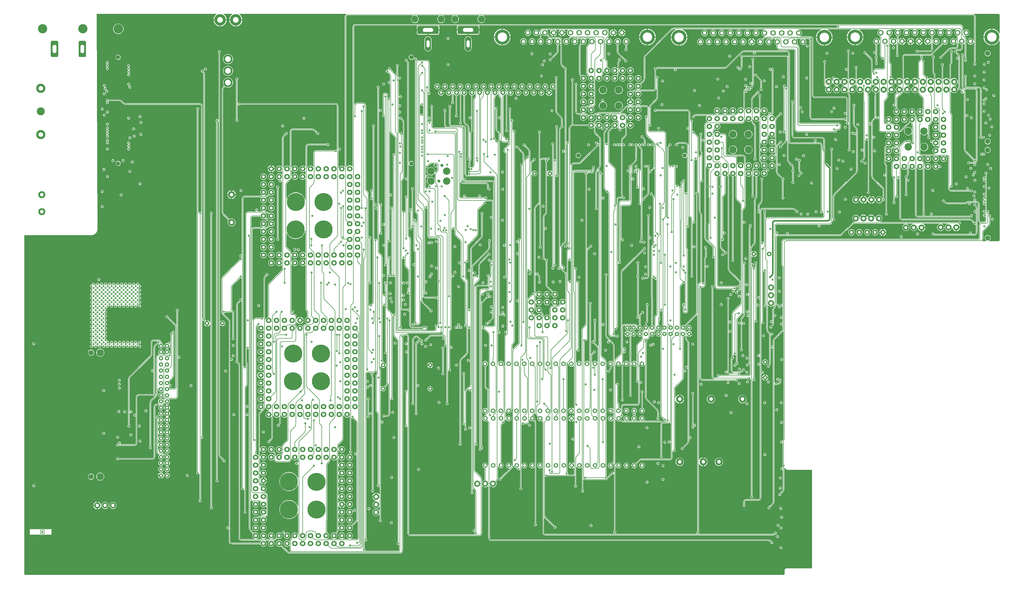
<source format=gbr>
G04 GENERATED BY PULSONIX 10.0 GERBER.DLL 7250*
G04 #@! TF.GenerationSoftware,Pulsonix,Pulsonix,10.0.7250*
G04 #@! TF.CreationDate,2019-09-12T07:47:14--1:00*
G04 #@! TF.Part,Single*
%FSLAX25Y25*%
%LPD*%
%MOIN*%
G04 #@! TF.FileFunction,Copper,L4,Inr*
G04 #@! TF.FilePolarity,Positive*
G04 #@! TA.AperFunction,OtherCopper*
%ADD10C,0.00591*%
G04 #@! TD.AperFunction*
%ADD74C,0.03902*%
%ADD75C,0.09350*%
%ADD86C,0.00500*%
G04 #@! TA.AperFunction,OtherCopper*
%ADD95C,0.01200*%
G04 #@! TA.AperFunction,ComponentPad*
%ADD101C,0.07874X0.04331*%
%ADD112C,0.09449X0.04724*%
G04 #@! TA.AperFunction,OtherCopper*
%ADD115C,0.00600*%
G04 #@! TA.AperFunction,Conductor*
%ADD122C,0.01969*%
G04 #@! TD.AperFunction*
%ADD126C,0.05512*%
G04 #@! TA.AperFunction,ComponentPad*
%ADD135C,0.05591X0.02795*%
%ADD136C,0.07087X0.03543*%
G04 #@! TD.AperFunction*
%ADD137C,0.23031*%
%ADD145C,0.12205*%
G04 #@! TA.AperFunction,ViaPad*
%ADD148C,0.02559X0.00984*%
G04 #@! TA.AperFunction,Conductor*
%ADD149C,0.00787*%
G04 #@! TA.AperFunction,WasherPad*
%ADD154C,0.23622X0.12205*%
G04 #@! TA.AperFunction,ComponentPad*
%ADD157C,0.05910X0.03543*%
G04 #@! TD.AperFunction*
%ADD158C,0.09449*%
G04 #@! TA.AperFunction,ComponentPad*
%ADD159C,0.06299X0.03150*%
%ADD160C,0.07874X0.03937*%
%ADD161C,0.07087X0.04291*%
%ADD162C,0.19291X0.12008*%
%ADD163C,0.07874X0.04016*%
%AMT168*0 Rounded Rectangle pad*4,1,76,0.00039,0.09055,-0.00039,0.09055,-0.00379,0.09040,-0.00716,0.08996,-0.01048,0.08922,-0.01372,0.08820,-0.01687,0.08690,-0.01988,0.08533,-0.02275,0.08350,-0.02545,0.08143,-0.02795,0.07914,-0.03025,0.07663,-0.03232,0.07393,-0.03415,0.07106,-0.03572,0.06805,-0.03702,0.06491,-0.03804,0.06166,-0.03878,0.05834,-0.03922,0.05497,-0.03937,0.05157,-0.03937,-0.05157,-0.03922,-0.05497,-0.03878,-0.05834,-0.03804,-0.06166,-0.03702,-0.06491,-0.03572,-0.06805,-0.03415,-0.07106,-0.03232,-0.07393,-0.03025,-0.07663,-0.02795,-0.07914,-0.02545,-0.08143,-0.02275,-0.08350,-0.01988,-0.08533,-0.01687,-0.08690,-0.01372,-0.08820,-0.01048,-0.08922,-0.00716,-0.08996,-0.00379,-0.09040,-0.00039,-0.09055,0.00039,-0.09055,0.00379,-0.09040,0.00716,-0.08996,0.01048,-0.08922,0.01372,-0.08820,0.01687,-0.08690,0.01988,-0.08533,0.02275,-0.08350,0.02545,-0.08143,0.02795,-0.07914,0.03025,-0.07663,0.03232,-0.07393,0.03415,-0.07106,0.03572,-0.06805,0.03702,-0.06491,0.03804,-0.06166,0.03878,-0.05834,0.03922,-0.05497,0.03937,-0.05157,0.03937,0.05157,0.03922,0.05497,0.03878,0.05834,0.03804,0.06166,0.03702,0.06491,0.03572,0.06805,0.03415,0.07106,0.03232,0.07393,0.03025,0.07663,0.02795,0.07914,0.02545,0.08143,0.02275,0.08350,0.01988,0.08533,0.01687,0.08690,0.01372,0.08820,0.01048,0.08922,0.00716,0.08996,0.00379,0.09040,0.00039,0.09055,0*%
%ADD168T168*%
%AMT169*0 Rounded Rectangle pad*4,1,48,-0.13386,0.03740,-0.13386,-0.03740,-0.13372,-0.03936,-0.13330,-0.04128,-0.13261,-0.04313,-0.13167,-0.04485,-0.13049,-0.04643,-0.12910,-0.04782,-0.12753,-0.04899,-0.12580,-0.04994,-0.12396,-0.05062,-0.12204,-0.05104,-0.12008,-0.05118,0.12008,-0.05118,0.12204,-0.05104,0.12396,-0.05062,0.12580,-0.04994,0.12753,-0.04899,0.12910,-0.04782,0.13049,-0.04643,0.13167,-0.04485,0.13261,-0.04313,0.13330,-0.04128,0.13372,-0.03936,0.13386,-0.03740,0.13386,0.03740,0.13372,0.03936,0.13330,0.04128,0.13261,0.04313,0.13167,0.04485,0.13049,0.04643,0.12910,0.04782,0.12753,0.04899,0.12580,0.04994,0.12396,0.05062,0.12204,0.05104,0.12008,0.05118,-0.12008,0.05118,-0.12204,0.05104,-0.12396,0.05062,-0.12580,0.04994,-0.12753,0.04899,-0.12910,0.04782,-0.13049,0.04643,-0.13167,0.04485,-0.13261,0.04313,-0.13330,0.04128,-0.13372,0.03936,-0.13386,0.03740,0*%
%ADD169T169*%
G04 #@! TD.AperFunction*
%ADD170C,0.08661*%
%ADD172C,0.06496*%
%ADD179C,0.09055*%
%ADD180C,0.06693*%
G04 #@! TA.AperFunction,ComponentPad*
%AMT186*0 Rounded Rectangle pad*4,1,56,0.02756,0.10433,-0.02756,0.10433,-0.02993,0.10419,-0.03227,0.10376,-0.03454,0.10305,-0.03671,0.10208,-0.03874,0.10085,-0.04061,0.09938,-0.04229,0.09770,-0.04376,0.09583,-0.04499,0.09379,-0.04596,0.09163,-0.04667,0.08936,-0.04710,0.08702,-0.04724,0.08465,-0.04724,-0.08465,-0.04710,-0.08702,-0.04667,-0.08936,-0.04596,-0.09163,-0.04499,-0.09379,-0.04376,-0.09583,-0.04229,-0.09770,-0.04061,-0.09938,-0.03874,-0.10085,-0.03671,-0.10208,-0.03454,-0.10305,-0.03227,-0.10376,-0.02993,-0.10419,-0.02756,-0.10433,0.02756,-0.10433,0.02993,-0.10419,0.03227,-0.10376,0.03454,-0.10305,0.03671,-0.10208,0.03874,-0.10085,0.04061,-0.09938,0.04229,-0.09770,0.04376,-0.09583,0.04499,-0.09379,0.04596,-0.09163,0.04667,-0.08936,0.04710,-0.08702,0.04724,-0.08465,0.04724,0.08465,0.04710,0.08702,0.04667,0.08936,0.04596,0.09163,0.04499,0.09379,0.04376,0.09583,0.04229,0.09770,0.04061,0.09938,0.03874,0.10085,0.03671,0.10208,0.03454,0.10305,0.03227,0.10376,0.02993,0.10419,0.02756,0.10433,0*%
%ADD186T186*%
G04 #@! TD.AperFunction*
%ADD187C,0.11811*%
G04 #@! TA.AperFunction,ComponentPad*
%ADD188C,0.11811X0.05906*%
G04 #@! TD.AperFunction*
%ADD189C,0.10236*%
G04 #@! TA.AperFunction,ComponentPad*
%ADD190C,0.09055X0.04528*%
%ADD191C,0.11811X0.07283*%
%ADD192C,0.14764X0.07283*%
%ADD193C,0.05512X0.02756*%
G04 #@! TA.AperFunction,WasherPad*
%ADD255C,0.27559X0.13780*%
G04 #@! TD.AperFunction*
%ADD263C,0.02559*%
G04 #@! TA.AperFunction,ComponentPad*
%ADD270C,0.05906X0.02953*%
%ADD274C,0.02362X0.01181*%
X0Y0D02*
D02*
D10*
X2459Y3961D02*
X2474Y3752D01*
X2519Y3548*
X2592Y3352*
X2692Y3168*
X2818Y3001*
X2966Y2853*
X3133Y2727*
X3317Y2627*
X3513Y2554*
X3717Y2509*
X3926Y2494*
X970068*
X970277Y2509*
X970481Y2554*
X970677Y2627*
X970861Y2727*
X971029Y2853*
X971177Y3001*
X971302Y3168*
X971402Y3352*
X971476Y3548*
X971520Y3752*
X971535Y3961*
Y8410*
X971550Y8687*
X971597Y8960*
X971674Y9226*
X971779Y9482*
X971913Y9724*
X972074Y9950*
X972258Y10157*
X972465Y10341*
X972691Y10502*
X972933Y10636*
X973189Y10742*
X973455Y10818*
X973728Y10865*
X974005Y10880*
X1006377*
Y135861*
X975777*
X975430Y135875*
X975085Y135918*
X974745Y135989*
X974411Y136087*
X974087Y136212*
X973775Y136363*
X973475Y136540*
X973192Y136740*
X972925Y136963*
X972678Y137206*
X972451Y137470*
X972247Y137751*
X972066Y138047*
X971910Y138358*
X971781Y138680*
Y112252*
X971767Y111835*
X971726Y111420*
X971658Y111009*
X971563Y110602*
X971442Y110203*
X971296Y109813*
X971123Y109433*
X970927Y109066*
X970707Y108712*
X970464Y108373*
X970199Y108050*
X969914Y107746*
X967641Y105473*
X967660Y105308*
X967666Y105142*
X967652Y104891*
X967608Y104643*
X967536Y104402*
X967436Y104171*
X967310Y103952*
X967160Y103750*
X966987Y103567*
X966794Y103405*
X966584Y103267*
X966359Y103154*
X966122Y103068*
X965877Y103010*
X965627Y102981*
X965375*
X965125Y103010*
X964880Y103068*
X964643Y103154*
X964418Y103267*
X964208Y103405*
X964015Y103567*
X963842Y103750*
X963692Y103952*
X963566Y104171*
X963466Y104402*
X963394Y104643*
X963350Y104891*
X963336Y105142*
X963350Y105391*
X963393Y105636*
X963463Y105874*
X963560Y106103*
X963683Y106319*
X963830Y106520*
X963999Y106702*
X964188Y106864*
X964394Y107004*
X964615Y107118*
X964848Y107207*
X965089Y107268*
X965335Y107301*
X965584Y107306*
X965831Y107282*
X968105Y109556*
X968329Y109801*
X968532Y110065*
X968711Y110345*
X968864Y110640*
X968992Y110948*
X969092Y111265*
X969164Y111589*
X969207Y111919*
X969221Y112252*
Y135919*
X968997Y135802*
X968759Y135712*
X968514Y135651*
X968262Y135618*
X968009Y135616*
X967756Y135642*
X967509Y135699*
X967270Y135783*
X967043Y135895*
X966830Y136033*
X966635Y136195*
X966460Y136379*
X966307Y136581*
X966180Y136800*
X966079Y137033*
X966006Y137276*
X965961Y137525*
X965946Y137778*
X965961Y138032*
X966006Y138281*
X966079Y138524*
X966180Y138756*
X966307Y138976*
X966460Y139178*
X966635Y139362*
X966830Y139524*
X967043Y139661*
X967270Y139774*
X967509Y139858*
X967756Y139914*
X968008Y139941*
X968262Y139939*
X968513Y139906*
X968759Y139845*
X968997Y139755*
X969221Y139638*
Y139891*
X969026Y140053*
X968850Y140237*
X968698Y140440*
X968570Y140659*
X968468Y140892*
X968395Y141135*
X968351Y141385*
X968336Y141638*
X968351Y141892*
X968395Y142142*
X968468Y142385*
X968570Y142618*
X968698Y142837*
X968850Y143040*
X969026Y143224*
X969221Y143385*
Y170610*
X969030Y170443*
X968821Y170300*
X968596Y170182*
X968359Y170091*
X968112Y170028*
X967860Y169995*
X967606Y169992*
X967354Y170018*
X967106Y170074*
X966866Y170158*
X966638Y170270*
X966425Y170407*
X966229Y170569*
X966054Y170753*
X965901Y170956*
X965773Y171175*
X965671Y171408*
X965598Y171651*
X965553Y171901*
X965538Y172155*
X965553Y172408*
X965598Y172659*
X965671Y172902*
X965773Y173135*
X965901Y173354*
X966054Y173557*
X966229Y173740*
X966425Y173902*
X966638Y174040*
X966866Y174152*
X967106Y174236*
X967354Y174292*
X967606Y174318*
X967860Y174315*
X968112Y174281*
X968359Y174219*
X968596Y174128*
X968821Y174010*
X969030Y173866*
X969221Y173699*
Y174434*
X969233Y174603*
X969266Y174769*
X969321Y174929*
X969397Y175080*
X969492Y175220*
X969605Y175347*
X969615Y175358*
X969624Y175366*
X969777Y175538*
X969911Y175726*
X970022Y175927*
X970110Y176140*
X970174Y176361*
X970213Y176588*
X970225Y176818*
Y312935*
X970012Y312652*
X969784Y312382*
X969540Y312125*
X960082Y302667*
X959858Y302421*
X959655Y302157*
X959476Y301877*
X959323Y301582*
X959196Y301275*
X959096Y300957*
X959024Y300633*
X958980Y300303*
X958966Y299971*
Y247643*
X959146Y247831*
X959347Y247997*
X959567Y248137*
X959802Y248250*
X960049Y248334*
X960304Y248387*
X960564Y248409*
X960825Y248400*
X961082Y248360*
X961333Y248289*
X961574Y248188*
X961801Y248059*
X962010Y247904*
X962199Y247725*
X962366Y247524*
X963709*
X963876Y247537*
X964038Y247576*
X964192Y247640*
X964334Y247727*
X964461Y247836*
X964570Y247962*
X964657Y248105*
X964721Y248259*
X964760Y248421*
X964773Y248587*
Y249222*
X964587Y249375*
X964419Y249548*
X964271Y249738*
X964145Y249944*
X963934Y249813*
X963709Y249707*
X963473Y249628*
X963230Y249577*
X962983Y249553*
X962734Y249558*
X962488Y249592*
X962247Y249653*
X962015Y249742*
X961794Y249857*
X961589Y249996*
X961400Y250158*
X961231Y250340*
X961085Y250541*
X960962Y250757*
X960864Y250986*
X960794Y251224*
X960751Y251469*
X960737Y251717*
X960753Y251977*
X960800Y252233*
X960877Y252482*
X960983Y252720*
X961118Y252943*
X961278Y253149*
X961462Y253333*
X961666Y253495*
X961888Y253630*
X962126Y253738*
X962374Y253817*
X962630Y253865*
X962890Y253882*
X963150Y253868*
X963406Y253823*
X963656Y253747*
X963894Y253642*
X964118Y253509*
X964324Y253350*
X964510Y253168*
X964673Y252964*
X964810Y252743*
X965031Y252879*
X965267Y252987*
X965514Y253067*
X965769Y253116*
X966028Y253134*
X966288Y253122*
X966544Y253078*
X966793Y253004*
X967031Y252901*
X967255Y252769*
X967462Y252612*
X967649Y252432*
X967812Y252230*
X967951Y252010*
X968062Y251776*
X968144Y251529*
X968196Y251275*
X968217Y251016*
X968207Y250756*
X968166Y250500*
X968095Y250250*
X967994Y250011*
X967865Y249785*
X967710Y249577*
X967532Y249388*
X967332Y249222*
Y248587*
X967316Y248253*
X967270Y247922*
X967193Y247596*
X967087Y247279*
X966952Y246973*
X966789Y246681*
X966600Y246404*
X966386Y246147*
X966150Y245911*
X965892Y245697*
X965616Y245508*
X965324Y245345*
X965018Y245210*
X964701Y245103*
X964375Y245027*
X964044Y244981*
X963709Y244965*
X962366*
X962200Y244764*
X962010Y244585*
X961801Y244430*
X961574Y244301*
X961333Y244200*
X961082Y244129*
X960825Y244089*
X960564Y244080*
X960304Y244102*
X960049Y244156*
X959802Y244239*
X959567Y244352*
X959347Y244492*
X959146Y244658*
X958966Y244847*
Y96090*
X958952Y95673*
X958911Y95259*
X958843Y94847*
X958748Y94441*
X958627Y94042*
X958481Y93652*
X958308Y93272*
X958112Y92904*
X957892Y92550*
X957649Y92211*
X957384Y91889*
X957099Y91585*
X953861Y88347*
X953881Y88182*
X953887Y88016*
X953872Y87765*
X953828Y87517*
X953756Y87276*
X953657Y87045*
X953531Y86826*
X953380Y86624*
X953207Y86441*
X953015Y86279*
X952804Y86141*
X952579Y86028*
X952343Y85942*
X952098Y85884*
X951847Y85855*
X951596*
X951345Y85884*
X951100Y85942*
X950864Y86028*
X950639Y86141*
X950428Y86279*
X950236Y86441*
X950063Y86624*
X949912Y86826*
X949787Y87045*
X949687Y87276*
X949615Y87517*
X949571Y87765*
X949556Y88016*
X949570Y88265*
X949613Y88510*
X949684Y88748*
X949781Y88977*
X949904Y89193*
X950051Y89394*
X950220Y89576*
X950409Y89738*
X950615Y89878*
X950836Y89992*
X951068Y90081*
X951309Y90142*
X951556Y90175*
X951804Y90180*
X952052Y90156*
X955290Y93394*
X955515Y93639*
X955717Y93903*
X955896Y94184*
X956049Y94479*
X956177Y94786*
X956277Y95103*
X956349Y95428*
X956392Y95758*
X956407Y96090*
Y291245*
X956167Y291141*
X955918Y291066*
X955661Y291022*
X955400Y291009*
X955140Y291027*
X954884Y291077*
X954636Y291156*
X954399Y291266*
Y272413*
X954384Y272025*
X954340Y271640*
X954267Y271260*
X954165Y270886*
X954035Y270521*
X953877Y270167*
X953694Y269826*
X953484Y269500*
X953251Y269191*
X952995Y268900*
X953014Y268734*
X953021Y268568*
X953006Y268316*
X952962Y268068*
X952890Y267827*
X952790Y267596*
X952664Y267378*
X952514Y267176*
X952341Y266993*
X952148Y266831*
X951938Y266692*
X951713Y266579*
X951476Y266493*
X951231Y266435*
X950981Y266406*
X950729*
X950479Y266435*
X950234Y266493*
X949998Y266579*
X949773Y266692*
X949562Y266831*
X949369Y266993*
X949197Y267176*
X949046Y267378*
X948920Y267596*
X948821Y267827*
X948748Y268068*
X948705Y268316*
X948690Y268568*
X948704Y268816*
X948747Y269060*
X948817Y269299*
X948914Y269527*
X949037Y269743*
X949184Y269944*
X949353Y270126*
X949541Y270288*
X949747Y270428*
X949967Y270542*
X950199Y270631*
X950440Y270693*
X950686Y270726*
X950935Y270731*
X951182Y270708*
X951351Y270915*
X951497Y271138*
X951618Y271376*
X951714Y271625*
X951784Y271883*
X951826Y272146*
X951840Y272413*
Y308340*
X951825Y308599*
X951782Y308854*
X951710Y309103*
X951611Y309343*
X951485Y309570*
X951336Y309781*
X951163Y309974*
X950084Y311053*
X949799Y311357*
X949534Y311680*
X949291Y312019*
X949071Y312373*
X948875Y312741*
X948703Y313120*
X948556Y313511*
X948435Y313910*
X948340Y314316*
X948272Y314727*
X948231Y315142*
X948218Y315559*
Y343529*
X947985Y343427*
X947743Y343353*
X947493Y343308*
X947240Y343292*
X946987Y343306*
X946737Y343350*
X946494Y343422*
X946261Y343523*
X946041Y343650*
X945838Y343801*
X945654Y343976*
X945492Y344171*
X945353Y344383*
X945240Y344611*
X945155Y344849*
X945098Y345097*
X945071Y345349*
X945073Y345602*
X945105Y345854*
X945166Y346100*
X945255Y346338*
X945371Y346563*
X945514Y346773*
X945679Y346965*
X945866Y347137*
X946072Y347285*
Y388632*
X946062Y388825*
X945838Y388869*
X945619Y388937*
X945409Y389027*
X945210Y389139*
X945023Y389271*
X944851Y389423*
Y326062*
X945047Y325901*
X945223Y325717*
X945375Y325514*
X945503Y325295*
X945605Y325062*
X945678Y324819*
X945722Y324569*
X945737Y324316*
X945722Y324061*
X945677Y323810*
X945604Y323566*
X945501Y323333*
X945373Y323113*
X945219Y322910*
X945042Y322726*
X944846Y322564*
X944631Y322427*
X944402Y322316*
X944161Y322232*
X943912Y322177*
X943659Y322152*
X943404Y322157*
X943151Y322191*
X942905Y322256*
X942667Y322348*
X942443Y322468*
X942233Y322614*
Y262740*
X942472Y262844*
X942721Y262919*
X942977Y262964*
X943237Y262977*
X943496Y262959*
X943751Y262910*
X943999Y262831*
X944236Y262723*
X944457Y262587*
X944661Y262426*
X944844Y262241*
X945004Y262036*
X945138Y261813*
X945244Y261575*
X945321Y261327*
X945367Y261071*
X945383Y260812*
X945367Y260552*
X945321Y260296*
X945244Y260048*
X945138Y259810*
X945004Y259588*
X944844Y259382*
X944661Y259198*
X944457Y259036*
X944235Y258900*
X943999Y258792*
X943751Y258713*
X943496Y258664*
X943237Y258646*
X942977Y258660*
X942721Y258704*
X942472Y258779*
X942233Y258883*
Y100714*
X942218Y100362*
X942172Y100013*
X942096Y99669*
X941990Y99333*
X941855Y99008*
X941693Y98696*
X941504Y98399*
X941289Y98120*
X941051Y97860*
X940792Y97622*
X940513Y97408*
X940216Y97219*
X939903Y97056*
X939578Y96922*
X939242Y96816*
X938899Y96739*
X938550Y96694*
X938198Y96678*
X922765*
X922555Y96663*
X922349Y96618*
X922151Y96545*
X921967Y96444*
X921798Y96318*
X921649Y96169*
X921523Y96000*
X921422Y95815*
X921348Y95618*
X921303Y95412*
X921288Y95202*
Y92494*
X921488Y92332*
X921667Y92148*
X921823Y91944*
X921954Y91723*
X922058Y91488*
X922133Y91242*
X922179Y90989*
X922194Y90733*
X922179Y90481*
X922136Y90234*
X922063Y89992*
X921964Y89761*
X921838Y89543*
X921687Y89341*
X921515Y89158*
X921322Y88996*
X921111Y88858*
X920886Y88745*
X920650Y88659*
X920405Y88600*
X920154Y88571*
X919903*
X919653Y88600*
X919408Y88659*
X919171Y88745*
X918946Y88858*
X918736Y88996*
X918543Y89158*
X918370Y89341*
X918220Y89543*
X918094Y89761*
X917994Y89992*
X917922Y90234*
X917878Y90481*
X917863Y90733*
X917878Y90983*
X917921Y91230*
X917993Y91471*
X918092Y91701*
X918217Y91919*
X918366Y92120*
X918538Y92303*
X918729Y92465*
Y95202*
X918745Y95554*
X918791Y95903*
X918867Y96246*
X918973Y96582*
X919107Y96907*
X919270Y97219*
X919459Y97516*
X919673Y97796*
X919911Y98055*
X920171Y98293*
X920450Y98507*
X920747Y98697*
X921059Y98859*
X921385Y98994*
X921720Y99100*
X922064Y99176*
X922413Y99222*
X922765Y99237*
X938198*
X938408Y99252*
X938614Y99297*
X938811Y99371*
X938996Y99472*
X939165Y99598*
X939314Y99747*
X939440Y99915*
X939541Y100100*
X939614Y100298*
X939659Y100503*
X939674Y100714*
Y269316*
X939436Y269212*
X939187Y269137*
X938931Y269093*
X938671Y269079*
X938412Y269097*
X938156Y269146*
X937908Y269225*
X937672Y269334*
X937450Y269469*
X937246Y269631*
X937063Y269815*
X936904Y270021*
X936770Y270244*
X936664Y270481*
X936587Y270729*
X936540Y270985*
X936525Y271245*
X936540Y271504*
X936587Y271760*
X936664Y272008*
X936770Y272246*
X936904Y272469*
X937063Y272674*
X937246Y272859*
X937450Y273020*
X937672Y273156*
X937909Y273264*
X938156Y273343*
X938412Y273392*
X938671Y273410*
X938931Y273397*
X939187Y273352*
X939436Y273277*
X939674Y273173*
Y280627*
X939480Y280470*
X939269Y280336*
X939044Y280227*
X938808Y280146*
X938564Y280091*
X938316Y280066*
X938066Y280069*
X937818Y280101*
X937576Y280161*
X937342Y280249*
X937119Y280363*
X936912Y280502*
X936722Y280664*
X936551Y280846*
X936403Y281047*
X936279Y281264*
X936181Y281494*
X936110Y281733*
X936067Y281979*
X936052Y282229*
X936067Y282478*
X936110Y282724*
X936181Y282964*
X936279Y283194*
X936403Y283410*
X936551Y283612*
X936721Y283794*
X936912Y283956*
X937119Y284095*
X937342Y284209*
X937576Y284297*
X937818Y284357*
X938066Y284389*
X938316Y284392*
X938564Y284366*
X938808Y284312*
X939044Y284230*
X939269Y284122*
X939480Y283988*
X939674Y283831*
Y354119*
X939436Y354015*
X939187Y353940*
X938931Y353896*
X938671Y353883*
X938412Y353900*
X938156Y353949*
X937908Y354028*
X937672Y354137*
X937450Y354272*
X937246Y354434*
X937063Y354619*
X936904Y354824*
X936770Y355047*
X936664Y355284*
X936587Y355533*
X936540Y355788*
X936525Y356048*
X936540Y356307*
X936587Y356563*
X936664Y356812*
X936770Y357049*
X936904Y357272*
X937063Y357477*
X937246Y357662*
X937450Y357823*
X937672Y357959*
X937909Y358067*
X938156Y358146*
X938412Y358195*
X938671Y358213*
X938931Y358200*
X939187Y358155*
X939436Y358081*
X939674Y357977*
Y463332*
X939438Y463228*
X939191Y463154*
X938937Y463109*
X938679Y463095*
X938421Y463112*
X938168Y463159*
X937921Y463236*
X937686Y463342*
X937465Y463475*
X937261Y463633*
X937078Y463815*
X936917Y464017*
X936782Y464237*
X936674Y464471*
X936594Y464716*
X936544Y464970*
X936525Y465227*
X936536Y465485*
X936578Y465739*
X936650Y465987*
X936751Y466225*
X936880Y466449*
X937034Y466656*
X937212Y466843*
X937410Y467007*
Y472681*
X937424Y473057*
X937464Y473432*
X937531Y473802*
X937624Y474167*
X937743Y474524*
X937887Y474872*
X938055Y475208*
X938247Y475532*
X938462Y475841*
X938698Y476134*
X938955Y476410*
X940152Y477607*
X940377Y477852*
X940579Y478116*
X940758Y478396*
X940911Y478691*
X941039Y478999*
X941139Y479316*
X941211Y479641*
X941254Y479970*
X941269Y480303*
Y505640*
X941073Y505801*
X940898Y505985*
X940745Y506188*
X940617Y506407*
X940516Y506640*
X940442Y506883*
X940398Y507133*
X940383Y507386*
X940398Y507638*
X940441Y507886*
X940514Y508127*
X940613Y508358*
X940739Y508576*
X940889Y508778*
X941062Y508961*
X941255Y509123*
X941466Y509262*
X941691Y509375*
X941927Y509461*
X942172Y509519*
X942422Y509548*
X942674*
X942924Y509519*
X943169Y509461*
X943406Y509375*
X943631Y509262*
X943841Y509123*
X944034Y508961*
X944207Y508778*
X944357Y508576*
X944483Y508358*
X944583Y508127*
X944655Y507886*
X944699Y507638*
X944714Y507386*
X944699Y507133*
X944654Y506883*
X944581Y506640*
X944479Y506407*
X944352Y506188*
X944199Y505985*
X944023Y505801*
X943828Y505640*
Y480303*
X943814Y479886*
X943773Y479471*
X943705Y479060*
X943611Y478654*
X943490Y478255*
X943343Y477864*
X943171Y477485*
X942974Y477117*
X942754Y476763*
X942511Y476424*
X942247Y476102*
X941962Y475797*
X940764Y474600*
X940586Y474403*
X940427Y474189*
X940290Y473960*
X940176Y473720*
X940086Y473469*
X940022Y473211*
X939983Y472947*
X939970Y472681*
Y468134*
X940111Y468445*
X940279Y468743*
X940471Y469026*
X940686Y469291*
X940923Y469537*
X941180Y469763*
X941455Y469965*
X941746Y470144*
X942051Y470298*
X942368Y470425*
X942695Y470525*
X943029Y470596*
X943368Y470640*
X943710Y470654*
X981915*
X982332Y470640*
X982747Y470600*
X983158Y470532*
X983564Y470437*
X983964Y470316*
X984354Y470169*
X984734Y469997*
X985101Y469800*
X985455Y469580*
X985794Y469337*
X986117Y469073*
X986421Y468788*
X987336Y467873*
X987584Y467897*
X987832Y467892*
X988079Y467859*
X988320Y467797*
X988552Y467709*
X988773Y467594*
X988979Y467455*
X989168Y467293*
X989337Y467111*
X989484Y466910*
X989607Y466694*
X989704Y466465*
X989775Y466226*
X989817Y465981*
X989832Y465733*
X989817Y465481*
X989773Y465234*
X989701Y464992*
X989601Y464761*
X989476Y464543*
X989325Y464341*
X989152Y464158*
X988959Y463996*
X988749Y463858*
X988524Y463745*
X988287Y463659*
X988042Y463600*
X987792Y463571*
X987540*
X987290Y463600*
X987045Y463659*
X986809Y463745*
X986584Y463858*
X986373Y463996*
X986180Y464158*
X986008Y464341*
X985857Y464543*
X985731Y464761*
X985632Y464992*
X985559Y465234*
X985516Y465481*
X985501Y465733*
X985507Y465899*
X985526Y466063*
X984611Y466978*
X984366Y467203*
X984102Y467406*
X983822Y467584*
X983527Y467738*
X983219Y467865*
X982902Y467965*
X982577Y468037*
X982248Y468081*
X981915Y468095*
X943710*
X943500Y468080*
X943294Y468035*
X943096Y467962*
X942911Y467861*
X942743Y467734*
X942594Y467586*
X942468Y467417*
X942367Y467232*
X942293Y467035*
X942248Y466829*
X942233Y466619*
Y427268*
X942464Y427369*
X942705Y427443*
X942953Y427488*
X943205Y427504*
X943456Y427491*
X943705Y427449*
X943947Y427378*
X944179Y427279*
X944398Y427155*
X944601Y427005*
X944785Y426833*
X944948Y426641*
X945088Y426431*
Y463986*
X944892Y464148*
X944717Y464331*
X944564Y464534*
X944436Y464754*
X944335Y464986*
X944261Y465229*
X944217Y465479*
X944202Y465733*
X944216Y465984*
X944260Y466232*
X944332Y466473*
X944432Y466705*
X944558Y466923*
X944708Y467125*
X944881Y467308*
X945074Y467470*
X945284Y467608*
X945510Y467721*
X945746Y467807*
X945991Y467865*
X946241Y467895*
X946493*
X946743Y467865*
X946988Y467807*
X947225Y467721*
X947450Y467608*
X947660Y467470*
X947853Y467308*
X948026Y467125*
X948176Y466923*
X948302Y466705*
X948402Y466473*
X948474Y466232*
X948518Y465984*
X948533Y465733*
X948518Y465479*
X948473Y465229*
X948400Y464986*
X948298Y464754*
X948170Y464534*
X948018Y464331*
X947842Y464148*
X947647Y463986*
Y457808*
X947906Y458046*
X948186Y458261*
X948483Y458450*
X948795Y458613*
X949120Y458747*
X949456Y458853*
X949800Y458930*
X950149Y458976*
X950501Y458991*
X1019320*
X1019530Y459006*
X1019736Y459051*
X1019933Y459124*
X1020118Y459225*
X1020287Y459352*
X1020436Y459501*
X1020562Y459669*
X1020663Y459854*
X1020736Y460051*
X1020781Y460257*
X1020796Y460467*
Y464380*
X1020649Y464174*
X1020478Y463986*
X1020286Y463820*
X1020076Y463677*
X1019851Y463560*
X1019614Y463470*
X1019368Y463408*
X1019117Y463376*
X1018863Y463373*
X1018611Y463400*
X1018364Y463456*
X1018125Y463541*
X1017897Y463653*
X1017684Y463791*
X1017489Y463952*
X1017314Y464136*
X1017161Y464339*
X1017034Y464558*
X1016933Y464790*
X1016859Y465033*
X1016815Y465283*
X1016800Y465536*
X1016815Y465789*
X1016860Y466039*
X1016933Y466283*
X1017034Y466515*
X1017162Y466735*
X1017315Y466938*
X1017490Y467121*
X1017686Y467283*
Y550241*
X1017671Y550451*
X1017626Y550657*
X1017553Y550854*
X1017452Y551039*
X1017325Y551208*
X1017177Y551356*
X1017008Y551483*
X1016823Y551584*
X1016626Y551657*
X1016420Y551702*
X1016210Y551717*
X980048*
X979696Y551732*
X979347Y551778*
X979003Y551855*
X978668Y551961*
X978342Y552095*
X978030Y552258*
X977733Y552447*
X977454Y552662*
X977194Y552900*
Y532114*
X977208Y531782*
X977252Y531452*
X977324Y531127*
X977424Y530810*
X977551Y530503*
X977705Y530208*
X977884Y529927*
X978086Y529663*
X978311Y529418*
X979718Y528011*
X979971Y528035*
X980225Y528029*
X980476Y527993*
X980722Y527929*
X980958Y527836*
X981182Y527716*
X981390Y527570*
X981580Y527401*
X981749Y527212*
X981894Y527003*
X982014Y526779*
X982107Y526543*
X982171Y526297*
X982207Y526046*
X982212Y525792*
X982188Y525539*
X982451Y525244*
X982691Y524929*
X982906Y524597*
X983095Y524250*
X983257Y523889*
X983390Y523517*
X983495Y523135*
X983570Y522747*
X983616Y522354*
X983631Y521959*
Y519370*
X983827Y519208*
X984002Y519024*
X984155Y518821*
X984283Y518602*
X984384Y518369*
X984457Y518126*
X984502Y517876*
X984517Y517623*
X984502Y517369*
X984457Y517119*
X984384Y516876*
X984283Y516643*
X984155Y516424*
X984002Y516221*
X983827Y516038*
X983631Y515876*
Y504763*
X983827Y504601*
X984002Y504418*
X984155Y504215*
X984283Y503996*
X984384Y503763*
X984457Y503520*
X984502Y503270*
X984517Y503016*
X984502Y502765*
X984458Y502517*
X984386Y502276*
X984286Y502045*
X984161Y501826*
X984010Y501624*
X983837Y501441*
X983644Y501279*
X983434Y501141*
X983209Y501028*
X982972Y500942*
X982727Y500884*
X982477Y500855*
X982226*
X981975Y500884*
X981730Y500942*
X981494Y501028*
X981269Y501141*
X981058Y501279*
X980866Y501441*
X980693Y501624*
X980542Y501826*
X980416Y502045*
X980317Y502276*
X980245Y502517*
X980201Y502765*
X980186Y503016*
X980201Y503270*
X980245Y503520*
X980319Y503763*
X980420Y503996*
X980548Y504215*
X980701Y504418*
X980876Y504601*
X981072Y504763*
Y515876*
X980876Y516038*
X980701Y516221*
X980548Y516424*
X980420Y516643*
X980319Y516876*
X980245Y517119*
X980201Y517369*
X980186Y517623*
X980201Y517876*
X980245Y518126*
X980319Y518369*
X980420Y518602*
X980548Y518821*
X980701Y519024*
X980876Y519208*
X981072Y519370*
Y521959*
X981057Y522237*
X981013Y522511*
X980939Y522780*
X980838Y523039*
X980709Y523285*
X980555Y523517*
X980377Y523730*
X980124Y523707*
X979870Y523713*
X979619Y523748*
X979374Y523813*
X979138Y523906*
X978914Y524026*
X978706Y524172*
X978516Y524340*
X978348Y524530*
X978203Y524738*
X978083Y524962*
X977990Y525198*
X977926Y525444*
X977890Y525695*
X977884Y525949*
X977908Y526201*
X976501Y527608*
X976216Y527913*
X975952Y528235*
X975709Y528574*
X975489Y528928*
X975292Y529296*
X975120Y529676*
X974973Y530066*
X974852Y530465*
X974757Y530871*
X974689Y531282*
X974649Y531697*
X974635Y532114*
Y555807*
X974489Y555395*
X974316Y554994*
X974115Y554607*
X973889Y554233*
X973637Y553876*
X973362Y553538*
X973064Y553219*
X968783Y548937*
X968802Y548773*
X968808Y548607*
X968793Y548356*
X968750Y548108*
X968678Y547866*
X968578Y547635*
X968452Y547417*
X968302Y547215*
X968129Y547032*
X967936Y546870*
X967725Y546732*
X967500Y546619*
X967264Y546533*
X967019Y546474*
X966769Y546445*
X966517*
X966267Y546474*
X966022Y546533*
X965785Y546619*
X965560Y546732*
X965350Y546870*
X965157Y547032*
X964984Y547215*
X964834Y547417*
X964708Y547635*
X964608Y547866*
X964536Y548108*
X964492Y548355*
X964477Y548607*
X964492Y548855*
X964534Y549100*
X964605Y549339*
X964702Y549568*
X964825Y549784*
X964972Y549985*
X965141Y550167*
X965330Y550329*
X965536Y550468*
X965757Y550583*
X965989Y550671*
X966230Y550733*
X966477Y550766*
X966726Y550771*
X966973Y550747*
X971254Y555028*
X971479Y555273*
X971682Y555537*
X971860Y555818*
X972014Y556113*
X972141Y556420*
X972241Y556737*
X972313Y557062*
X972357Y557392*
X972371Y557724*
Y565607*
X972135Y565495*
X971888Y565413*
X971633Y565361*
X971373Y565340*
X971112Y565350*
X970855Y565391*
X970604Y565464*
X970364Y565565*
X970138Y565695*
X969929Y565851*
X969741Y566031*
X969575Y566233*
X969435Y566453*
X969322Y566688*
X969239Y566935*
X969185Y567190*
X969163Y567450*
X969172Y567710*
X969213Y567968*
X969284Y568219*
X969384Y568459*
X969513Y568686*
X969668Y568896*
X969848Y569085*
X970048Y569251*
Y623947*
X969853Y624108*
X969677Y624292*
X969524Y624495*
X969397Y624714*
X969295Y624947*
X969222Y625190*
X969177Y625440*
X969162Y625694*
X969177Y625945*
X969221Y626193*
X969293Y626434*
X969393Y626665*
X969519Y626883*
X969669Y627085*
X969842Y627269*
X970035Y627430*
X970245Y627569*
X970470Y627682*
X970707Y627768*
X970952Y627826*
X971202Y627855*
X971454*
X971704Y627826*
X971949Y627768*
X972185Y627682*
X972410Y627569*
X972621Y627430*
X972814Y627269*
X972986Y627085*
X973137Y626883*
X973263Y626665*
X973362Y626434*
X973435Y626193*
X973478Y625945*
X973493Y625694*
X973483Y625480*
X973451Y625269*
X973399Y625063*
X973327Y624862*
X973236Y624669*
X973473Y624702*
X973713Y624708*
X973952Y624688*
X974187Y624642*
X974416Y624570*
X974635Y624473*
Y661417*
X974620Y661627*
X974575Y661833*
X974501Y662030*
X974401Y662215*
X974274Y662383*
X974125Y662532*
X973957Y662659*
X973772Y662760*
X973574Y662833*
X973369Y662878*
X973159Y662893*
X918706*
X918566Y662722*
X918410Y662565*
X918239Y662426*
Y650584*
X918225Y650231*
X918184Y649879*
X918115Y649533*
X918020Y649192*
X917898Y648860*
X917751Y648539*
X917579Y648230*
X917383Y647935*
X917166Y647657*
X917187Y647483*
X917194Y647308*
X917179Y647056*
X917136Y646808*
X917063Y646567*
X916964Y646336*
X916838Y646118*
X916687Y645916*
X916515Y645733*
X916322Y645571*
X916111Y645432*
X915886Y645319*
X915650Y645233*
X915405Y645175*
X915154Y645146*
X914903*
X914653Y645175*
X914408Y645233*
X914171Y645319*
X913946Y645432*
X913736Y645571*
X913543Y645733*
X913370Y645916*
X913220Y646118*
X913094Y646336*
X912994Y646567*
X912922Y646808*
X912878Y647056*
X912863Y647308*
X912874Y647524*
X912626Y647453*
X912371Y647413*
X912114Y647403*
X911857Y647424*
X911604Y647476*
X911359Y647557*
X911126Y647666*
X910907Y647803*
X910706Y647964*
X910526Y648149*
X910369Y648353*
X910237Y648575*
X910132Y648811*
X910057Y649057*
X910011Y649311*
X909996Y649568*
X910010Y649820*
X910054Y650068*
X910126Y650309*
X910226Y650540*
X910352Y650758*
X910502Y650960*
X910675Y651143*
X910868Y651305*
X911078Y651443*
X911303Y651556*
X911540Y651643*
X911785Y651701*
X912035Y651730*
X912287*
X912537Y651701*
X912782Y651643*
X913019Y651556*
X913244Y651443*
X913454Y651305*
X913647Y651143*
X913820Y650960*
X913970Y650758*
X914096Y650540*
X914196Y650309*
X914268Y650068*
X914312Y649820*
X914326Y649568*
X914315Y649352*
X914561Y649422*
X914813Y649462*
X915068Y649473*
X915322Y649453*
X915448Y649658*
X915548Y649877*
X915621Y650107*
X915665Y650344*
X915680Y650584*
Y662426*
X915484Y662587*
X915309Y662771*
X915156Y662974*
X915028Y663193*
X914926Y663426*
X914853Y663669*
X914809Y663919*
X914794Y664173*
X914809Y664431*
X914855Y664685*
X914931Y664932*
X915036Y665169*
X915169Y665391*
X915327Y665595*
X915508Y665780*
X915710Y665941*
X915930Y666078*
X916164Y666187*
X916410Y666267*
X916664Y666318*
X916922Y666338*
X917180Y666327*
X917435Y666285*
X917684Y666213*
X917922Y666112*
X918146Y665984*
X918353Y665829*
X918541Y665651*
X918706Y665452*
X973159*
X973510Y665437*
X973860Y665391*
X974203Y665314*
X974539Y665209*
X974865Y665074*
X975177Y664911*
X975474Y664722*
X975753Y664507*
X976013Y664269*
Y667505*
X975998Y667715*
X975953Y667920*
X975879Y668118*
X975778Y668303*
X975652Y668471*
X975503Y668620*
X975335Y668747*
X975150Y668847*
X974952Y668921*
X974747Y668966*
X974536Y668981*
X935270*
X935376Y668743*
X935453Y668494*
X935500Y668238*
X935516Y667978*
X935501Y667726*
X935457Y667479*
X935385Y667237*
X935286Y667006*
X935160Y666788*
X935009Y666586*
X934836Y666403*
X934644Y666241*
X934433Y666103*
X934208Y665990*
X933972Y665904*
X933727Y665845*
X933476Y665816*
X933225*
X932974Y665845*
X932729Y665904*
X932493Y665990*
X932268Y666103*
X932057Y666241*
X931865Y666403*
X931692Y666586*
X931541Y666788*
X931416Y667006*
X931316Y667237*
X931244Y667479*
X931200Y667726*
X931185Y667978*
X931201Y668238*
X931248Y668494*
X931325Y668743*
X931431Y668981*
X920147*
X919815Y668966*
X919485Y668923*
X919160Y668851*
X918843Y668751*
X918536Y668624*
X918241Y668470*
X917960Y668291*
X917696Y668089*
X917451Y667864*
X899078Y649491*
X898774Y649206*
X898452Y648942*
X898113Y648699*
X897759Y648479*
X897391Y648282*
X897011Y648110*
X896621Y647963*
X896222Y647842*
X895816Y647748*
X895404Y647680*
X894990Y647639*
X894573Y647625*
X834266*
X834369Y647391*
X834443Y647147*
X834488Y646896*
X834503Y646641*
X834488Y646390*
X834444Y646142*
X834372Y645900*
X834272Y645669*
X834146Y645451*
X833996Y645249*
X833823Y645066*
X833630Y644904*
X833420Y644766*
X833195Y644653*
X832958Y644567*
X832713Y644509*
X832463Y644479*
X832211*
X831961Y644509*
X831716Y644567*
X831480Y644653*
X831255Y644766*
X831044Y644904*
X830851Y645066*
X830679Y645249*
X830528Y645451*
X830402Y645669*
X830303Y645900*
X830230Y646142*
X830187Y646389*
X830172Y646641*
X830187Y646896*
X830232Y647147*
X830306Y647391*
X830409Y647625*
X809119*
X809055Y647624*
X809003Y647390*
X808925Y647164*
X808823Y646947*
X808698Y646743*
X808550Y646554*
X808383Y646382*
X808198Y646230*
Y638911*
X808434Y639017*
X808681Y639095*
X808936Y639142*
X809194Y639158*
X809453Y639143*
X809708Y639098*
X809956Y639023*
X810193Y638918*
X810415Y638786*
X810621Y638628*
X810806Y638447*
X810968Y638245*
X811105Y638026*
X811215Y637791*
X811295Y637545*
X811346Y637291*
X811367Y637033*
X811356Y636774*
X811315Y636519*
X811243Y636270*
X811142Y636031*
X811013Y635807*
X810859Y635599*
X810681Y635411*
X810481Y635246*
Y611878*
X810468Y611461*
X810427Y611046*
X810359Y610635*
X810264Y610228*
X810143Y609829*
X809996Y609439*
X809824Y609059*
X809628Y608692*
X809407Y608338*
X809165Y607999*
X808900Y607676*
X808615Y607372*
X802385Y601142*
X802161Y600897*
X801958Y600633*
X801780Y600353*
X801626Y600058*
X801499Y599750*
X801399Y599433*
X801327Y599109*
X801283Y598779*
X801269Y598446*
Y577834*
X801467Y577669*
X801645Y577482*
X801799Y577275*
X801928Y577052*
X802029Y576814*
X802101Y576566*
X802143Y576312*
X802154Y576054*
X802135Y575796*
X802085Y575543*
X802006Y575298*
X801897Y575063*
X801762Y574844*
X801601Y574642*
X801418Y574460*
X801214Y574302*
X800993Y574169*
X800758Y574063*
X800511Y573986*
X800258Y573939*
X800000Y573922*
X799743Y573936*
X799488Y573980*
X799241Y574055*
X799005Y574158*
Y570343*
X799020Y570133*
X799065Y569927*
X799138Y569730*
X799239Y569545*
X799366Y569376*
X799514Y569227*
X799683Y569101*
X799868Y569000*
X800065Y568927*
X800271Y568882*
X800481Y568867*
X817017*
X817368Y568851*
X817717Y568805*
X818061Y568729*
X818397Y568623*
X818722Y568489*
X819034Y568326*
X819331Y568137*
X819611Y567923*
X819870Y567685*
X820108Y567425*
X820322Y567146*
X820512Y566849*
X820674Y566537*
X820809Y566212*
X820915Y565876*
X820991Y565532*
X821037Y565183*
X821052Y564831*
Y460854*
X821040Y460454*
X821002Y460056*
X820940Y459662*
X820853Y459272*
X820741Y458888*
X820840Y459077*
X820958Y459255*
X821092Y459421*
X821242Y459573*
X821407Y459709*
Y546088*
X821422Y546528*
X821469Y546966*
X821548Y547400*
X821657Y547827*
X821796Y548245*
X821964Y548652*
X822162Y549046*
X822386Y549425*
X822638Y549787*
X822914Y550130*
X823214Y550453*
X823440Y550678*
X823421Y550843*
X823414Y551008*
X823429Y551260*
X823473Y551508*
X823545Y551749*
X823645Y551980*
X823771Y552198*
X823921Y552400*
X824094Y552583*
X824287Y552745*
X824497Y552884*
X824722Y552997*
X824959Y553083*
X825204Y553141*
X825454Y553170*
X825706*
X825956Y553141*
X826201Y553083*
X826437Y552997*
X826662Y552884*
X826873Y552745*
X827066Y552583*
X827238Y552400*
X827389Y552198*
X827515Y551980*
X827614Y551749*
X827687Y551508*
X827730Y551260*
X827745Y551008*
X827731Y550760*
X827688Y550515*
X827618Y550277*
X827520Y550048*
X827397Y549831*
X827250Y549631*
X827081Y549448*
X826893Y549286*
X826686Y549147*
X826466Y549033*
X826233Y548944*
X825992Y548883*
X825746Y548849*
X825497Y548845*
X825249Y548868*
X825024Y548643*
X824811Y548411*
X824619Y548161*
X824450Y547895*
X824304Y547615*
X824184Y547324*
X824089Y547023*
X824020Y546716*
X823979Y546403*
X823966Y546088*
Y525005*
X824142Y525190*
X824339Y525353*
X824554Y525492*
X824784Y525605*
X825025Y525689*
X825275Y525745*
X825530Y525770*
X825786Y525766*
X826039Y525731*
X826287Y525667*
X826525Y525574*
X826751Y525453*
X826961Y525307*
X827152Y525136*
X827321Y524945*
X827467Y524735*
X827588Y524509*
X827710Y524738*
X827859Y524951*
X828032Y525145*
X828227Y525317*
X828442Y525464*
X828672Y525584*
X828916Y525675*
X829168Y525737*
X829426Y525768*
X829686*
X829944Y525737*
X830197Y525675*
X830440Y525584*
X830670Y525464*
X830885Y525317*
X831080Y525145*
X831254Y524951*
X831402Y524738*
X831525Y524509*
X831644Y524734*
X831790Y524944*
X831959Y525135*
X832149Y525305*
X832358Y525451*
X832583Y525572*
X832821Y525665*
X833068Y525730*
X833320Y525765*
X833575Y525771*
X833829Y525746*
X834079Y525692*
X834320Y525608*
X834550Y525497*
X834765Y525360*
X834962Y525198*
X835139Y525014*
X835293Y524811*
X835422Y524591*
X835524Y524357*
X835599Y524113*
X835644Y523862*
X835659Y523607*
X835643Y523348*
X835597Y523093*
X835520Y522845*
X835414Y522608*
X835281Y522385*
X835122Y522180*
X834940Y521996*
X834737Y521834*
X834516Y521698*
X834280Y521590*
X834033Y521510*
X833779Y521460*
X833520Y521442*
X833261Y521454*
X833191Y521291*
X833140Y521121*
X833110Y520947*
X833099Y520770*
Y499813*
X833288Y499977*
X833493Y500119*
X833714Y500236*
X833947Y500326*
X834188Y500390*
X834435Y500425*
X834685Y500431*
X834934Y500409*
X835178Y500358*
X835415Y500279*
X835642Y500174*
X835854Y500043*
X836051Y499889*
X836228Y499713*
X836383Y499518*
X836516Y499306*
X836623Y499080*
X836703Y498844*
X836755Y498600*
X836919Y498795*
X837105Y498970*
X837310Y499121*
X837531Y499248*
X837766Y499347*
X838011Y499419*
X838262Y499461*
X838517Y499473*
X838771Y499455*
X839022Y499408*
X839265Y499331*
X839497Y499226*
Y501073*
X839303Y501233*
X839128Y501416*
X838976Y501617*
X838848Y501835*
X838747Y502066*
X838673Y502307*
X838627Y502555*
X838611Y502807*
X838625Y503059*
X838667Y503308*
X838738Y503550*
X838837Y503782*
X838962Y504001*
X839112Y504204*
X839285Y504389*
X839477Y504552*
X839688Y504691*
X839913Y504805*
X840150Y504892*
X840395Y504951*
X840646Y504981*
X840898Y504981*
X840895Y505103*
X840909Y505354*
X840953Y505602*
X841025Y505844*
X841125Y506075*
X841251Y506293*
X841401Y506495*
X841574Y506678*
X841767Y506840*
X841977Y506978*
X842202Y507091*
X842439Y507177*
X842684Y507235*
X842934Y507265*
X843186*
X843436Y507235*
X843681Y507177*
X843918Y507091*
X844143Y506978*
X844353Y506840*
X844546Y506678*
X844719Y506495*
X844869Y506293*
X844995Y506075*
X845095Y505844*
X845167Y505602*
X845211Y505354*
X845225Y505103*
X845211Y504849*
X845166Y504599*
X845093Y504356*
X844991Y504124*
X844863Y503904*
X844711Y503701*
X844535Y503518*
X844340Y503356*
Y490020*
X844487Y490213*
X844655Y490388*
X844841Y490543*
X845044Y490676*
X845260Y490786*
X845487Y490871*
X845722Y490930*
X845962Y490963*
X846205Y490968*
X846446Y490946*
X846684Y490897*
X846914Y490823*
X847135Y490722*
Y535307*
X846939Y535037*
X846720Y534787*
X846479Y534558*
X846218Y534352*
X845939Y534171*
X845644Y534015*
X845337Y533888*
X845020Y533789*
X844694Y533719*
X844364Y533679*
X844032Y533670*
X843700Y533691*
X843371Y533742*
X843048Y533823*
X842734Y533933*
X842432Y534071*
X842143Y534236*
X841870Y534427*
X841616Y534642*
X841383Y534879*
X841173Y535137*
X840986Y535413*
X840826Y535704*
X840693Y536009*
X840589Y536325*
X840513Y536649*
X840468Y536979*
X840453Y537311*
X840468Y537643*
X840513Y537973*
X840589Y538297*
X840693Y538613*
X840826Y538918*
X840986Y539209*
X841173Y539485*
X841383Y539742*
X841616Y539980*
X841870Y540195*
X842143Y540386*
X842432Y540551*
X842734Y540689*
X843048Y540799*
X843371Y540880*
X843700Y540931*
X844032Y540952*
X844364Y540943*
X844694Y540903*
X845020Y540833*
X845337Y540734*
X845644Y540606*
X845939Y540451*
X846218Y540270*
X846479Y540063*
X846720Y539834*
X846939Y539584*
X847135Y539315*
Y548808*
X847120Y549120*
X847074Y549428*
X846998Y549730*
X846893Y550024*
X846760Y550306*
X846600Y550573*
X846414Y550824*
X846205Y551054*
X846196Y551063*
X846185Y551074*
X846177Y551082*
X845946Y551291*
X845696Y551477*
X845428Y551637*
X845146Y551771*
X844853Y551876*
X844551Y551951*
X844242Y551997*
X843931Y552012*
X837372*
X837100Y551998*
X836831Y551955*
X836567Y551883*
X836314Y551785*
X836071Y551659*
X835844Y551509*
X835634Y551336*
X835652Y551173*
X835659Y551008*
X835644Y550757*
X835600Y550509*
X835528Y550268*
X835428Y550037*
X835302Y549819*
X835152Y549617*
X834979Y549433*
X834786Y549272*
X834576Y549133*
X834351Y549020*
X834114Y548934*
X833869Y548876*
X833619Y548847*
X833367*
X833117Y548876*
X832872Y548934*
X832636Y549020*
X832411Y549133*
X832200Y549272*
X832007Y549433*
X831834Y549617*
X831684Y549819*
X831558Y550037*
X831458Y550268*
X831386Y550509*
X831343Y550757*
X831328Y551008*
X831342Y551257*
X831385Y551502*
X831455Y551741*
X831553Y551970*
X831676Y552186*
X831823Y552387*
X831992Y552569*
X832181Y552731*
X832387Y552870*
X832608Y552985*
X832841Y553073*
X833082Y553134*
X833329Y553168*
X833577Y553172*
X833825Y553148*
X834118Y553408*
X834430Y553644*
X834759Y553856*
X835104Y554043*
X835461Y554202*
X835830Y554334*
X836207Y554438*
X836592Y554512*
X836981Y554556*
X837372Y554571*
X843931*
X844340Y554557*
X844747Y554513*
X845150Y554440*
X845547Y554339*
X845935Y554210*
X846314Y554053*
X846680Y553870*
X847032Y553661*
X847368Y553427*
X847687Y553171*
X847986Y552892*
X847995Y552883*
X848006Y552872*
X848014Y552864*
X848254Y552609*
X848477Y552341*
X848684Y552059*
X848873Y551765*
X849044Y551460*
Y570261*
X848806Y570157*
X848557Y570082*
X848301Y570038*
X848041Y570024*
X847782Y570042*
X847526Y570091*
X847279Y570170*
X847042Y570278*
X846820Y570414*
X846617Y570576*
X846433Y570760*
X846274Y570966*
X846140Y571189*
X846034Y571426*
X845957Y571674*
X845910Y571930*
X845895Y572190*
X845910Y572449*
X845957Y572705*
X846034Y572953*
X846140Y573191*
X846274Y573414*
X846434Y573619*
X846617Y573804*
X846820Y573965*
X847042Y574101*
X847279Y574209*
X847526Y574288*
X847782Y574337*
X848041Y574355*
X848301Y574341*
X848557Y574297*
X848806Y574222*
X849044Y574118*
Y592111*
X849029Y592321*
X848985Y592527*
X848911Y592724*
X848810Y592909*
X848684Y593078*
X848535Y593227*
X848366Y593353*
X848181Y593454*
X847984Y593527*
X847778Y593572*
X847568Y593587*
X808468*
X808303Y593388*
X808116Y593210*
X807908Y593056*
X807684Y592927*
X807446Y592826*
X807197Y592754*
X806942Y592713*
X806684Y592702*
X806426Y592722*
X806172Y592772*
X805927Y592853*
X805692Y592962*
X805472Y593098*
X805270Y593259*
X805089Y593444*
X804931Y593649*
X804799Y593871*
X804694Y594107*
X804618Y594354*
X804572Y594609*
X804556Y594867*
X804572Y595125*
X804618Y595379*
X804694Y595626*
X804799Y595863*
X804931Y596085*
X805089Y596290*
X805271Y596474*
X805472Y596636*
X805692Y596772*
X805927Y596881*
X806172Y596961*
X806426Y597012*
X806684Y597032*
X806942Y597021*
X807197Y596979*
X807446Y596907*
X807684Y596806*
X807908Y596678*
X808116Y596523*
X808303Y596345*
X808468Y596146*
X847568*
X847920Y596131*
X848269Y596085*
X848612Y596009*
X848948Y595903*
X849273Y595768*
X849586Y595606*
X849883Y595416*
X850162Y595202*
X850421Y594964*
X850659Y594705*
X850874Y594426*
X851063Y594129*
X851225Y593816*
X851360Y593491*
X851466Y593155*
X851542Y592812*
X851588Y592463*
X851603Y592111*
Y582954*
X851811Y583106*
X852036Y583232*
X852274Y583331*
X852522Y583400*
X852776Y583440*
X853033Y583449*
X853290Y583427*
X853542Y583376*
X853787Y583294*
X854019Y583184*
X854238Y583048*
X854438Y582886*
X854618Y582702*
X854775Y582498*
X854906Y582276*
X855010Y582041*
X855086Y581794*
X855131Y581541*
X855147Y581284*
X855132Y581031*
X855087Y580781*
X855014Y580538*
X854913Y580305*
X854785Y580085*
X854632Y579883*
X854457Y579699*
X854261Y579537*
Y568636*
X854490Y568739*
X854729Y568815*
X854976Y568863*
X855227Y568882*
X855478Y568872*
X855726Y568833*
X855968Y568765*
X856200Y568670*
X856420Y568548*
X856625Y568402*
X856811Y568233*
X856976Y568044*
X857118Y567837*
X857235Y567615*
X857326Y567380*
X857389Y567137*
X857423Y566888*
X857429Y566637*
X857405Y566387*
X860564Y563228*
X860849Y562923*
X861113Y562601*
X861356Y562262*
X861577Y561908*
X861773Y561540*
X861945Y561160*
X862092Y560770*
X862213Y560371*
X862308Y559965*
X862376Y559554*
X862417Y559139*
X862430Y558722*
Y538449*
X862659Y538550*
X862899Y538623*
X863145Y538669*
X863395Y538686*
X863645Y538673*
X863892Y538632*
X864133Y538563*
X864364Y538466*
X864582Y538344*
X864785Y538197*
X864970Y538027*
Y539624*
X864709Y539955*
X864473Y540305*
X864261Y540670*
X864076Y541048*
X863918Y541439*
X863787Y541840*
X863685Y542249*
X863611Y542664*
X863567Y543084*
X863552Y543505*
Y562687*
X863356Y562849*
X863181Y563032*
X863028Y563235*
X862900Y563454*
X862799Y563687*
X862726Y563930*
X862681Y564180*
X862666Y564434*
X862681Y564685*
X862725Y564933*
X862797Y565174*
X862897Y565405*
X863023Y565624*
X863173Y565826*
X863346Y566009*
X863539Y566171*
X863749Y566309*
X863974Y566422*
X864211Y566508*
X864456Y566566*
X864706Y566595*
X864958*
X865208Y566566*
X865453Y566508*
X865689Y566422*
X865914Y566309*
X866125Y566171*
X866318Y566009*
X866490Y565826*
X866641Y565624*
X866767Y565405*
X866866Y565174*
X866939Y564933*
X866982Y564685*
X866997Y564434*
X866982Y564180*
X866938Y563930*
X866864Y563687*
X866763Y563454*
X866635Y563235*
X866482Y563032*
X866307Y562849*
X866111Y562687*
Y558636*
X866341Y558739*
X866582Y558816*
X866830Y558864*
X867082Y558882*
X867334Y558871*
X867584Y558831*
X867826Y558762*
X868060Y558666*
X868280Y558542*
X868485Y558394*
X868671Y558224*
X868835Y558032*
X868977Y557823*
X869093Y557599*
X869182Y557363*
Y576245*
X869197Y576596*
X869243Y576945*
X869320Y577289*
X869425Y577625*
X869560Y577950*
X869723Y578262*
X869912Y578559*
X870126Y578839*
X870364Y579098*
X870624Y579336*
X870903Y579550*
X871200Y579739*
X871512Y579902*
X871837Y580037*
X872173Y580143*
X872517Y580219*
X872866Y580265*
X873218Y580280*
X873287*
X872972Y580482*
X872672Y580707*
X872391Y580955*
X872130Y581224*
X871891Y581513*
X871675Y581819*
X871483Y582141*
X871316Y582477*
X871177Y582824*
X871064Y583182*
X870979Y583547*
X870923Y583917*
X870896Y584291*
X870898Y584666*
X870929Y585040*
X870988Y585410*
X871076Y585774*
X871192Y586130*
X871335Y586477*
X871505Y586811*
X871700Y587131*
X871919Y587435*
X872161Y587721*
X859171*
X858888Y587706*
X858607Y587660*
X858334Y587585*
X858070Y587480*
X857819Y587348*
X857583Y587189*
X857366Y587007*
X857384Y586843*
X857391Y586678*
X857376Y586426*
X857332Y586178*
X857260Y585937*
X857160Y585706*
X857035Y585488*
X856884Y585286*
X856711Y585103*
X856519Y584941*
X856308Y584803*
X856083Y584690*
X855846Y584603*
X855601Y584545*
X855351Y584516*
X855100*
X854849Y584545*
X854604Y584603*
X854368Y584690*
X854143Y584803*
X853932Y584941*
X853740Y585103*
X853567Y585286*
X853416Y585488*
X853290Y585706*
X853191Y585937*
X853119Y586178*
X853075Y586426*
X853060Y586678*
X853074Y586926*
X853117Y587171*
X853188Y587410*
X853285Y587639*
X853408Y587855*
X853555Y588056*
X853724Y588238*
X853913Y588400*
X854119Y588539*
X854340Y588654*
X854573Y588742*
X854814Y588804*
X855060Y588837*
X855309Y588842*
X855557Y588818*
X855854Y589084*
X856172Y589327*
X856507Y589545*
X856857Y589737*
X857222Y589901*
X857598Y590036*
X857983Y590142*
X858375Y590219*
X858772Y590265*
X859171Y590280*
X884255*
X883918Y590415*
X883593Y590577*
X883282Y590766*
X882988Y590979*
X882712Y591216*
X882457Y591474*
X882223Y591753*
X882013Y592049*
X881829Y592362*
X881670Y592689*
X881539Y593028*
X881436Y593376*
X881362Y593732*
X881318Y594093*
X881303Y594456*
X881318Y594822*
X881363Y595185*
X881438Y595543*
X881543Y595894*
X881676Y596235*
X881836Y596564*
X882024Y596878*
X882237Y597176*
X882473Y597456*
X882732Y597714*
X883011Y597951*
X883309Y598164*
X883624Y598351*
X883953Y598512*
X884294Y598645*
X884644Y598749*
X885003Y598825*
X885366Y598870*
X885732Y598885*
X886098Y598870*
X886461Y598825*
X886819Y598749*
X887170Y598645*
X887511Y598512*
X887840Y598351*
X888154Y598164*
X888452Y597951*
X888732Y597714*
X888990Y597456*
X889227Y597176*
X889440Y596878*
X889627Y596564*
X889788Y596235*
X889921Y595894*
X890025Y595543*
X890101Y595185*
X890146Y594822*
X890161Y594456*
X890146Y594093*
X890101Y593732*
X890027Y593376*
X889924Y593028*
X889793Y592689*
X889635Y592362*
X889450Y592049*
X889240Y591753*
X889007Y591474*
X888751Y591216*
X888476Y590979*
X888182Y590766*
X887871Y590577*
X887546Y590415*
X887208Y590280*
X894255*
X893918Y590415*
X893593Y590577*
X893282Y590766*
X892988Y590979*
X892712Y591216*
X892457Y591474*
X892223Y591753*
X892013Y592049*
X891829Y592362*
X891670Y592689*
X891539Y593028*
X891436Y593376*
X891362Y593732*
X891318Y594093*
X891303Y594456*
X891318Y594822*
X891363Y595185*
X891438Y595543*
X891543Y595894*
X891676Y596235*
X891836Y596564*
X892024Y596878*
X892237Y597176*
X892473Y597456*
X892732Y597714*
X893011Y597951*
X893309Y598164*
X893624Y598351*
X893953Y598512*
X894294Y598645*
X894644Y598749*
X895003Y598825*
X895366Y598870*
X895732Y598885*
X896098Y598870*
X896461Y598825*
X896819Y598749*
X897170Y598645*
X897511Y598512*
X897840Y598351*
X898154Y598164*
X898452Y597951*
X898732Y597714*
X898990Y597456*
X899227Y597176*
X899440Y596878*
X899627Y596564*
X899788Y596235*
X899921Y595894*
X900025Y595543*
X900101Y595185*
X900146Y594822*
X900161Y594456*
X900146Y594093*
X900101Y593732*
X900027Y593376*
X899924Y593028*
X899793Y592689*
X899635Y592362*
X899450Y592049*
X899240Y591753*
X899007Y591474*
X898751Y591216*
X898476Y590979*
X898182Y590766*
X897871Y590577*
X897546Y590415*
X897208Y590280*
X904255*
X903918Y590415*
X903593Y590577*
X903282Y590766*
X902988Y590979*
X902712Y591216*
X902457Y591474*
X902223Y591753*
X902013Y592049*
X901829Y592362*
X901670Y592689*
X901539Y593028*
X901436Y593376*
X901362Y593732*
X901318Y594093*
X901303Y594456*
X901318Y594822*
X901363Y595185*
X901438Y595543*
X901543Y595894*
X901676Y596235*
X901836Y596564*
X902024Y596878*
X902237Y597176*
X902473Y597456*
X902732Y597714*
X903011Y597951*
X903309Y598164*
X903624Y598351*
X903953Y598512*
X904294Y598645*
X904644Y598749*
X905003Y598825*
X905366Y598870*
X905732Y598885*
X906098Y598870*
X906461Y598825*
X906819Y598749*
X907170Y598645*
X907511Y598512*
X907840Y598351*
X908154Y598164*
X908452Y597951*
X908732Y597714*
X908990Y597456*
X909227Y597176*
X909440Y596878*
X909627Y596564*
X909788Y596235*
X909921Y595894*
X910025Y595543*
X910101Y595185*
X910146Y594822*
X910161Y594456*
X910146Y594093*
X910101Y593732*
X910027Y593376*
X909924Y593028*
X909793Y592689*
X909635Y592362*
X909450Y592049*
X909240Y591753*
X909007Y591474*
X908751Y591216*
X908476Y590979*
X908182Y590766*
X907871Y590577*
X907546Y590415*
X907208Y590280*
X908167*
X908500Y590295*
X908829Y590338*
X909154Y590410*
X909471Y590510*
X909779Y590637*
X910074Y590791*
X910354Y590970*
X910618Y591172*
X910863Y591397*
X911829Y592362*
X911669Y592691*
X911538Y593032*
X911435Y593383*
X911361Y593740*
X911317Y594103*
X911303Y594468*
X911319Y594833*
X911365Y595196*
X911441Y595553*
X911546Y595903*
X911679Y596243*
X911840Y596571*
X912028Y596885*
X912241Y597182*
X912477Y597460*
X912736Y597718*
X913015Y597954*
X913313Y598166*
X913627Y598353*
X913955Y598513*
X914296Y598646*
X914646Y598750*
X915003Y598825*
X915366Y598870*
X915731Y598885*
X916096Y598870*
X916459Y598825*
X916816Y598750*
X917167Y598646*
X917507Y598514*
X917836Y598353*
X918150Y598167*
X918447Y597955*
X918727Y597719*
X918985Y597461*
Y619079*
X919000Y619420*
X919043Y619759*
X919114Y620092*
X919214Y620418*
X919341Y620735*
X919494Y621040*
X919672Y621331*
X919874Y621606*
X920099Y621862*
X920344Y622099*
X920609Y622314*
X920890Y622507*
X921187Y622674*
X921498Y622816*
X921819Y622932*
X922148Y623019*
X922484Y623079*
X922824Y623110*
X922697Y623314*
X922593Y623531*
X922514Y623757*
X922461Y623991*
X922434Y624230*
X922433Y624470*
X922182Y624439*
X921929Y624436*
X921677Y624464*
X921430Y624520*
X921192Y624605*
X920965Y624717*
X920752Y624855*
X920558Y625017*
X920383Y625201*
X920231Y625403*
X920104Y625622*
X920003Y625854*
X919930Y626097*
X919886Y626346*
X919871Y626599*
X919886Y626850*
X919929Y627098*
X920002Y627340*
X920101Y627571*
X920227Y627789*
X920378Y627991*
X920550Y628174*
X920743Y628336*
X920954Y628474*
X921179Y628587*
X921415Y628673*
X921660Y628731*
X921911Y628761*
X922162*
X922412Y628731*
X922657Y628673*
X922894Y628587*
X923119Y628474*
X923329Y628336*
X923522Y628174*
X923695Y627991*
X923846Y627789*
X923971Y627571*
X924071Y627340*
X924143Y627098*
X924187Y626850*
X924202Y626599*
X924199Y626484*
X924457Y626516*
X924716Y626517*
X924974Y626487*
X925227Y626426*
X925470Y626336*
X925701Y626217*
X925916Y626071*
X926112Y625900*
X926286Y625707*
X926436Y625495*
X926560Y625267*
X926655Y625025*
X926720Y624773*
X926755Y624516*
X926759Y624256*
X926731Y623998*
X926955Y623998*
X926923Y624253*
X926921Y624511*
X926951Y624768*
X927010Y625019*
X927099Y625261*
X927216Y625490*
X927360Y625705*
X927528Y625900*
X927718Y626075*
X927928Y626225*
X928153Y626350*
X928393Y626446*
X928641Y626514*
X928897Y626552*
X929154Y626558*
X929411Y626535*
X929582Y626741*
X929730Y626964*
X929854Y627202*
X929953Y627451*
X930025Y627709*
X930070Y627973*
X929880Y627801*
X929671Y627653*
X929447Y627531*
X929209Y627436*
X928962Y627370*
X928709Y627333*
X928453Y627327*
X928198Y627350*
X927948Y627404*
X927706Y627487*
X927475Y627597*
X927259Y627734*
X927061Y627896*
X926883Y628080*
X926728Y628284*
X926598Y628504*
X926495Y628739*
X926421Y628983*
X926375Y629235*
X926360Y629491*
X926376Y629747*
X926421Y630000*
X926496Y630246*
X926600Y630482*
X926731Y630703*
X926888Y630907*
X927067Y631091*
X927267Y631253*
X927485Y631390*
X927717Y631500*
X927961Y631581*
X928213Y631633*
X928469Y631655*
X928726Y631647*
X928980Y631608*
X929228Y631539*
X929466Y631441*
X929691Y631316*
X929899Y631165*
X930088Y630990*
Y658514*
X929892Y658675*
X929717Y658859*
X929564Y659062*
X929436Y659281*
X929335Y659514*
X929261Y659757*
X929217Y660007*
X929202Y660260*
X929216Y660512*
X929260Y660760*
X929332Y661001*
X929432Y661232*
X929558Y661450*
X929708Y661652*
X929881Y661835*
X930074Y661997*
X930284Y662136*
X930510Y662249*
X930746Y662335*
X930991Y662393*
X931241Y662422*
X931493*
X931743Y662393*
X931988Y662335*
X932225Y662249*
X932450Y662136*
X932660Y661997*
X932853Y661835*
X933026Y661652*
X933176Y661450*
X933302Y661232*
X933402Y661001*
X933474Y660760*
X933518Y660512*
X933533Y660260*
X933518Y660007*
X933473Y659757*
X933400Y659514*
X933298Y659281*
X933170Y659062*
X933018Y658859*
X932842Y658675*
X932647Y658514*
Y640487*
X932720Y640731*
X932822Y640965*
X932950Y641185*
X933104Y641388*
X933280Y641572*
X933477Y641734*
X933691Y641872*
X933920Y641983*
X934160Y642067*
X934409Y642123*
X934663Y642148*
X934917Y642144*
X935170Y642110*
X935416Y642046*
X935654Y641954*
X935879Y641834*
X936088Y641689*
X936279Y641521*
X936449Y641331*
X936595Y641122*
X936716Y640898*
X936810Y640661*
X936875Y640415*
X936911Y640163*
X936917Y639908*
X936893Y639654*
X941174Y635373*
X941459Y635069*
X941724Y634747*
X941967Y634408*
X942187Y634054*
X942383Y633686*
X942555Y633306*
X942702Y632916*
X942823Y632517*
X942918Y632111*
X942986Y631699*
X943027Y631284*
X943040Y630868*
Y623582*
X943236Y623420*
X943411Y623237*
X943564Y623034*
X943692Y622815*
X943794Y622582*
X943867Y622339*
X943911Y622089*
X943926Y621835*
X943912Y621584*
X943868Y621336*
X943796Y621095*
X943696Y620863*
X943570Y620645*
X943420Y620443*
X943247Y620260*
X943054Y620098*
X942844Y619960*
X942619Y619847*
X942382Y619761*
X942137Y619703*
X941887Y619674*
X941635*
X941385Y619703*
X941140Y619761*
X940903Y619847*
X940678Y619960*
X940468Y620098*
X940275Y620260*
X940102Y620443*
X939952Y620645*
X939826Y620863*
X939726Y621095*
X939654Y621336*
X939610Y621584*
X939596Y621835*
X939610Y622089*
X939655Y622339*
X939728Y622582*
X939830Y622815*
X939958Y623034*
X940110Y623237*
X940286Y623420*
X940481Y623582*
Y630868*
X940467Y631200*
X940423Y631530*
X940351Y631854*
X940251Y632172*
X940124Y632479*
X939970Y632774*
X939792Y633055*
X939589Y633318*
X939365Y633564*
X935083Y637845*
X934837Y637821*
X934589Y637826*
X934343Y637859*
X934102Y637920*
X933870Y638008*
X933650Y638121*
X933444Y638260*
X933256Y638421*
X933086Y638602*
X932939Y638802*
X932816Y639017*
X932718Y639245*
X932647Y639483*
Y628273*
X932632Y627882*
X932587Y627493*
X932513Y627108*
X932409Y626731*
X932278Y626362*
X932118Y626005*
X931932Y625660*
X931720Y625331*
X931483Y625019*
X931223Y624726*
X931248Y624471*
X931242Y624214*
X931205Y623961*
X931139Y623713*
X931044Y623474*
X930921Y623249*
X930773Y623040*
X930601Y622849*
X930408Y622681*
X930196Y622536*
X929968Y622418*
X929728Y622327*
X929479Y622265*
X929225Y622234*
X928968Y622232*
X929000Y621981*
X929002Y621727*
X928975Y621475*
X928918Y621228*
X928833Y620989*
X928720Y620762*
X928582Y620550*
X928420Y620355*
X928236Y620180*
X928033Y620029*
X927814Y619901*
X927581Y619801*
X927339Y619728*
X927089Y619684*
X926836Y619670*
X926583Y619685*
X926333Y619730*
X926091Y619803*
X925859Y619905*
X925640Y620033*
X925437Y620185*
X925254Y620360*
X925093Y620556*
X924055*
X924229Y620366*
X924379Y620157*
X924503Y619932*
X924600Y619693*
X924668Y619445*
X924705Y619190*
X924713Y618933*
X924689Y618677*
X924636Y618425*
X924553Y618181*
X924441Y617949*
X924303Y617732*
X924140Y617533*
X923955Y617354*
X923750Y617199*
X923528Y617069*
X923292Y616967*
X923045Y616893*
X922791Y616849*
X922534Y616835*
X922278Y616852*
X922025Y616899*
X921779Y616976*
X921544Y617082*
Y595899*
X921678Y596239*
X921838Y596568*
X922026Y596881*
X922239Y597179*
X922475Y597458*
X922734Y597716*
X923013Y597952*
X923310Y598164*
X923624Y598351*
X923953Y598512*
X924293Y598645*
X924644Y598749*
X925001Y598824*
X925364Y598870*
X925729Y598885*
X926095Y598870*
X926457Y598825*
X926815Y598750*
X927166Y598646*
X927506Y598514*
X927835Y598354*
X928149Y598167*
X928447Y597955*
X928726Y597719*
X928985Y597461*
Y608427*
X928999Y608843*
X929040Y609258*
X929108Y609670*
X929202Y610076*
X929323Y610475*
X929470Y610865*
X929642Y611245*
X929839Y611613*
X930059Y611967*
X930302Y612306*
X930567Y612628*
X930852Y612932*
X935763Y617843*
X935744Y618008*
X935737Y618174*
X935752Y618425*
X935796Y618673*
X935868Y618914*
X935968Y619146*
X936093Y619364*
X936244Y619566*
X936417Y619749*
X936610Y619911*
X936820Y620049*
X937045Y620162*
X937282Y620248*
X937527Y620306*
X937777Y620335*
X938029*
X938279Y620306*
X938524Y620248*
X938760Y620162*
X938985Y620049*
X939196Y619911*
X939389Y619749*
X939561Y619566*
X939712Y619364*
X939838Y619146*
X939937Y618914*
X940009Y618673*
X940053Y618425*
X940068Y618174*
X940054Y617926*
X940011Y617680*
X939941Y617442*
X939843Y617213*
X939720Y616997*
X939573Y616796*
X939404Y616614*
X939215Y616452*
X939009Y616313*
X938788Y616198*
X938556Y616109*
X938315Y616048*
X938068Y616015*
X937820Y616010*
X937572Y616034*
X932661Y611123*
X932436Y610878*
X932234Y610614*
X932055Y610333*
X931902Y610038*
X931774Y609731*
X931674Y609414*
X931602Y609089*
X931559Y608759*
X931544Y608427*
Y595899*
X931678Y596239*
X931838Y596568*
X932026Y596881*
X932239Y597179*
X932475Y597458*
X932734Y597716*
X933013Y597952*
X933310Y598164*
X933624Y598351*
X933953Y598512*
X934293Y598645*
X934644Y598749*
X935001Y598824*
X935364Y598870*
X935729Y598885*
X936095Y598870*
X936457Y598825*
X936815Y598750*
X937166Y598646*
X937506Y598514*
X937835Y598354*
X938149Y598167*
X938447Y597955*
X938726Y597719*
X938985Y597461*
Y611899*
X938790Y612061*
X938614Y612245*
X938461Y612448*
X938334Y612667*
X938232Y612900*
X938159Y613143*
X938114Y613393*
X938099Y613646*
X938114Y613898*
X938158Y614146*
X938230Y614387*
X938330Y614618*
X938456Y614836*
X938606Y615038*
X938779Y615221*
X938972Y615383*
X939182Y615521*
X939407Y615634*
X939644Y615721*
X939889Y615779*
X940139Y615808*
X940391*
X940641Y615779*
X940886Y615721*
X941122Y615634*
X941347Y615521*
X941558Y615383*
X941751Y615221*
X941924Y615038*
X942074Y614836*
X942200Y614618*
X942299Y614387*
X942372Y614146*
X942415Y613898*
X942430Y613646*
X942415Y613393*
X942371Y613143*
X942297Y612900*
X942196Y612667*
X942068Y612448*
X941915Y612245*
X941740Y612061*
X941544Y611899*
Y595899*
X941678Y596240*
X941839Y596568*
X942026Y596882*
X942239Y597180*
X942476Y597459*
X942735Y597717*
X943015Y597954*
X943313Y598166*
X943627Y598353*
X943956Y598513*
X944297Y598646*
X944648Y598750*
X945006Y598825*
X945369Y598870*
X945735Y598885*
X946100Y598870*
X946463Y598824*
X946821Y598749*
X947172Y598644*
X947513Y598511*
X947842Y598350*
X948156Y598163*
X948454Y597950*
X948733Y597714*
X948991Y597455*
X949228Y597175*
X949440Y596878*
X949628Y596563*
X949788Y596234*
X949921Y595893*
X950026Y595543*
X950101Y595185*
X950146Y594821*
X950161Y594456*
X950146Y594090*
X950101Y593727*
X950025Y593369*
X949921Y593018*
X949788Y592677*
X949628Y592349*
X949440Y592034*
X949228Y591736*
X948991Y591457*
X948733Y591198*
X948454Y590962*
X948156Y590749*
X947842Y590562*
X947513Y590401*
X947172Y590267*
X946821Y590163*
X946463Y590088*
X946100Y590042*
X945735Y590027*
X945369Y590042*
X945006Y590087*
X944648Y590161*
X944297Y590266*
X943956Y590398*
X943627Y590559*
X943313Y590746*
X943015Y590958*
X942735Y591194*
X942476Y591453*
X942239Y591732*
X942026Y592029*
X941839Y592344*
X941678Y592672*
X941544Y593013*
Y585899*
X941678Y586240*
X941839Y586569*
X942027Y586884*
X942241Y587182*
X942478Y587461*
X942737Y587720*
X943017Y587956*
X943316Y588168*
X943631Y588355*
X943961Y588516*
X944302Y588648*
X944654Y588752*
X945013Y588826*
X945376Y588871*
X945742Y588885*
X946109Y588869*
X946472Y588823*
X946830Y588747*
X947181Y588641*
X947522Y588507*
X947851Y588345*
X948165Y588156*
X948463Y587943*
X948742Y587705*
X949000Y587445*
X949043Y587739*
X949113Y588028*
X949211Y588309*
X949334Y588579*
X949483Y588836*
X949655Y589079*
X949849Y589304*
X950064Y589509*
X950297Y589693*
X950547Y589855*
X950811Y589992*
X950683Y590184*
X950577Y590389*
X950493Y590603*
X950432Y590826*
X950395Y591054*
X950383Y591284*
X950398Y591535*
X950441Y591783*
X950514Y592025*
X950613Y592256*
X950739Y592474*
X950889Y592676*
X951062Y592859*
X951255Y593021*
X951466Y593159*
X951691Y593272*
X951927Y593358*
X952172Y593416*
X952422Y593446*
X952674*
X952924Y593416*
X953169Y593358*
X953406Y593272*
X953631Y593159*
X953841Y593021*
X954034Y592859*
X954207Y592676*
X954357Y592474*
X954483Y592256*
X954583Y592025*
X954655Y591783*
X954699Y591535*
X954714Y591284*
X954702Y591059*
X954667Y590836*
X954609Y590618*
X954528Y590407*
X954666Y590495*
X954788Y590604*
X954892Y590729*
X954976Y590870*
X955038Y591021*
X955075Y591180*
X955088Y591343*
Y645482*
X954922Y645616*
X954770Y645767*
X954583Y645589*
X954375Y645434*
X954151Y645306*
X953913Y645205*
X953664Y645133*
X953409Y645092*
X953151Y645081*
X952893Y645101*
X952639Y645151*
X952394Y645232*
X952159Y645341*
X951939Y645477*
X951738Y645639*
X951556Y645823*
X951398Y646028*
X951266Y646250*
X951161Y646486*
X951085Y646733*
X951039Y646988*
X951023Y647246*
X951039Y647505*
X951086Y647761*
X951162Y648009*
X951268Y648246*
X951402Y648469*
X951561Y648674*
X951744Y648858*
X951947Y649020*
X952168Y649156*
X952404Y649264*
X952652Y649343*
X952907Y649393*
X953166Y649411*
X953425Y649398*
X953681Y649354*
X953930Y649280*
X954168Y649177*
X954392Y649046*
X954599Y648889*
X954786Y648708*
X954973Y648886*
X955181Y649040*
X955405Y649169*
X955643Y649270*
X955892Y649341*
X956147Y649383*
X956405Y649394*
X956663Y649374*
X956917Y649323*
X957162Y649243*
X957397Y649134*
X957617Y648998*
X957818Y648836*
X958000Y648652*
X958158Y648447*
X958290Y648225*
X958395Y647989*
X958471Y647741*
X958517Y647487*
X958533Y647229*
X958518Y646975*
X958473Y646725*
X958400Y646482*
X958298Y646250*
X958170Y646030*
X958018Y645827*
X957842Y645644*
X957647Y645482*
Y591343*
X957633Y591030*
X957593Y590719*
X957525Y590413*
X957432Y590114*
X957313Y589824*
X957169Y589546*
X957002Y589281*
X956813Y589031*
X956602Y588799*
X956959Y588712*
X957306Y588596*
X957644Y588451*
X957968Y588279*
X958276Y588081*
X958567Y587858*
X958839Y587612*
X959090Y587344*
X959317Y587056*
X959520Y586751*
X959697Y586430*
X959847Y586095*
X959968Y585749*
X960060Y585394*
X960303Y585732*
X960567Y586054*
X960852Y586357*
X964542Y590048*
X964523Y590213*
X964517Y590379*
X964531Y590630*
X964575Y590878*
X964647Y591119*
X964747Y591350*
X964873Y591568*
X965023Y591770*
X965196Y591954*
X965389Y592115*
X965599Y592254*
X965824Y592367*
X966061Y592453*
X966306Y592511*
X966556Y592540*
X966808*
X967058Y592511*
X967303Y592453*
X967540Y592367*
X967765Y592254*
X967975Y592115*
X968168Y591954*
X968341Y591770*
X968491Y591568*
X968617Y591350*
X968717Y591119*
X968789Y590878*
X968833Y590630*
X968847Y590379*
X968833Y590130*
X968791Y589885*
X968720Y589647*
X968623Y589418*
X968500Y589202*
X968353Y589001*
X968184Y588818*
X967995Y588656*
X967789Y588517*
X967568Y588403*
X967336Y588314*
X967094Y588253*
X966848Y588220*
X966599Y588215*
X966352Y588239*
X962661Y584548*
X962436Y584303*
X962234Y584039*
X962055Y583758*
X961902Y583463*
X961774Y583156*
X961674Y582839*
X961602Y582514*
X961559Y582184*
X961544Y581852*
Y550902*
X961758Y551184*
X961986Y551455*
X962229Y551712*
X964542Y554024*
X964523Y554189*
X964517Y554355*
X964531Y554606*
X964575Y554854*
X964647Y555096*
X964747Y555327*
X964873Y555545*
X965023Y555747*
X965196Y555930*
X965389Y556092*
X965599Y556230*
X965824Y556343*
X966061Y556429*
X966306Y556487*
X966556Y556517*
X966808*
X967058Y556487*
X967303Y556429*
X967540Y556343*
X967765Y556230*
X967975Y556092*
X968168Y555930*
X968341Y555747*
X968491Y555545*
X968617Y555327*
X968717Y555096*
X968789Y554854*
X968833Y554606*
X968847Y554355*
X968833Y554107*
X968791Y553862*
X968720Y553623*
X968623Y553394*
X968500Y553178*
X968353Y552977*
X968184Y552795*
X967995Y552633*
X967789Y552494*
X967568Y552379*
X967336Y552291*
X967094Y552229*
X966848Y552196*
X966599Y552191*
X966352Y552215*
X964039Y549902*
X963814Y549657*
X963612Y549393*
X963433Y549113*
X963280Y548818*
X963152Y548510*
X963052Y548193*
X962980Y547868*
X962937Y547539*
X962922Y547206*
Y526812*
X963046Y527034*
X963194Y527239*
X963365Y527425*
X963557Y527591*
X963767Y527733*
X963992Y527849*
X964229Y527938*
X964475Y527999*
X964726Y528031*
X964979Y528033*
X965231Y528006*
X965478Y527950*
X965716Y527865*
X965943Y527753*
X966156Y527615*
X966351Y527453*
X966525Y527269*
X966677Y527067*
X966805Y526848*
X966905Y526615*
X966979Y526373*
X967023Y526124*
X967038Y525871*
X967023Y525618*
X966979Y525369*
X966906Y525126*
X966805Y524894*
X966677Y524675*
X966525Y524472*
X966351Y524289*
X966156Y524127*
X965943Y523989*
X965716Y523877*
X965478Y523792*
X965231Y523735*
X964979Y523708*
X964726Y523710*
X964475Y523742*
X964229Y523803*
X963992Y523893*
X963767Y524009*
X963557Y524151*
X963365Y524316*
X963194Y524503*
X963046Y524708*
X962922Y524929*
Y517488*
X962937Y517156*
X962980Y516826*
X963052Y516501*
X963152Y516184*
X963280Y515877*
X963433Y515581*
X963612Y515301*
X963814Y515037*
X964039Y514792*
X969147Y509684*
X969396Y509708*
X969647Y509703*
X969895Y509669*
X970138Y509606*
X970371Y509516*
X970593Y509400*
X970800Y509258*
X970989Y509094*
X971158Y508909*
X971305Y508706*
X971427Y508487*
X971523Y508255*
X971591Y508014*
X971631Y507767*
X971643Y507517*
X971625Y507267*
X971579Y507021*
X971504Y506782*
X971403Y506553*
X971275Y506337*
X971124Y506137*
X970950Y505956*
X970757Y505797*
Y484999*
X970953Y484838*
X971128Y484654*
X971281Y484451*
X971409Y484232*
X971510Y483999*
X971583Y483756*
X971628Y483506*
X971643Y483253*
X971628Y483001*
X971584Y482753*
X971512Y482512*
X971412Y482281*
X971287Y482063*
X971136Y481861*
X970963Y481678*
X970770Y481516*
X970560Y481377*
X970335Y481264*
X970098Y481178*
X969853Y481120*
X969603Y481091*
X969351*
X969101Y481120*
X968856Y481178*
X968620Y481264*
X968395Y481377*
X968184Y481516*
X967991Y481678*
X967819Y481861*
X967668Y482063*
X967542Y482281*
X967443Y482512*
X967371Y482753*
X967327Y483001*
X967312Y483253*
X967327Y483506*
X967371Y483756*
X967445Y483999*
X967546Y484232*
X967674Y484451*
X967827Y484654*
X968002Y484838*
X968198Y484999*
Y505797*
X968015Y505947*
X967850Y506116*
X967704Y506302*
X967579Y506502*
X967477Y506715*
X967399Y506938*
X967345Y507168*
X967317Y507403*
X967314Y507639*
X967337Y507874*
X962229Y512982*
X961944Y513287*
X961680Y513609*
X961437Y513948*
X961217Y514302*
X961020Y514670*
X960848Y515049*
X960701Y515440*
X960580Y515839*
X960486Y516245*
X960418Y516656*
X960377Y517071*
X960363Y517488*
Y537403*
X960150Y537120*
X959921Y536850*
X959678Y536593*
X959635Y536549*
X959793Y536222*
X959924Y535884*
X960027Y535535*
X960101Y535179*
X960146Y534819*
X960161Y534456*
X960146Y534090*
X960101Y533727*
X960025Y533369*
X959921Y533018*
X959788Y532677*
X959627Y532348*
X959440Y532033*
X959227Y531735*
X958990Y531456*
X958732Y531197*
X958452Y530961*
X958154Y530748*
X957840Y530561*
X957511Y530400*
X957170Y530267*
X956819Y530162*
X956461Y530087*
X956098Y530042*
X955732Y530027*
X955366Y530042*
X955003Y530087*
X954644Y530162*
X954294Y530267*
X953953Y530400*
X953624Y530561*
X953309Y530748*
X953011Y530961*
X952732Y531197*
X952473Y531456*
X952237Y531735*
X952024Y532033*
X951836Y532348*
X951676Y532677*
X951543Y533018*
X951438Y533369*
X951363Y533727*
X951318Y534090*
X951303Y534456*
X951318Y534821*
X951363Y535184*
X951438Y535541*
X951542Y535892*
X951674Y536232*
X951835Y536560*
X952021Y536875*
X952233Y537172*
X952469Y537451*
X952727Y537710*
X953006Y537947*
X953303Y538160*
X953616Y538347*
X953944Y538508*
X954284Y538642*
X954634Y538747*
X954992Y538823*
X955354Y538869*
X955719Y538885*
X956085Y538871*
X956447Y538827*
X956805Y538753*
X957156Y538650*
X957497Y538518*
X957825Y538359*
X957869Y538402*
X958093Y538647*
X958296Y538911*
X958474Y539192*
X958628Y539487*
X958755Y539794*
X958855Y540111*
X958927Y540436*
X958971Y540766*
X958985Y541098*
Y541451*
X958726Y541192*
X958447Y540956*
X958149Y540744*
X957834Y540557*
X957505Y540397*
X957164Y540265*
X956814Y540161*
X956455Y540086*
X956092Y540041*
X955727Y540027*
X955361Y540042*
X954998Y540088*
X954640Y540163*
X954290Y540268*
X953949Y540401*
X953621Y540562*
X953307Y540750*
X953009Y540962*
X952730Y541199*
X952472Y541458*
X952235Y541737*
X952023Y542035*
X951836Y542349*
X951675Y542678*
X951542Y543019*
X951438Y543369*
X951363Y543727*
X951318Y544090*
X951303Y544456*
X951318Y544821*
X951363Y545184*
X951438Y545542*
X951542Y545893*
X951675Y546234*
X951836Y546563*
X952023Y546877*
X952235Y547175*
X952472Y547454*
X952730Y547713*
X953009Y547949*
X953307Y548162*
X953621Y548350*
X953949Y548510*
X954290Y548644*
X954640Y548748*
X954998Y548824*
X955361Y548869*
X955727Y548885*
X956092Y548870*
X956455Y548826*
X956814Y548751*
X957164Y548647*
X957505Y548514*
X957834Y548354*
X958149Y548168*
X958447Y547955*
X958726Y547719*
X958985Y547461*
Y551451*
X958726Y551192*
X958447Y550956*
X958149Y550744*
X957834Y550557*
X957505Y550397*
X957164Y550265*
X956814Y550161*
X956455Y550086*
X956092Y550041*
X955727Y550027*
X955361Y550042*
X954998Y550088*
X954640Y550163*
X954290Y550268*
X953949Y550401*
X953621Y550562*
X953307Y550750*
X953009Y550962*
X952730Y551199*
X952472Y551458*
X952235Y551737*
X952023Y552035*
X951836Y552349*
X951675Y552678*
X951542Y553019*
X951438Y553369*
X951363Y553727*
X951318Y554090*
X951303Y554456*
X951318Y554821*
X951363Y555184*
X951438Y555542*
X951542Y555893*
X951675Y556234*
X951836Y556563*
X952023Y556877*
X952235Y557175*
X952472Y557454*
X952730Y557713*
X953009Y557949*
X953307Y558162*
X953621Y558350*
X953949Y558510*
X954290Y558644*
X954640Y558748*
X954998Y558824*
X955361Y558869*
X955727Y558885*
X956092Y558870*
X956455Y558826*
X956814Y558751*
X957164Y558647*
X957505Y558514*
X957834Y558354*
X958149Y558168*
X958447Y557955*
X958726Y557719*
X958985Y557461*
Y561451*
X958726Y561192*
X958447Y560957*
X958149Y560745*
X957835Y560558*
X957506Y560398*
X957166Y560265*
X956815Y560161*
X956457Y560087*
X956095Y560042*
X955729Y560027*
X955364Y560042*
X955001Y560087*
X954644Y560162*
X954293Y560267*
X953953Y560400*
X953624Y560560*
X953310Y560747*
X953013Y560960*
X952734Y561196*
X952475Y561454*
X952238Y561733*
X952026Y562030*
X951838Y562344*
X951678Y562672*
X951544Y563013*
Y561098*
X951531Y560681*
X951490Y560266*
X951422Y559855*
X951327Y559449*
X951206Y559050*
X951059Y558660*
X950887Y558280*
X950691Y557912*
X950470Y557558*
X950228Y557219*
X949963Y556897*
X949678Y556593*
X949635Y556549*
X949793Y556222*
X949924Y555884*
X950027Y555535*
X950101Y555179*
X950146Y554819*
X950161Y554456*
X950146Y554090*
X950101Y553727*
X950025Y553369*
X949921Y553018*
X949788Y552677*
X949628Y552349*
X949440Y552034*
X949228Y551736*
X948991Y551457*
X948733Y551198*
X948454Y550962*
X948156Y550749*
X947842Y550562*
X947513Y550401*
X947172Y550267*
X946821Y550163*
X946463Y550088*
X946100Y550042*
X945735Y550027*
X945369Y550042*
X945006Y550087*
X944648Y550161*
X944297Y550266*
X943956Y550398*
X943627Y550559*
X943313Y550746*
X943015Y550958*
X942735Y551194*
X942476Y551453*
X942239Y551732*
X942026Y552029*
X941839Y552344*
X941678Y552672*
X941544Y553013*
Y545899*
X941678Y546240*
X941839Y546568*
X942026Y546882*
X942239Y547180*
X942476Y547459*
X942735Y547717*
X943015Y547954*
X943313Y548166*
X943627Y548353*
X943956Y548513*
X944297Y548646*
X944648Y548750*
X945006Y548825*
X945369Y548870*
X945735Y548885*
X946100Y548870*
X946463Y548824*
X946821Y548749*
X947172Y548644*
X947513Y548511*
X947842Y548350*
X948156Y548163*
X948454Y547950*
X948733Y547714*
X948991Y547455*
X949228Y547175*
X949440Y546878*
X949628Y546563*
X949788Y546234*
X949921Y545893*
X950026Y545543*
X950101Y545185*
X950146Y544821*
X950161Y544456*
X950146Y544090*
X950101Y543727*
X950025Y543369*
X949921Y543018*
X949788Y542677*
X949628Y542349*
X949440Y542034*
X949228Y541736*
X948991Y541457*
X948733Y541198*
X948454Y540962*
X948156Y540749*
X947842Y540562*
X947513Y540401*
X947172Y540267*
X946821Y540163*
X946463Y540088*
X946100Y540042*
X945735Y540027*
X945369Y540042*
X945006Y540087*
X944648Y540161*
X944297Y540266*
X943956Y540398*
X943627Y540559*
X943313Y540746*
X943015Y540958*
X942735Y541194*
X942476Y541453*
X942239Y541732*
X942026Y542029*
X941839Y542344*
X941678Y542672*
X941544Y543013*
Y535899*
X941678Y536240*
X941839Y536568*
X942026Y536882*
X942239Y537180*
X942476Y537459*
X942735Y537717*
X943015Y537954*
X943313Y538166*
X943627Y538353*
X943956Y538513*
X944297Y538646*
X944648Y538750*
X945006Y538825*
X945369Y538870*
X945735Y538885*
X946100Y538870*
X946463Y538824*
X946821Y538749*
X947172Y538644*
X947513Y538511*
X947842Y538350*
X948156Y538163*
X948454Y537950*
X948733Y537714*
X948991Y537455*
X949228Y537175*
X949440Y536878*
X949628Y536563*
X949788Y536234*
X949921Y535893*
X950026Y535543*
X950101Y535185*
X950146Y534821*
X950161Y534456*
X950146Y534090*
X950101Y533727*
X950025Y533369*
X949921Y533018*
X949788Y532677*
X949628Y532349*
X949440Y532034*
X949228Y531736*
X948991Y531457*
X948733Y531198*
X948454Y530962*
X948156Y530749*
X947842Y530562*
X947513Y530401*
X947172Y530267*
X946821Y530163*
X946463Y530088*
X946100Y530042*
X945735Y530027*
X945369Y530042*
X945006Y530087*
X944648Y530161*
X944297Y530266*
X943956Y530398*
X943627Y530559*
X943313Y530746*
X943015Y530958*
X942735Y531194*
X942476Y531453*
X942239Y531732*
X942026Y532029*
X941839Y532344*
X941678Y532672*
X941544Y533013*
Y532032*
X941559Y531700*
X941602Y531370*
X941674Y531045*
X941774Y530728*
X941902Y530421*
X942055Y530126*
X942234Y529845*
X942436Y529581*
X942661Y529336*
X943638Y528359*
X943967Y528518*
X944308Y528650*
X944658Y528753*
X945016Y528827*
X945379Y528871*
X945744Y528885*
X946109Y528869*
X946472Y528823*
X946829Y528747*
X947179Y528642*
X947519Y528508*
X947847Y528347*
X948161Y528159*
X948458Y527947*
X948736Y527710*
X948994Y527451*
X949230Y527172*
X949442Y526875*
X949629Y526560*
X949789Y526232*
X949922Y525891*
X950026Y525541*
X950101Y525184*
X950146Y524821*
X950161Y524456*
X950146Y524090*
X950101Y523727*
X950025Y523369*
X949921Y523018*
X949788Y522677*
X949627Y522348*
X949440Y522033*
X949227Y521735*
X948990Y521456*
X948732Y521197*
X948452Y520961*
X948154Y520748*
X947840Y520561*
X947511Y520400*
X947170Y520267*
X946819Y520162*
X946461Y520087*
X946098Y520042*
X945732Y520027*
X945366Y520042*
X945003Y520087*
X944644Y520162*
X944294Y520267*
X943953Y520400*
X943624Y520561*
X943309Y520748*
X943011Y520961*
X942732Y521197*
X942473Y521456*
X942237Y521735*
X942024Y522033*
X941836Y522348*
X941676Y522677*
X941543Y523018*
X941438Y523369*
X941363Y523727*
X941318Y524090*
X941303Y524456*
X941318Y524819*
X941362Y525179*
X941436Y525535*
X941539Y525884*
X941670Y526223*
X941829Y526549*
X940852Y527527*
X940566Y527831*
X940302Y528153*
X940059Y528492*
X939839Y528846*
X939642Y529214*
X939470Y529594*
X939323Y529984*
X939202Y530383*
X939108Y530789*
X939040Y531200*
X938999Y531615*
X938985Y532032*
Y581451*
X938726Y581192*
X938447Y580957*
X938149Y580745*
X937835Y580558*
X937506Y580398*
X937166Y580265*
X936815Y580161*
X936457Y580087*
X936095Y580042*
X935729Y580027*
X935364Y580042*
X935001Y580087*
X934644Y580162*
X934293Y580267*
X933953Y580400*
X933624Y580560*
X933310Y580747*
X933013Y580960*
X932734Y581196*
X932475Y581454*
X932238Y581733*
X932026Y582030*
X931838Y582344*
X931678Y582672*
X931544Y583013*
Y581602*
X931559Y581270*
X931602Y580940*
X931674Y580615*
X931774Y580298*
X931902Y579991*
X932055Y579696*
X932234Y579415*
X932436Y579151*
X932661Y578906*
X933779Y577788*
X934046Y577499*
X934289Y577191*
X934508Y576864*
X934700Y576521*
X934864Y576164*
X935000Y575796*
X935107Y575417*
X935184Y575032*
X935230Y574642*
X935245Y574249*
Y534409*
X935441Y534247*
X935616Y534064*
X935769Y533861*
X935897Y533641*
X935998Y533409*
X936072Y533166*
X936116Y532916*
X936131Y532662*
X936116Y532411*
X936073Y532163*
X936000Y531921*
X935901Y531690*
X935775Y531472*
X935624Y531270*
X935452Y531087*
X935259Y530925*
X935048Y530787*
X934823Y530674*
X934587Y530588*
X934342Y530530*
X934091Y530500*
X933840*
X933590Y530530*
X933345Y530588*
X933108Y530674*
X932883Y530787*
X932673Y530925*
X932480Y531087*
X932307Y531270*
X932157Y531472*
X932031Y531690*
X931931Y531921*
X931859Y532163*
X931815Y532411*
X931800Y532662*
X931815Y532915*
X931860Y533165*
X931933Y533409*
X932034Y533641*
X932162Y533861*
X932315Y534064*
X932490Y534247*
X932686Y534409*
Y574249*
X932671Y574523*
X932625Y574793*
X932549Y575057*
X932444Y575310*
X932311Y575550*
X932153Y575774*
X931970Y575978*
X930852Y577096*
X930551Y577419*
X930273Y577762*
X930019Y578123*
X929791Y578501*
X929590Y578893*
X929416Y579299*
X929271Y579716*
X929155Y580141*
X929069Y580574*
X929013Y581012*
X928987Y581452*
X928728Y581194*
X928449Y580958*
X928151Y580746*
X927837Y580559*
X927508Y580399*
X927168Y580266*
X926817Y580162*
X926459Y580087*
X926096Y580042*
X925731Y580027*
X925366Y580042*
X925003Y580087*
X924645Y580162*
X924294Y580266*
X923954Y580399*
X923625Y580560*
X923311Y580747*
X923013Y580959*
X922734Y581195*
X922475Y581454*
X922239Y581733*
X922026Y582030*
X921839Y582344*
X921678Y582672*
X921544Y583013*
Y581756*
X921529Y581405*
X921483Y581056*
X921407Y580712*
X921301Y580376*
X921166Y580051*
X921004Y579739*
X920815Y579442*
X920600Y579163*
X920362Y578903*
X920103Y578665*
X919824Y578451*
X919527Y578262*
X919214Y578099*
X918889Y577964*
X918553Y577859*
X918210Y577782*
X917861Y577736*
X917509Y577721*
X888724*
X888984Y577463*
X889221Y577184*
X889434Y576887*
X889622Y576573*
X889784Y576245*
X889917Y575904*
X890023Y575554*
X890099Y575196*
X890145Y574833*
X890161Y574468*
X890147Y574102*
X890102Y573739*
X890028Y573380*
X889925Y573029*
X889793Y572688*
X889633Y572359*
X889447Y572044*
X889235Y571746*
X888999Y571466*
X888741Y571206*
X888463Y570969*
X888166Y570756*
X887852Y570567*
X887524Y570406*
X887184Y570272*
X886833Y570166*
X886475Y570090*
X886113Y570043*
X885747Y570027*
X885381Y570041*
X885018Y570085*
X884660Y570159*
X884309Y570262*
X883967Y570393*
X883638Y570553*
X882661Y569576*
X882436Y569330*
X882234Y569066*
X882055Y568786*
X881902Y568491*
X881774Y568184*
X881674Y567866*
X881602Y567542*
X881559Y567212*
X881544Y566880*
Y565899*
X881680Y566245*
X881844Y566578*
X882036Y566896*
X882253Y567197*
X882495Y567479*
X882760Y567740*
X883045Y567977*
X883350Y568190*
X883671Y568376*
X884007Y568535*
X884355Y568666*
X884712Y568766*
X885077Y568836*
X885446Y568876*
X885818Y568884*
X886188Y568861*
X886556Y568808*
X886918Y568723*
X887271Y568609*
X887614Y568465*
X887943Y568294*
X888257Y568095*
X888553Y567870*
X888829Y567622*
X889083Y567351*
X889314Y567060*
X889520Y566751*
X889699Y566426*
X889850Y566086*
X889972Y565735*
X894174*
X894525Y565720*
X894874Y565674*
X895218Y565598*
X895554Y565492*
X895879Y565357*
X896191Y565195*
X896488Y565006*
X896767Y564791*
X897027Y564554*
X897265Y564294*
X897479Y564015*
X897668Y563718*
X897831Y563405*
X897966Y563080*
X898072Y562744*
X898148Y562401*
X898194Y562052*
X898209Y561700*
Y539985*
X898224Y539775*
X898269Y539569*
X898342Y539372*
X898443Y539187*
X898570Y539018*
X898719Y538869*
X898887Y538743*
X899072Y538642*
X899269Y538568*
X899475Y538524*
X899685Y538508*
X918316*
X918668Y538493*
X919017Y538447*
X919360Y538371*
X919696Y538265*
X920021Y538130*
X920334Y537968*
X920631Y537779*
X920910Y537564*
X921169Y537327*
X921407Y537067*
X921622Y536788*
X921811Y536491*
X921973Y536179*
X922108Y535853*
X922214Y535518*
X922290Y535174*
X922336Y534825*
X922351Y534473*
Y527318*
X922604Y527592*
X922878Y527843*
X923173Y528071*
X923486Y528273*
X923814Y528448*
X924156Y528595*
X924510Y528713*
X924872Y528801*
X925240Y528858*
X925611Y528883*
X925984Y528878*
X926354Y528841*
X926720Y528773*
X927080Y528675*
X927429Y528547*
X927767Y528390*
X928090Y528205*
X928397Y527994*
X928685Y527757*
X928951Y527497*
X929196Y527216*
X929415Y526915*
X929609Y526597*
X929775Y526264*
X929913Y525918*
X930021Y525562*
X930098Y525197*
X930145Y524828*
X930161Y524456*
X930145Y524084*
X930098Y523714*
X930021Y523350*
X929913Y522994*
X929775Y522648*
X929609Y522314*
X929415Y521996*
X929196Y521696*
X928951Y521414*
X928685Y521155*
X928397Y520918*
X928090Y520707*
X927767Y520522*
X927429Y520365*
X927080Y520237*
X926720Y520138*
X926354Y520071*
X925984Y520034*
X925611Y520028*
X925240Y520054*
X924872Y520111*
X924510Y520199*
X924156Y520316*
X923814Y520463*
X923486Y520639*
X923173Y520841*
X922878Y521068*
X922604Y521320*
X922351Y521594*
Y517318*
X922602Y517590*
X922874Y517840*
X923167Y518066*
X923477Y518268*
X923803Y518443*
X924142Y518590*
X924492Y518708*
X924851Y518797*
X925217Y518855*
X925585Y518883*
X925955Y518879*
X926323Y518845*
X926688Y518781*
X927045Y518686*
X927393Y518562*
X927730Y518409*
X928053Y518228*
X928359Y518021*
X928648Y517790*
X928916Y517535*
X929161Y517259*
X929383Y516963*
X929580Y516649*
X929749Y516321*
X929891Y515979*
Y517785*
X929904Y518202*
X929945Y518617*
X930013Y519028*
X930108Y519434*
X930229Y519833*
X930376Y520224*
X930548Y520603*
X930744Y520971*
X930965Y521325*
X931208Y521664*
X931472Y521986*
X931757Y522291*
X931829Y522362*
X931670Y522689*
X931539Y523028*
X931436Y523377*
X931362Y523732*
X931318Y524093*
X931303Y524456*
X931318Y524822*
X931363Y525185*
X931438Y525543*
X931543Y525894*
X931676Y526235*
X931836Y526564*
X932024Y526878*
X932237Y527176*
X932473Y527456*
X932732Y527714*
X933011Y527951*
X933309Y528164*
X933624Y528351*
X933953Y528512*
X934294Y528645*
X934644Y528749*
X935003Y528825*
X935366Y528870*
X935732Y528885*
X936098Y528870*
X936461Y528825*
X936819Y528749*
X937170Y528645*
X937511Y528512*
X937840Y528351*
X938154Y528164*
X938452Y527951*
X938732Y527714*
X938990Y527456*
X939227Y527176*
X939440Y526878*
X939627Y526564*
X939788Y526235*
X939921Y525894*
X940025Y525543*
X940101Y525185*
X940146Y524822*
X940161Y524456*
X940146Y524091*
X940101Y523728*
X940026Y523370*
X939922Y523020*
X939789Y522680*
X939629Y522351*
X939442Y522037*
X939230Y521740*
X938994Y521460*
X938736Y521202*
X938458Y520965*
X938161Y520752*
X937847Y520565*
X937519Y520403*
X937179Y520270*
X936829Y520165*
X936472Y520089*
X936109Y520043*
X935744Y520027*
X935379Y520041*
X935016Y520085*
X934658Y520159*
X934308Y520262*
X933967Y520393*
X933638Y520553*
X933567Y520481*
X933342Y520236*
X933139Y519972*
X932961Y519691*
X932807Y519396*
X932680Y519089*
X932580Y518772*
X932508Y518447*
X932464Y518117*
X932450Y517785*
Y517430*
X932708Y517692*
X932986Y517931*
X933283Y518147*
X933598Y518337*
X933926Y518500*
X934268Y518636*
X934619Y518743*
X934978Y518820*
X935342Y518868*
X935709Y518885*
X936076Y518872*
X936441Y518828*
X936801Y518754*
X937153Y518651*
X937496Y518519*
X937826Y518359*
X938142Y518172*
X938442Y517959*
X938723Y517723*
X938983Y517464*
X939221Y517184*
X939435Y516885*
X939624Y516570*
X939785Y516241*
X939919Y515899*
X940024Y515547*
X940100Y515187*
X940146Y514823*
X940161Y514456*
X940147Y514103*
X940105Y513751*
X940034Y513405*
X939937Y513065*
X939812Y512734*
X939662Y512414*
X939487Y512107*
X939287Y511815*
X939065Y511540*
X938822Y511283*
X938559Y511047*
X938278Y510832*
X937981Y510640*
X937669Y510473*
X937346Y510331*
X937011Y510216*
Y484584*
X936997Y484220*
X936954Y483857*
X936883Y483499*
X936784Y483147*
X936657Y482805*
X936504Y482473*
X936326Y482154*
X936123Y481851*
X935897Y481564*
X935649Y481296*
X935641Y481287*
X935630Y481277*
X935622Y481268*
X935465Y481093*
X935330Y480902*
X935216Y480697*
X935126Y480480*
X935061Y480255*
X935022Y480023*
X935009Y479789*
Y427173*
X934995Y426756*
X934954Y426341*
X934886Y425930*
X934792Y425524*
X934671Y425125*
X934524Y424734*
X934352Y424355*
X934155Y423987*
X933935Y423633*
X933692Y423294*
X933428Y422972*
X933143Y422667*
X930791Y420316*
X930566Y420070*
X930364Y419807*
X930185Y419526*
X930031Y419231*
X929904Y418924*
X929804Y418606*
X929732Y418282*
X929689Y417952*
X929674Y417620*
Y414747*
X929955Y414972*
X930254Y415173*
X930569Y415347*
X930898Y415494*
X931237Y415613*
X931586Y415703*
X931941Y415763*
X932300Y415792*
X932660Y415791*
X933018Y415760*
X933373Y415698*
X933721Y415607*
X934060Y415486*
X934388Y415337*
X934702Y415161*
X935000Y414959*
X935279Y414732*
X935539Y414483*
X935776Y414212*
X935990Y413923*
X936179Y413616*
X936341Y413295*
X936475Y412961*
X936580Y412616*
X936655Y412264*
X936701Y411907*
X936716Y411548*
X936701Y411188*
X936656Y410831*
X936580Y410479*
X936475Y410135*
X936341Y409801*
X936179Y409479*
X935990Y409172*
X935777Y408883*
X935539Y408612*
X935280Y408363*
X935000Y408136*
X934702Y407934*
X934388Y407758*
X934060Y407609*
X933721Y407488*
X933373Y407397*
X933018Y407335*
X932660Y407304*
X932300Y407303*
X931941Y407332*
X931586Y407392*
X931237Y407482*
X930898Y407601*
X930569Y407748*
X930254Y407922*
X929955Y408123*
X929674Y408348*
Y399880*
X929904Y399998*
X930145Y400088*
X930396Y400148*
X930652Y400178*
X930909Y400178*
X931165Y400147*
X931416Y400085*
X931657Y399995*
X931886Y399876*
X932099Y399731*
X932293Y399562*
X932466Y399371*
X932615Y399160*
X932738Y398934*
X932833Y398694*
X932899Y398445*
X932935Y398190*
X932940Y397932*
X932915Y397676*
X932859Y397424*
X932774Y397181*
X932661Y396949*
X932521Y396733*
X932356Y396535*
X932169Y396358*
X931962Y396204*
X931879Y395866*
X931771Y395536*
X931638Y395214*
X931482Y394904*
X931705Y395003*
X931938Y395076*
X932178Y395123*
X932421Y395142*
X932665Y395133*
X932907Y395098*
X933143Y395035*
X933371Y394946*
X933587Y394832*
X933788Y394694*
Y398553*
X933593Y398715*
X933417Y398898*
X933265Y399101*
X933137Y399320*
X933035Y399553*
X932962Y399796*
X932917Y400046*
X932903Y400300*
X932917Y400551*
X932961Y400799*
X933033Y401040*
X933133Y401272*
X933259Y401490*
X933409Y401692*
X933582Y401875*
X933775Y402037*
X933985Y402175*
X934210Y402288*
X934447Y402374*
X934692Y402432*
X934942Y402461*
X935194*
X935444Y402432*
X935689Y402374*
X935926Y402288*
X936151Y402175*
X936361Y402037*
X936554Y401875*
X936727Y401692*
X936877Y401490*
X937003Y401272*
X937103Y401040*
X937175Y400799*
X937219Y400551*
X937233Y400300*
X937218Y400046*
X937174Y399796*
X937101Y399553*
X936999Y399320*
X936871Y399101*
X936719Y398898*
X936543Y398715*
X936347Y398553*
Y348360*
X936572Y348462*
X936807Y348537*
X937049Y348586*
X937295Y348606*
X937542Y348598*
X937786Y348563*
X938025Y348499*
X938255Y348409*
X938473Y348294*
X938676Y348154*
X938863Y347992*
X939029Y347810*
X939174Y347610*
X939295Y347395*
X939391Y347168*
X939461Y346931*
X939503Y346688*
X939517Y346442*
X939503Y346195*
X939461Y345952*
X939391Y345715*
X939295Y345488*
X939174Y345273*
X939029Y345073*
X938863Y344891*
X938676Y344729*
X938473Y344589*
X938255Y344474*
X938025Y344384*
X937786Y344320*
X937542Y344285*
X937295Y344277*
X937049Y344297*
X936807Y344346*
X936572Y344421*
X936347Y344523*
Y327992*
X936543Y327830*
X936719Y327646*
X936871Y327443*
X936999Y327224*
X937101Y326991*
X937174Y326748*
X937218Y326498*
X937233Y326245*
X937218Y325992*
X937174Y325742*
X937101Y325499*
X937000Y325267*
X936872Y325048*
X936720Y324845*
X936545Y324662*
X936350Y324500*
X936137Y324362*
X935910Y324250*
X935671Y324165*
X935424Y324109*
X935172Y324082*
X934918Y324085*
X934667Y324117*
X934421Y324178*
X934184Y324268*
X933959Y324385*
X933749Y324527*
Y253307*
X933945Y253145*
X934120Y252961*
X934273Y252758*
X934401Y252539*
X934502Y252306*
X934576Y252063*
X934620Y251813*
X934635Y251560*
X934619Y251300*
X934573Y251044*
X934496Y250795*
X934389Y250558*
X934255Y250335*
X934095Y250130*
X933912Y249945*
X933708Y249784*
X933486Y249648*
X933249Y249540*
X933002Y249461*
X932746Y249412*
X932486Y249394*
X932227Y249408*
X931970Y249453*
X931721Y249528*
X931483Y249632*
X931259Y249764*
X931052Y249923*
Y103793*
X931252Y103632*
X931431Y103447*
X931587Y103243*
X931718Y103022*
X931822Y102787*
X931897Y102541*
X931942Y102289*
X931958Y102032*
X931943Y101781*
X931899Y101533*
X931827Y101291*
X931727Y101060*
X931601Y100842*
X931451Y100640*
X931278Y100457*
X931085Y100295*
X930875Y100157*
X930650Y100044*
X930413Y99958*
X930168Y99900*
X929918Y99870*
X929666*
X929416Y99900*
X929171Y99958*
X928935Y100044*
X928710Y100157*
X928499Y100295*
X928306Y100457*
X928134Y100640*
X927983Y100842*
X927857Y101060*
X927758Y101291*
X927685Y101533*
X927642Y101781*
X927627Y102032*
X927642Y102283*
X927685Y102530*
X927757Y102770*
X927856Y103000*
X927981Y103218*
X928130Y103420*
X928302Y103602*
X928493Y103764*
Y252051*
X928317Y251866*
X928121Y251704*
X927906Y251565*
X927677Y251453*
X927436Y251368*
X927187Y251312*
X926933Y251286*
X926678Y251290*
X926425Y251324*
X926178Y251388*
X925939Y251480*
X925714Y251600*
X925504Y251745*
X925313Y251914*
X912272*
X912376Y251678*
X912450Y251430*
X912495Y251176*
X912509Y250919*
X912492Y250661*
X912445Y250407*
X912368Y250161*
X912262Y249926*
X912129Y249705*
X911971Y249501*
X911789Y249317*
X911587Y249157*
X911367Y249022*
X911133Y248913*
X910887Y248834*
X910634Y248784*
X910377Y248765*
X910119Y248776*
X909865Y248818*
X909617Y248890*
X909379Y248991*
X909155Y249119*
X908948Y249274*
X908761Y249451*
X908597Y249650*
X899940*
X900171Y249581*
X900393Y249487*
X900603Y249369*
X900799Y249228*
X900978Y249066*
X901137Y248886*
X901276Y248689*
X901392Y248477*
X901484Y248254*
X901550Y248022*
X901590Y247785*
X901603Y247544*
X901589Y247293*
X901545Y247045*
X901473Y246803*
X901373Y246572*
X901247Y246354*
X901097Y246152*
X900924Y245969*
X900731Y245807*
X900521Y245669*
X900296Y245556*
X900059Y245470*
X899814Y245411*
X899564Y245382*
X899312*
X899062Y245411*
X898817Y245470*
X898580Y245556*
X898355Y245669*
X898145Y245807*
X897952Y245969*
X897779Y246152*
X897629Y246354*
X897503Y246572*
X897403Y246803*
X897331Y247045*
X897287Y247292*
X897273Y247544*
X897286Y247785*
X897326Y248022*
X897392Y248254*
X897484Y248477*
X897600Y248689*
X897739Y248886*
X897898Y249066*
X898077Y249228*
X898273Y249369*
X898483Y249487*
X898705Y249581*
X898936Y249650*
X866721*
X866370Y249666*
X866021Y249711*
X865677Y249788*
X865341Y249894*
X865016Y250028*
X864704Y250191*
X864407Y250380*
X864128Y250594*
X863868Y250832*
X863630Y251092*
X863416Y251371*
X863227Y251668*
X863064Y251980*
X862929Y252305*
X862824Y252641*
X862747Y252985*
X862701Y253334*
X862686Y253686*
Y367884*
X862568Y367977*
Y149238*
X862780Y149616*
X863020Y149978*
X863284Y150321*
X863573Y150645*
X863884Y150947*
X864216Y151226*
X864567Y151480*
X864936Y151708*
X865320Y151909*
X865717Y152082*
X866126Y152226*
X866545Y152340*
X866970Y152423*
X867400Y152476*
X867833Y152498*
X868267Y152488*
X868699Y152448*
X869126Y152376*
X869547Y152274*
X869960Y152141*
X870363Y151980*
X870752Y151789*
X871127Y151572*
X871485Y151328*
X871825Y151058*
X872145Y150765*
X872442Y150450*
X872716Y150114*
X872965Y149759*
X873188Y149387*
X873384Y149000*
X873551Y148600*
X873689Y148189*
X873798Y147770*
X873875Y147343*
X873922Y146912*
X873938Y146479*
X873922Y146046*
X873875Y145614*
X873798Y145188*
X873689Y144768*
X873551Y144357*
X873384Y143957*
X873188Y143570*
X872965Y143198*
X872716Y142844*
X872442Y142508*
X872144Y142192*
X871825Y141899*
X871485Y141630*
X871127Y141386*
X870752Y141168*
X870363Y140978*
X869960Y140816*
X869547Y140684*
X869126Y140582*
X868698Y140510*
X868267Y140469*
X867833Y140460*
X867400Y140481*
X866970Y140534*
X866545Y140618*
X866126Y140732*
X865717Y140876*
X865320Y141049*
X864936Y141250*
X864567Y141478*
X864216Y141732*
X863884Y142011*
X863573Y142313*
X863284Y142636*
X863020Y142980*
X862781Y143341*
X862568Y143719*
Y57559*
X862764Y57396*
X862940Y57212*
X863093Y57009*
X863221Y56789*
X863322Y56556*
X863395Y56312*
X863439Y56062*
X863454Y55808*
X863438Y55554*
X863393Y55304*
X863319Y55060*
X863217Y54827*
X956420*
X956686Y54841*
X956950Y54883*
X957208Y54953*
X957456Y55049*
X957694Y55170*
X957917Y55316*
X958124Y55485*
X958106Y55648*
X958099Y55812*
X958114Y56063*
X958158Y56311*
X958230Y56552*
X958330Y56783*
X958456Y57001*
X958606Y57203*
X958779Y57387*
X958972Y57548*
X959182Y57687*
X959407Y57800*
X959644Y57886*
X959889Y57944*
X960139Y57973*
X960391*
X960641Y57944*
X960886Y57886*
X961122Y57800*
X961347Y57687*
X961558Y57548*
X961751Y57387*
X961924Y57203*
X962074Y57001*
X962200Y56783*
X962299Y56552*
X962372Y56311*
X962415Y56063*
X962430Y55812*
X962416Y55563*
X962373Y55318*
X962303Y55079*
X962205Y54850*
X962082Y54634*
X961935Y54433*
X961766Y54251*
X961577Y54089*
X961370Y53950*
X961149Y53835*
X960917Y53747*
X960676Y53686*
X960429Y53652*
X960180Y53648*
X959932Y53672*
X959642Y53416*
X959332Y53182*
X959006Y52973*
X958665Y52790*
X958311Y52632*
X957946Y52502*
X957572Y52400*
X957192Y52327*
X956807Y52283*
X956420Y52268*
X666623*
X666271Y52284*
X665922Y52330*
X665579Y52406*
X665243Y52512*
X664918Y52646*
X664605Y52809*
X664308Y52998*
X664029Y53212*
X663770Y53450*
X663532Y53710*
X663317Y53989*
X663128Y54286*
X662966Y54598*
X662831Y54924*
X662725Y55259*
X662649Y55603*
X662603Y55952*
X662588Y56304*
Y139112*
X662329Y138883*
X662050Y138679*
X661755Y138501*
X661444Y138350*
X661121Y138227*
X660789Y138134*
X660449Y138071*
X660105Y138039*
X659760Y138038*
X659416Y138067*
X659076Y138128*
X658743Y138219*
X658419Y138340*
X658108Y138489*
X657811Y138665*
X657531Y138868*
X657270Y139094*
X657031Y139344*
X656816Y139613*
X656625Y139901*
X656461Y140205*
X656325Y140523*
X656218Y140851*
X656141Y141188*
X656095Y141530*
X656079Y141875*
X656095Y142220*
X656141Y142562*
X656218Y142899*
X656325Y143227*
X656461Y143545*
X656625Y143849*
X656816Y144137*
X657031Y144406*
X657270Y144656*
X657531Y144882*
X657811Y145085*
X658107Y145261*
X658419Y145410*
X658743Y145531*
X659076Y145622*
X659416Y145683*
X659760Y145713*
X660105Y145711*
X660449Y145679*
X660789Y145616*
X661121Y145523*
X661444Y145401*
X661754Y145249*
X662050Y145071*
X662329Y144867*
X662588Y144638*
Y195819*
X662575Y196135*
X662535Y196448*
X662470Y196758*
X662380Y197061*
X662264Y197355*
X662125Y197639*
X661963Y197910*
X661778Y198167*
X661573Y198408*
X661262Y198276*
X660941Y198172*
X660612Y198097*
X660278Y198051*
X659941Y198034*
X659604Y198047*
X659269Y198090*
X658939Y198162*
X658617Y198262*
X658304Y198390*
X658005Y198546*
X657720Y198727*
X657452Y198932*
X657203Y199160*
X656975Y199409*
X656770Y199677*
X656589Y199962*
X656434Y200262*
X656306Y200574*
X656206Y200897*
X656134Y201227*
X656092Y201561*
X656079Y201899*
X656096Y202236*
X656143Y202570*
X656218Y202899*
X656322Y203220*
X656454Y203531*
X655832Y204154*
X655552Y204453*
X655291Y204769*
X655051Y205101*
X654834Y205449*
X654639Y205809*
X654467Y206181*
X654320Y206564*
X654198Y206955*
X654101Y207353*
X654030Y207757*
X653985Y208164*
X653740Y207862*
X653475Y207577*
X652210Y206311*
X652012Y206096*
X651832Y205864*
X651674Y205618*
X651536Y205359*
X651836Y205204*
X652121Y205023*
X652389Y204817*
X652638Y204589*
X652866Y204340*
X653071Y204072*
X653251Y203787*
X653406Y203487*
X653534Y203174*
X653635Y202852*
X653706Y202522*
X653748Y202187*
X653761Y201850*
X653744Y201512*
X653697Y201178*
X653621Y200849*
X653517Y200528*
X653385Y200217*
X653678Y199888*
X653948Y199539*
X654193Y199172*
X654412Y198789*
X654604Y198391*
X654768Y197982*
X654904Y197562*
X655010Y197133*
X655086Y196699*
X655131Y196260*
X655147Y195819*
Y68045*
X655346Y67884*
X655526Y67699*
X655682Y67495*
X655813Y67274*
X655916Y67039*
X655991Y66793*
X656037Y66541*
X656052Y66284*
X656038Y66033*
X655994Y65785*
X655922Y65543*
X655822Y65312*
X655696Y65094*
X655546Y64892*
X655373Y64709*
X655180Y64547*
X654970Y64409*
X654744Y64296*
X654508Y64210*
X654263Y64152*
X654013Y64122*
X653761*
X653511Y64152*
X653266Y64210*
X653029Y64296*
X652804Y64409*
X652594Y64547*
X652401Y64709*
X652228Y64892*
X652078Y65094*
X651952Y65312*
X651852Y65543*
X651780Y65785*
X651736Y66033*
X651721Y66284*
X651736Y66534*
X651779Y66782*
X651851Y67022*
X651950Y67252*
X652075Y67470*
X652224Y67671*
X652396Y67854*
X652588Y68016*
Y139112*
X652329Y138883*
X652050Y138679*
X651755Y138501*
X651444Y138350*
X651121Y138227*
X650789Y138134*
X650449Y138071*
X650105Y138039*
X649760Y138038*
X649416Y138067*
X649076Y138128*
X648743Y138219*
X648419Y138340*
X648108Y138489*
X647811Y138665*
X647531Y138868*
X647270Y139094*
X647031Y139344*
X646816Y139613*
X646625Y139901*
X646461Y140205*
X646325Y140523*
X646218Y140851*
X646141Y141188*
X646095Y141530*
X646079Y141875*
X646095Y142220*
X646141Y142562*
X646218Y142899*
X646325Y143227*
X646461Y143545*
X646625Y143849*
X646816Y144137*
X647031Y144406*
X647270Y144656*
X647531Y144882*
X647811Y145085*
X648107Y145261*
X648419Y145410*
X648743Y145531*
X649076Y145622*
X649416Y145683*
X649760Y145713*
X650105Y145711*
X650449Y145679*
X650789Y145616*
X651121Y145523*
X651444Y145401*
X651754Y145249*
X652050Y145071*
X652329Y144867*
X652588Y144638*
Y195819*
X652575Y196135*
X652535Y196448*
X652470Y196758*
X652380Y197061*
X652264Y197355*
X652125Y197639*
X651963Y197910*
X651778Y198167*
X651573Y198408*
X651266Y198278*
X650949Y198175*
X650624Y198099*
X650294Y198052*
X649961Y198034*
X649628Y198045*
X649297Y198085*
X648970Y198153*
X648651Y198250*
X648341Y198374*
X648044Y198524*
X647760Y198699*
X647493Y198898*
X647244Y199120*
X647015Y199363*
X646808Y199624*
X646624Y199903*
X646466Y200196*
Y198489*
X646450Y198137*
X646404Y197788*
X646328Y197444*
X646222Y197109*
X646088Y196783*
X645925Y196471*
X645736Y196174*
X645522Y195895*
X645284Y195635*
X645024Y195397*
X644745Y195183*
X644448Y194994*
X644136Y194831*
X643810Y194697*
X643475Y194591*
X643131Y194515*
X642782Y194469*
X642430Y194453*
X639374*
X639214Y194260*
X639034Y194087*
X638834Y193935*
X638619Y193808*
X638390Y193706*
X638150Y193632*
X637904Y193585*
X637654Y193568*
X637404Y193579*
X637157Y193619*
X636916Y193688*
X636684Y193783*
X636466Y193905*
Y143554*
X636630Y143857*
X636820Y144143*
X637036Y144411*
X637274Y144659*
X637534Y144885*
X637813Y145087*
X638109Y145262*
X638420Y145411*
X638742Y145531*
X639074Y145622*
X639413Y145682*
X639756Y145712*
X640100Y145712*
X640443Y145680*
X640781Y145618*
X641113Y145526*
X641435Y145404*
X641745Y145255*
X642040Y145078*
X642318Y144875*
X642577Y144648*
X642815Y144399*
X643029Y144130*
X643219Y143843*
X643381Y143539*
X643517Y143223*
X643623Y142896*
X643699Y142560*
X643745Y142219*
X643761Y141875*
X643745Y141531*
X643699Y141190*
X643623Y140855*
X643516Y140527*
X643381Y140211*
X643219Y139908*
X643029Y139620*
X642815Y139351*
X642577Y139102*
X642318Y138875*
X642040Y138672*
X641745Y138496*
X641435Y138346*
X641113Y138224*
X640781Y138132*
X640443Y138070*
X640100Y138038*
X639756Y138038*
X639413Y138068*
X639074Y138128*
X638742Y138219*
X638420Y138339*
X638109Y138488*
X637813Y138663*
X637534Y138865*
X637274Y139090*
X637036Y139338*
X636820Y139607*
X636630Y139893*
X636466Y140196*
Y114133*
X636661Y113972*
X636837Y113788*
X636989Y113585*
X637117Y113366*
X637219Y113133*
X637292Y112890*
X637337Y112640*
X637351Y112386*
X637337Y112135*
X637293Y111887*
X637221Y111646*
X637121Y111415*
X636995Y111197*
X636845Y110995*
X636672Y110811*
X636479Y110650*
X636269Y110511*
X636044Y110398*
X635807Y110312*
X635562Y110254*
X635312Y110225*
X635060*
X634810Y110254*
X634565Y110312*
X634328Y110398*
X634103Y110511*
X633893Y110650*
X633700Y110811*
X633527Y110995*
X633377Y111197*
X633251Y111415*
X633151Y111646*
X633079Y111887*
X633035Y112135*
X633021Y112386*
X633036Y112640*
X633080Y112890*
X633153Y113133*
X633255Y113366*
X633383Y113585*
X633535Y113788*
X633711Y113971*
X633907Y114133*
Y135772*
X633704Y135620*
X633485Y135493*
X633253Y135392*
X633010Y135319*
X632761Y135275*
X632508Y135260*
X632255Y135275*
X632006Y135320*
X631763Y135393*
X631531Y135494*
X631312Y135621*
X631110Y135773*
X630926Y135948*
X630765Y136143*
X630627Y136355*
X630515Y136582*
X630430Y136821*
X630373Y137068*
X630346Y137320*
X630348Y137573*
X630380Y137824*
X630442Y138070*
X630111Y138039*
X629779Y138037*
X629448Y138063*
X629120Y138118*
X628799Y138202*
X628485Y138312*
X628183Y138450*
X627893Y138612*
X627619Y138800*
X627362Y139010*
X627124Y139242*
X626907Y139493*
X626713Y139762*
X626542Y140047*
X626397Y140346*
X626278Y140656*
X626186Y140975*
X626041Y140555*
X625867Y140147*
X625666Y139751*
X625437Y139370*
X625182Y139007*
X624902Y138661*
X624599Y138337*
X610987Y124725*
X611006Y124560*
X611013Y124394*
X610998Y124143*
X610954Y123895*
X610882Y123654*
X610783Y123422*
X610657Y123204*
X610506Y123002*
X610333Y122819*
X610141Y122657*
X609930Y122519*
X609705Y122406*
X609469Y122320*
X609224Y122262*
X608973Y122233*
X608722*
X608471Y122262*
X608226Y122320*
X607990Y122406*
X607765Y122519*
X607554Y122657*
X607362Y122819*
X607189Y123002*
X607038Y123204*
X606913Y123422*
X606813Y123654*
X606741Y123895*
X606697Y124143*
X606682Y124394*
X606696Y124643*
X606739Y124888*
X606810Y125126*
X606907Y125355*
X607030Y125571*
X607177Y125772*
X607346Y125954*
X607535Y126116*
X607741Y126256*
X607962Y126370*
X608194Y126459*
X608435Y126520*
X608682Y126553*
X608930Y126558*
X609178Y126534*
X620774Y138130*
X620435Y138069*
X620092Y138038*
X619747Y138038*
X619404Y138069*
X619065Y138131*
X618733Y138222*
X618410Y138343*
X618100Y138493*
X617804Y138670*
X617525Y138872*
X617266Y139099*
X617027Y139348*
X616813Y139618*
X616623Y139905*
X616459Y140209*
X616324Y140526*
X616218Y140853*
X616141Y141189*
X616095Y141531*
X616079Y141875*
X616095Y142219*
X616141Y142561*
X616218Y142897*
X616324Y143225*
X616459Y143541*
X616623Y143845*
X616813Y144133*
X617028Y144402*
X617266Y144651*
X617525Y144878*
X617804Y145081*
X618100Y145257*
X618410Y145407*
X618733Y145528*
X619065Y145620*
X619404Y145681*
X619748Y145712*
X620092*
X620436Y145681*
X620775Y145620*
X621107Y145528*
X621430Y145407*
X621740Y145257*
X622036Y145081*
X622315Y144878*
X622574Y144651*
X622812Y144402*
X623027Y144133*
X623217Y143845*
X623380Y143541*
X623516Y143225*
X623622Y142897*
X623699Y142561*
X623745Y142219*
X623761Y141875*
X623760Y141795*
X623824Y142052*
X623870Y142314*
X623897Y142577*
X623907Y142842*
Y214153*
X623726Y213912*
X623535Y213680*
X623333Y213457*
X623466Y213143*
X623571Y212819*
X623647Y212487*
X623693Y212150*
X623709Y211809*
X623695Y211469*
X623651Y211131*
X623577Y210799*
X623473Y210474*
X623342Y210160*
X623183Y209858*
X622998Y209572*
X622788Y209304*
X622556Y209055*
X622302Y208827*
X622029Y208623*
X621739Y208445*
X621434Y208292*
X621117Y208167*
X620791Y208071*
X620456Y208004*
X620118Y207966*
X619777Y207959*
X619437Y207983*
X619101Y208036*
X618770Y208119*
X618448Y208230*
X618138Y208370*
X617841Y208537*
X617560Y208730*
X617297Y208946*
X617054Y209186*
X616833Y209445*
X616637Y209723*
X616466Y210018*
Y203554*
X616630Y203857*
X616820Y204143*
X617036Y204411*
X617274Y204659*
X617534Y204885*
X617813Y205087*
X618109Y205262*
X618420Y205411*
X618742Y205531*
X619074Y205622*
X619413Y205682*
X619756Y205712*
X620100Y205712*
X620443Y205680*
X620781Y205618*
X621113Y205526*
X621435Y205404*
X621745Y205255*
X622040Y205078*
X622318Y204875*
X622577Y204648*
X622815Y204399*
X623029Y204130*
X623219Y203843*
X623381Y203539*
X623517Y203223*
X623623Y202896*
X623699Y202560*
X623745Y202219*
X623761Y201875*
X623746Y201535*
X623701Y201198*
X623626Y200867*
X623522Y200543*
X623390Y200230*
X623231Y199929*
X623046Y199644*
X622837Y199376*
X622604Y199128*
X622351Y198901*
X622079Y198698*
X621789Y198520*
X621485Y198368*
X621169Y198243*
X620843Y198147*
X620509Y198080*
X620172Y198042*
X619832Y198035*
X619492Y198058*
X619157Y198111*
X618827Y198193*
X618505Y198304*
X618195Y198443*
X617898Y198609*
X617618Y198801*
X617355Y199016*
X617112Y199254*
X616891Y199513*
X616694Y199790*
X616522Y200084*
X616377Y200391*
X616298Y200021*
X616194Y199658*
X616065Y199302*
X615913Y198956*
X615738Y198621*
X615541Y198298*
X615322Y197990*
X615083Y197697*
X614825Y197421*
X614767Y197363*
X614791Y197110*
X614785Y196856*
X614750Y196604*
X614685Y196359*
X614592Y196123*
X614472Y195899*
X614327Y195691*
X614158Y195501*
X613968Y195332*
X613760Y195187*
X613536Y195067*
X613300Y194974*
X613055Y194909*
X612803Y194874*
X612549Y194868*
X612297Y194892*
X612164Y194760*
X611970Y194548*
X611795Y194320*
X611641Y194078*
X611508Y193823*
X611398Y193557*
X611312Y193283*
X611250Y193002*
X611212Y192717*
X611199Y192430*
Y145496*
X611513Y145370*
X611813Y145217*
X612100Y145037*
X612369Y144834*
X612619Y144607*
X612849Y144360*
X613056Y144093*
X613238Y143809*
X613395Y143510*
X613526Y143198*
X613628Y142877*
X613701Y142547*
X613746Y142212*
X613761Y141875*
X613745Y141531*
X613699Y141190*
X613623Y140855*
X613516Y140527*
X613381Y140211*
X613219Y139908*
X613029Y139620*
X612815Y139351*
X612577Y139102*
X612318Y138875*
X612040Y138672*
X611745Y138496*
X611435Y138346*
X611113Y138224*
X610781Y138132*
X610443Y138070*
X610100Y138038*
X609756Y138038*
X609413Y138068*
X609074Y138128*
X608742Y138219*
X608420Y138339*
X608109Y138488*
X607813Y138663*
X607534Y138865*
X607274Y139090*
X607036Y139338*
X606820Y139607*
X606630Y139893*
X606466Y140196*
Y125965*
X606452Y125548*
X606411Y125133*
X606343Y124722*
X606248Y124316*
X606127Y123917*
X605981Y123526*
X605808Y123147*
X605612Y122779*
X605392Y122425*
X605149Y122086*
X604884Y121764*
X604599Y121459*
X604084Y120944*
X604263Y120598*
X604413Y120239*
X604534Y119869*
X604624Y119490*
X604684Y119105*
X604712Y118717*
X604709Y118327*
X604674Y117939*
X604608Y117555*
X604512Y117178*
X604385Y116810*
X604229Y116453*
X604045Y116110*
X603834Y115783*
X603597Y115474*
X603336Y115185*
X603052Y114918*
X602748Y114675*
X602425Y114457*
X602086Y114266*
X601732Y114103*
X601366Y113969*
X600991Y113865*
X600608Y113792*
X600221Y113749*
X599832Y113739*
X599443Y113759*
X599057Y113811*
X598677Y113894*
X598304Y114007*
X597942Y114150*
X597592Y114322*
X597258Y114521*
X596940Y114747*
X596642Y114997*
X596365Y115271*
X596111Y115566*
Y49178*
X596126Y48968*
X596171Y48762*
X596245Y48564*
X596346Y48380*
X596472Y48211*
X596621Y48062*
X596789Y47936*
X596974Y47835*
X597172Y47761*
X597377Y47716*
X597588Y47701*
X950727*
X951162Y47686*
X951595Y47639*
X952024Y47562*
X952447Y47454*
X952860Y47316*
X953263Y47150*
X953653Y46955*
X954027Y46732*
X954385Y46484*
X954725Y46210*
X955044Y45913*
X955249Y45708*
X955497Y45731*
X955746Y45727*
X955992Y45693*
X956233Y45632*
X956466Y45543*
X956686Y45429*
X956892Y45290*
X957081Y45128*
X957250Y44945*
X957397Y44745*
X957520Y44528*
X957618Y44299*
X957688Y44061*
X957731Y43816*
X957745Y43568*
X957730Y43316*
X957687Y43068*
X957615Y42827*
X957515Y42596*
X957389Y42378*
X957239Y42176*
X957066Y41993*
X956873Y41831*
X956662Y41692*
X956437Y41579*
X956201Y41493*
X955956Y41435*
X955706Y41406*
X955454*
X955204Y41435*
X954959Y41493*
X954722Y41579*
X954497Y41692*
X954287Y41831*
X954094Y41993*
X953921Y42176*
X953771Y42378*
X953645Y42596*
X953545Y42827*
X953473Y43068*
X953429Y43316*
X953414Y43568*
X953421Y43733*
X953440Y43898*
X953234Y44104*
X953006Y44313*
X952761Y44501*
X952500Y44667*
X952225Y44810*
X951939Y44928*
X951644Y45021*
X951342Y45088*
X951036Y45129*
X950727Y45142*
X597588*
X597236Y45158*
X596887Y45204*
X596543Y45280*
X596207Y45386*
X595882Y45520*
X595570Y45683*
X595273Y45872*
X594994Y46086*
X594734Y46324*
X594496Y46584*
X594282Y46863*
X594093Y47160*
X593930Y47472*
X593796Y47798*
X593690Y48133*
X593614Y48477*
X593568Y48826*
X593552Y49178*
Y115421*
X593289Y115138*
X593004Y114877*
X592700Y114640*
X592377Y114428*
X592038Y114242*
X591685Y114084*
X591321Y113955*
X590948Y113855*
X590568Y113786*
X590184Y113747*
X589798Y113739*
X589412Y113762*
X589029Y113816*
X588652Y113900*
X588283Y114014*
X587925Y114157*
X587578Y114329*
X587247Y114528*
X586933Y114752*
X586638Y115001*
X586363Y115273*
X586111Y115566*
Y55753*
X586096Y55401*
X586050Y55052*
X585974Y54708*
X585868Y54372*
X585733Y54047*
X585571Y53735*
X585381Y53438*
X585167Y53159*
X584929Y52899*
X584670Y52661*
X584391Y52447*
X584094Y52258*
X583781Y52095*
X583456Y51960*
X583120Y51855*
X582777Y51778*
X582428Y51732*
X582076Y51717*
X494418*
X494067Y51732*
X493718Y51778*
X493374Y51855*
X493038Y51960*
X492713Y52095*
X492401Y52258*
X492104Y52447*
X491824Y52661*
X491565Y52899*
X491327Y53159*
X491113Y53438*
X490924Y53735*
X490761Y54047*
X490626Y54372*
X490520Y54708*
X490444Y55052*
X490398Y55401*
X490383Y55753*
Y191254*
X490191Y191091*
X489980Y190951*
X489755Y190836*
X489519Y190748*
X489273Y190689*
X489023Y190658*
X488770Y190657*
X488519Y190686*
X488273Y190743*
X488036Y190828*
X487810Y190941*
X487598Y191079*
X487404Y191241*
X487231Y191424*
X487080Y191627*
X486953Y191845*
X486853Y192077*
X486780Y192319*
X486736Y192567*
X486721Y192819*
X486736Y193073*
X486781Y193323*
X486854Y193566*
X486956Y193799*
X487084Y194018*
X487236Y194221*
X487412Y194405*
X487607Y194566*
Y234380*
X487412Y234541*
X487236Y234725*
X487084Y234928*
X486956Y235147*
X486854Y235380*
X486781Y235623*
X486736Y235873*
X486721Y236127*
X486736Y236379*
X486780Y236627*
X486853Y236869*
X486953Y237101*
X487080Y237319*
X487231Y237522*
X487404Y237705*
X487598Y237867*
X487810Y238005*
X488036Y238118*
X488273Y238203*
X488519Y238261*
X488770Y238289*
X489022Y238288*
X489273Y238257*
X489519Y238198*
X489755Y238110*
X489980Y237996*
X490191Y237856*
X490383Y237692*
Y284985*
X490145Y284881*
X489896Y284806*
X489639Y284762*
X489380Y284749*
X489120Y284767*
X488865Y284815*
X488617Y284895*
X488381Y285003*
X488159Y285139*
X487955Y285300*
X487772Y285485*
X487612Y285690*
X487479Y285913*
X487372Y286150*
X487296Y286399*
X487249Y286654*
X487233Y286914*
X487249Y287174*
X487296Y287429*
X487372Y287678*
X487479Y287915*
X487612Y288138*
X487772Y288343*
X487955Y288528*
X488159Y288689*
X488381Y288825*
X488617Y288933*
X488865Y289013*
X489120Y289061*
X489380Y289079*
X489639Y289066*
X489896Y289022*
X490145Y288947*
X490383Y288843*
Y295807*
X490207Y295630*
X490013Y295475*
X489801Y295343*
X489576Y295236*
X489341Y295156*
X489097Y295103*
X488849Y295079*
X488600Y295083*
X488353Y295116*
X488112Y295177*
X487879Y295265*
X487658Y295379*
X487451Y295519*
X487262Y295680*
X487092Y295863*
X486945Y296064*
X486822Y296280*
X486724Y296509*
X486653Y296748*
X486610Y296994*
X486596Y297242*
X486611Y297491*
X486653Y297736*
X486724Y297975*
X486822Y298204*
X486945Y298421*
X487092Y298622*
X487262Y298804*
X487451Y298966*
X487658Y299105*
X487879Y299220*
X488112Y299308*
X488353Y299369*
X488600Y299402*
X488849Y299406*
X489097Y299382*
X489341Y299329*
X489576Y299249*
X489801Y299142*
X490013Y299010*
X490207Y298854*
X490383Y298678*
Y306304*
X490368Y306514*
X490323Y306720*
X490249Y306917*
X490149Y307102*
X490022Y307271*
X489873Y307419*
X489705Y307546*
X489520Y307647*
X489323Y307720*
X489117Y307765*
X488907Y307780*
X485934*
X486035Y307549*
X486109Y307307*
X486154Y307059*
X486170Y306807*
X486157Y306555*
X486114Y306306*
X486043Y306064*
X485944Y305831*
X485818Y305612*
X485668Y305409*
X485495Y305225*
X485302Y305062*
Y33272*
X485287Y32921*
X485241Y32572*
X485165Y32228*
X485059Y31892*
X484924Y31567*
X484762Y31255*
X484573Y30958*
X484358Y30678*
X484120Y30419*
X483861Y30181*
X483582Y29967*
X483285Y29777*
X482972Y29615*
X482647Y29480*
X482311Y29374*
X481968Y29298*
X481619Y29252*
X481267Y29237*
X340943*
X340527Y29250*
X340112Y29291*
X339700Y29359*
X339294Y29454*
X338895Y29575*
X338505Y29722*
X338125Y29894*
X337757Y30090*
X337403Y30311*
X337064Y30554*
X336742Y30818*
X336438Y31103*
X329081Y38460*
X328752Y38300*
X328411Y38169*
X328061Y38066*
X327703Y37992*
X327340Y37948*
X326975Y37934*
X326610Y37950*
X326247Y37996*
X325890Y38072*
X325540Y38177*
X325200Y38310*
X324872Y38472*
X324558Y38659*
X324261Y38872*
X323983Y39109*
X323725Y39367*
X323489Y39646*
X323277Y39944*
X323090Y40258*
X322930Y40587*
X322797Y40927*
X322693Y41277*
X322619Y41635*
X322573Y41998*
X322558Y42363*
X322574Y42729*
X322619Y43092*
X322694Y43450*
X322798Y43801*
X322931Y44142*
X323092Y44471*
X323280Y44785*
X323492Y45083*
X323729Y45363*
X323988Y45621*
X324267Y45858*
X324565Y46071*
X324879Y46258*
X325208Y46419*
X325549Y46552*
X325900Y46656*
X326259Y46732*
X326622Y46777*
X326988Y46792*
X327353Y46777*
X327715Y46732*
X328073Y46657*
X328423Y46553*
X328764Y46420*
X329092Y46260*
X329406Y46073*
X329704Y45861*
X329983Y45625*
X330242Y45367*
X330478Y45089*
X330691Y44792*
X330879Y44478*
X331040Y44150*
X331174Y43810*
X331279Y43460*
X331354Y43103*
X331401Y42740*
X331417Y42375*
X331403Y42010*
X331359Y41647*
X331285Y41289*
X331182Y40939*
X331050Y40598*
X330891Y40269*
X338247Y32913*
X338492Y32688*
X338756Y32485*
X339037Y32307*
X339332Y32153*
X339639Y32026*
X339956Y31926*
X340281Y31854*
X340611Y31810*
X340943Y31796*
X341428*
X341190Y32055*
X340975Y32335*
X340786Y32632*
X340624Y32944*
X340489Y33269*
X340383Y33605*
X340306Y33949*
X340261Y34298*
X340245Y34650*
Y39362*
X339986Y39103*
X339707Y38867*
X339409Y38654*
X339094Y38467*
X338766Y38306*
X338425Y38173*
X338074Y38069*
X337715Y37994*
X337352Y37949*
X336987Y37934*
X336621Y37949*
X336258Y37994*
X335899Y38069*
X335549Y38174*
X335208Y38307*
X334879Y38468*
X334564Y38655*
X334267Y38868*
X333987Y39104*
X333729Y39363*
X333492Y39643*
X333279Y39941*
X333092Y40255*
X332931Y40584*
X332798Y40925*
X332694Y41276*
X332619Y41634*
X332573Y41997*
X332558Y42363*
X332574Y42730*
X332619Y43094*
X332695Y43453*
X332800Y43805*
X332934Y44147*
X333096Y44477*
X333284Y44792*
X333498Y45090*
X333736Y45370*
X333996Y45629*
X334277Y45866*
X334577Y46078*
X334893Y46265*
X335223Y46425*
X335566Y46557*
X335918Y46661*
X336278Y46735*
X336642Y46778*
X337009Y46792*
X337376Y46775*
X337740Y46727*
X338099Y46650*
X338451Y46543*
X338792Y46408*
X339121Y46244*
X339435Y46054*
X339732Y45839*
X340011Y45599*
X340269Y45338*
X340322Y45780*
X340407Y46218*
X340522Y46648*
X340667Y47070*
X340840Y47480*
X341042Y47877*
X341272Y48259*
X341527Y48624*
X341808Y48970*
X342111Y49296*
X343084Y50269*
X342925Y50598*
X342793Y50939*
X342690Y51289*
X342616Y51647*
X342572Y52010*
X342558Y52375*
X342574Y52740*
X342621Y53103*
X342696Y53460*
X342802Y53810*
X342935Y54150*
X343096Y54478*
X343284Y54792*
X343497Y55089*
X343733Y55367*
X343992Y55625*
X344271Y55861*
X344569Y56073*
X344883Y56260*
X345211Y56420*
X345552Y56553*
X345902Y56657*
X346260Y56732*
X346622Y56777*
X346988Y56792*
X347338Y56778*
X347687Y56736*
X348031Y56667*
X348368Y56571*
X348697Y56449*
X349015Y56301*
X349321Y56128*
X349611Y55931*
X349886Y55712*
X350142Y55472*
X350378Y55213*
X350593Y54935*
X350785Y54642*
X350954Y54334*
Y80941*
X350700Y80376*
X350419Y79825*
X350110Y79289*
X349776Y78769*
X349415Y78266*
X349030Y77781*
X348622Y77317*
X348190Y76873*
X347737Y76451*
X347264Y76053*
X346771Y75679*
X346260Y75329*
X345733Y75006*
X345190Y74709*
X344633Y74440*
X344063Y74199*
X343482Y73987*
X342890Y73804*
X342291Y73650*
X341685Y73527*
X341073Y73434*
X340457Y73372*
X339839Y73340*
X339221Y73340*
X338603Y73370*
X337987Y73431*
X337375Y73523*
X336768Y73645*
X336169Y73797*
X335577Y73979*
X334995Y74190*
X334425Y74430*
X333867Y74698*
X333324Y74994*
X332796Y75316*
X332284Y75664*
X331791Y76037*
X331316Y76435*
X330863Y76855*
X330430Y77298*
X330021Y77762*
X329635Y78246*
X329273Y78748*
X328938Y79267*
X328628Y79803*
X328346Y80354*
X328091Y80918*
X327865Y81494*
X327667Y82080*
X327500Y82676*
X327362Y83279*
X327255Y83888*
X327178Y84502*
X327131Y85119*
X327116Y85738*
X327131Y86356*
X327178Y86973*
X327255Y87587*
X327362Y88197*
X327500Y88800*
X327668Y89395*
X327865Y89982*
X328091Y90558*
X328346Y91122*
X328628Y91672*
X328938Y92208*
X329274Y92728*
X329635Y93230*
X330021Y93714*
X330431Y94177*
X330863Y94620*
X331317Y95041*
X331791Y95438*
X332284Y95811*
X332796Y96160*
X333324Y96482*
X333868Y96778*
X334425Y97046*
X334996Y97286*
X335577Y97497*
X336169Y97679*
X336768Y97831*
X337375Y97953*
X337987Y98045*
X338603Y98106*
X339221Y98136*
X339839Y98135*
X340457Y98104*
X341073Y98041*
X341685Y97948*
X342291Y97825*
X342891Y97672*
X343482Y97489*
X344063Y97276*
X344633Y97035*
X345190Y96766*
X345733Y96469*
X346260Y96146*
X346771Y95797*
X347264Y95422*
X347737Y95024*
X348190Y94602*
X348621Y94159*
X349030Y93694*
X349415Y93210*
X349776Y92707*
X350110Y92187*
X350419Y91650*
X350700Y91099*
X350954Y90535*
Y116616*
X350700Y116051*
X350419Y115500*
X350110Y114964*
X349776Y114444*
X349415Y113941*
X349030Y113456*
X348622Y112992*
X348190Y112548*
X347737Y112126*
X347264Y111728*
X346771Y111354*
X346260Y111004*
X345733Y110681*
X345190Y110384*
X344633Y110115*
X344063Y109874*
X343482Y109662*
X342890Y109479*
X342291Y109325*
X341685Y109202*
X341073Y109109*
X340457Y109047*
X339839Y109015*
X339221Y109015*
X338603Y109045*
X337987Y109106*
X337375Y109198*
X336768Y109320*
X336169Y109472*
X335577Y109654*
X334995Y109865*
X334425Y110105*
X333867Y110373*
X333324Y110669*
X332796Y110991*
X332284Y111339*
X331791Y111712*
X331316Y112110*
X330863Y112530*
X330430Y112973*
X330021Y113437*
X329635Y113921*
X329273Y114423*
X328938Y114942*
X328628Y115478*
X328346Y116029*
X328091Y116593*
X327865Y117169*
X327667Y117755*
X327500Y118351*
X327362Y118954*
X327255Y119563*
X327178Y120177*
X327131Y120794*
X327116Y121413*
X327131Y122031*
X327178Y122648*
X327255Y123262*
X327362Y123872*
X327500Y124475*
X327668Y125070*
X327865Y125657*
X328091Y126233*
X328346Y126797*
X328628Y127347*
X328938Y127883*
X329274Y128403*
X329635Y128905*
X330021Y129389*
X330431Y129852*
X330863Y130295*
X331317Y130716*
X331791Y131113*
X332284Y131486*
X332796Y131835*
X333324Y132157*
X333868Y132453*
X334425Y132721*
X334996Y132961*
X335577Y133172*
X336169Y133354*
X336768Y133506*
X337375Y133628*
X337987Y133720*
X338603Y133781*
X339221Y133811*
X339839Y133810*
X340457Y133779*
X341073Y133716*
X341685Y133623*
X342291Y133500*
X342891Y133347*
X343482Y133164*
X344063Y132951*
X344633Y132710*
X345190Y132441*
X345733Y132144*
X346260Y131821*
X346771Y131472*
X347264Y131097*
X347737Y130699*
X348190Y130277*
X348621Y129834*
X349030Y129369*
X349415Y128885*
X349776Y128382*
X350110Y127862*
X350419Y127325*
X350700Y126774*
X350954Y126210*
Y143256*
X350782Y143070*
X350590Y142906*
X350380Y142765*
X350155Y142650*
X349918Y142561*
X349672Y142501*
X349421Y142470*
X349169Y142468*
X348917Y142496*
X348671Y142553*
X348433Y142638*
X348206Y142750*
X347994Y142889*
X347800Y143050*
X347626Y143234*
X347474Y143436*
X347347Y143655*
X347247Y143887*
X347174Y144129*
X347130Y144378*
X347115Y144631*
X347130Y144883*
X347174Y145132*
X347247Y145374*
X347347Y145606*
X347474Y145825*
X347626Y146027*
X347800Y146211*
X347994Y146373*
X348206Y146511*
X348433Y146623*
X348671Y146708*
X348917Y146765*
X349169Y146793*
X349422Y146791*
X349672Y146760*
X349918Y146700*
X350155Y146611*
X350380Y146496*
X350590Y146355*
X350782Y146191*
X350954Y146005*
Y150391*
X350775Y150067*
X350569Y149758*
X350339Y149467*
X350085Y149197*
X349809Y148949*
X349514Y148725*
X349200Y148526*
X348871Y148354*
X348529Y148211*
X348177Y148096*
X347815Y148012*
X347448Y147958*
X347078Y147935*
X346707Y147943*
X346339Y147981*
X345974Y148051*
X345617Y148151*
X345269Y148281*
X344934Y148439*
X344613Y148624*
X344308Y148836*
X344023Y149073*
X343758Y149332*
X343515Y149613*
X343297Y149913*
X343105Y150231*
X342941Y150563*
X342804Y150908*
Y149650*
X342789Y149299*
X342743Y148949*
X342667Y148606*
X342561Y148270*
X342426Y147945*
X342264Y147633*
X342074Y147336*
X341860Y147056*
X341622Y146797*
X341363Y146559*
X341083Y146345*
X340786Y146155*
X340474Y145993*
X340149Y145858*
X339813Y145752*
X339470Y145676*
X339121Y145630*
X338769Y145615*
X324281*
X323924Y145631*
X323571Y145678*
X323223Y145756*
X322884Y145864*
X322555Y146002*
X322240Y146169*
X321941Y146362*
X321660Y146581*
X321399Y146825*
X321161Y147090*
X320948Y147375*
X320760Y147678*
X320600Y147996*
X320468Y148328*
X320366Y148669*
X320295Y149018*
X320255Y149372*
X319996Y149112*
X319717Y148875*
X319420Y148661*
X319105Y148473*
X318776Y148311*
X318435Y148177*
X318084Y148072*
X317726Y147996*
X317362Y147950*
X316996Y147934*
X316630Y147948*
X316266Y147993*
X315907Y148067*
X315556Y148171*
X315214Y148304*
X314885Y148465*
X314569Y148652*
X314271Y148865*
X313991Y149101*
X313732Y149360*
X313494Y149639*
X313281Y149938*
X313093Y150252*
X312932Y150581*
X312799Y150923*
X312694Y151274*
X312619Y151633*
X312574Y151996*
X312558Y152363*
X312574Y152729*
X312619Y153092*
X312694Y153450*
X312798Y153801*
X312931Y154142*
X313092Y154471*
X313279Y154785*
X313492Y155083*
X313729Y155362*
X313987Y155621*
X314267Y155858*
X314564Y156070*
X314879Y156258*
X315208Y156419*
X315549Y156552*
X315899Y156656*
X316258Y156731*
X316621Y156777*
X316986Y156792*
X317352Y156777*
X317715Y156732*
X318074Y156657*
X318424Y156552*
X318766Y156419*
X319094Y156259*
X319409Y156071*
X319707Y155859*
X319986Y155622*
X320245Y155364*
Y155716*
X320231Y156049*
X320187Y156378*
X320115Y156703*
X320015Y157020*
X319888Y157328*
X319734Y157623*
X319556Y157903*
X319353Y158167*
X319128Y158412*
X319081Y158460*
X318752Y158300*
X318411Y158169*
X318061Y158066*
X317703Y157992*
X317340Y157948*
X316975Y157934*
X316610Y157950*
X316247Y157996*
X315890Y158072*
X315540Y158177*
X315200Y158310*
X314872Y158472*
X314558Y158659*
X314261Y158872*
X313983Y159109*
X313725Y159367*
X313489Y159646*
X313277Y159944*
X313090Y160258*
X312930Y160587*
X312797Y160927*
X312693Y161277*
X312619Y161635*
X312573Y161998*
X312558Y162363*
X312574Y162729*
X312619Y163092*
X312694Y163450*
X312798Y163801*
X312931Y164142*
X313092Y164471*
X313280Y164785*
X313492Y165083*
X313729Y165363*
X313988Y165621*
X314267Y165858*
X314565Y166071*
X314879Y166258*
X315208Y166419*
X315549Y166552*
X315900Y166656*
X316259Y166732*
X316622Y166777*
X316988Y166792*
X317353Y166777*
X317715Y166732*
X318073Y166657*
X318423Y166553*
X318764Y166420*
X319092Y166260*
X319406Y166073*
X319704Y165861*
X319983Y165625*
X320242Y165367*
X320478Y165089*
X320691Y164792*
X320879Y164478*
X321040Y164150*
X321174Y163810*
X321279Y163460*
X321354Y163103*
X321401Y162740*
X321417Y162375*
X321403Y162010*
X321359Y161647*
X321285Y161289*
X321182Y160939*
X321050Y160598*
X320891Y160269*
X320938Y160222*
X321223Y159918*
X321487Y159595*
X321730Y159256*
X321951Y158902*
X322147Y158535*
X322319Y158155*
X322466Y157764*
X322587Y157365*
X322682Y156959*
X322750Y156548*
X322791Y156133*
X322804Y155716*
Y153818*
X322938Y154157*
X323099Y154484*
X323287Y154796*
X323499Y155092*
X323735Y155370*
X323994Y155627*
X324272Y155862*
X324569Y156073*
X324882Y156260*
X325210Y156419*
X325549Y156552*
X325898Y156656*
X326255Y156731*
X326617Y156776*
X326981Y156792*
X327345Y156778*
X327707Y156733*
X328064Y156659*
X328413Y156556*
X328753Y156425*
X329081Y156266*
X329128Y156313*
X329353Y156558*
X329556Y156822*
X329734Y157103*
X329888Y157398*
X330015Y157705*
X330115Y158022*
X330187Y158347*
X330231Y158677*
X330245Y159009*
Y159362*
X329986Y159103*
X329707Y158867*
X329409Y158654*
X329094Y158467*
X328766Y158306*
X328425Y158173*
X328074Y158069*
X327715Y157994*
X327352Y157949*
X326987Y157934*
X326621Y157949*
X326258Y157994*
X325899Y158069*
X325549Y158174*
X325208Y158307*
X324879Y158468*
X324564Y158655*
X324267Y158868*
X323987Y159104*
X323729Y159363*
X323492Y159643*
X323279Y159941*
X323092Y160255*
X322931Y160584*
X322798Y160925*
X322694Y161276*
X322619Y161634*
X322573Y161997*
X322558Y162363*
X322574Y162729*
X322619Y163092*
X322694Y163450*
X322798Y163801*
X322932Y164142*
X323092Y164471*
X323280Y164786*
X323493Y165084*
X323729Y165363*
X323988Y165622*
X324268Y165858*
X324566Y166071*
X324880Y166258*
X325209Y166419*
X325550Y166552*
X325901Y166657*
X326259Y166732*
X326623Y166777*
X326989Y166792*
X327354Y166777*
X327718Y166731*
X328076Y166656*
X328427Y166552*
X328768Y166418*
X329097Y166257*
X329411Y166070*
X329709Y165857*
X329988Y165620*
X330247Y165361*
X330274Y165801*
X330330Y166237*
X330417Y166668*
X330533Y167093*
X330679Y167508*
X330852Y167913*
X331053Y168304*
X331281Y168681*
X331534Y169041*
X331811Y169382*
X332111Y169704*
X335861Y173453*
X336085Y173698*
X336288Y173962*
X336467Y174243*
X336620Y174538*
X336747Y174845*
X336847Y175162*
X336919Y175487*
X336963Y175817*
X336977Y176149*
Y203886*
X336720Y203628*
X336442Y203391*
X336145Y203179*
X335832Y202991*
X335504Y202830*
X335165Y202697*
X334815Y202591*
X334458Y202515*
X334096Y202469*
X333732Y202452*
X333367Y202466*
X333005Y202510*
X332647Y202583*
X332297Y202685*
X331956Y202816*
X331627Y202975*
X331313Y203160*
X331015Y203371*
X330735Y203605*
X330475Y203861*
X330237Y204138*
X330023Y204434*
X329834Y204746*
X329672Y205073*
X329536Y205412*
Y196934*
X329522Y196543*
X329477Y196154*
X329403Y195770*
X329299Y195392*
X329167Y195024*
X329008Y194666*
X328821Y194322*
X328609Y193993*
X328373Y193681*
X328113Y193388*
X328132Y193222*
X328139Y193056*
X328124Y192804*
X328080Y192556*
X328008Y192315*
X327909Y192084*
X327783Y191866*
X327632Y191664*
X327459Y191481*
X327267Y191319*
X327056Y191180*
X326831Y191067*
X326594Y190981*
X326349Y190923*
X326099Y190894*
X325848*
X325597Y190923*
X325352Y190981*
X325116Y191068*
X324891Y191181*
X324680Y191319*
X324488Y191481*
X324315Y191664*
X324164Y191866*
X324039Y192084*
X323939Y192315*
X323867Y192556*
X323823Y192804*
X323808Y193056*
X323822Y193304*
X323865Y193549*
X323935Y193787*
X324033Y194016*
X324155Y194232*
X324302Y194432*
X324471Y194615*
X324659Y194777*
X324865Y194916*
X325086Y195031*
X325318Y195119*
X325559Y195181*
X325805Y195214*
X326054Y195220*
X326301Y195196*
X326474Y195406*
X326624Y195634*
X326750Y195876*
X326848Y196130*
X326920Y196393*
X326963Y196662*
X326977Y196934*
Y203886*
X326720Y203628*
X326442Y203391*
X326145Y203179*
X325832Y202991*
X325504Y202830*
X325165Y202697*
X324815Y202591*
X324458Y202515*
X324096Y202469*
X323732Y202452*
X323367Y202466*
X323005Y202510*
X322647Y202583*
X322297Y202685*
X321956Y202816*
X321627Y202975*
X321313Y203160*
X321015Y203371*
X320735Y203605*
X320475Y203861*
X320237Y204138*
X320023Y204434*
X319834Y204746*
X319672Y205073*
X319536Y205412*
Y178590*
X319523Y178173*
X319482Y177759*
X319414Y177347*
X319319Y176941*
X319198Y176542*
X319051Y176152*
X318879Y175772*
X318683Y175404*
X318463Y175050*
X318220Y174711*
X317955Y174389*
X317670Y174085*
X315948Y172363*
X315967Y172198*
X315973Y172032*
X315959Y171781*
X315915Y171533*
X315843Y171291*
X315743Y171060*
X315617Y170842*
X315467Y170640*
X315294Y170457*
X315101Y170295*
X314891Y170157*
X314666Y170044*
X314429Y169958*
X314184Y169900*
X313934Y169870*
X313682*
X313432Y169900*
X313187Y169958*
X312950Y170044*
X312725Y170157*
X312515Y170295*
X312322Y170457*
X312149Y170640*
X311999Y170842*
X311873Y171060*
X311773Y171291*
X311701Y171533*
X311657Y171781*
X311643Y172032*
X311657Y172280*
X311700Y172525*
X311770Y172764*
X311868Y172993*
X311991Y173209*
X312138Y173410*
X312307Y173592*
X312495Y173754*
X312701Y173893*
X312922Y174008*
X313155Y174096*
X313396Y174158*
X313642Y174191*
X313891Y174196*
X314139Y174172*
X315861Y175894*
X316085Y176139*
X316288Y176403*
X316467Y176684*
X316620Y176979*
X316747Y177286*
X316847Y177603*
X316919Y177928*
X316963Y178258*
X316977Y178590*
Y203886*
X316719Y203627*
X316440Y203390*
X316142Y203177*
X315827Y202989*
X315498Y202827*
X315157Y202694*
X314806Y202589*
X314448Y202514*
X314085Y202468*
X313719Y202452*
X313353Y202467*
X312989Y202512*
X312631Y202587*
X312279Y202691*
X311938Y202824*
X311609Y202985*
X311294Y203172*
X310996Y203385*
X310716Y203621*
X310457Y203880*
X310220Y204160*
X310007Y204458*
X309820Y204772*
X309659Y205101*
X309526Y205443*
X309421Y205794*
X309346Y206152*
X309301Y206516*
X309285Y206882*
X309300Y207235*
X309342Y207586*
X309412Y207932*
X309510Y208272*
X309634Y208603*
X309784Y208923*
X309960Y209230*
X310159Y209523*
X310381Y209798*
X310624Y210054*
X310887Y210291*
X311168Y210506*
X311465Y210697*
X311777Y210864*
X312101Y211006*
X312435Y211122*
Y212641*
X312107Y212755*
X311788Y212893*
X311482Y213056*
X311189Y213243*
X310912Y213452*
X310652Y213682*
X310411Y213932*
X310190Y214200*
X309990Y214484*
X309814Y214783*
X309662Y215095*
X309534Y215418*
X309432Y215750*
X309341Y215332*
X309222Y214921*
X309076Y214519*
X308903Y214128*
X308704Y213749*
X308481Y213384*
X308233Y213036*
X307962Y212704*
X307670Y212392*
X303921Y208642*
X303696Y208397*
X303494Y208133*
X303315Y207853*
X303161Y207558*
X303034Y207250*
X302934Y206933*
X302862Y206609*
X302819Y206279*
X302804Y205946*
Y163818*
X302938Y164158*
X303100Y164486*
X303288Y164799*
X303502Y165096*
X303739Y165374*
X303998Y165631*
X304278Y165867*
X304576Y166078*
X304891Y166264*
X305220Y166424*
X305561Y166556*
X305911Y166659*
X306269Y166733*
X306632Y166778*
X306997Y166792*
X307363Y166776*
X307725Y166730*
X308083Y166654*
X308433Y166549*
X308773Y166416*
X309101Y166255*
X309415Y166067*
X309712Y165855*
X309991Y165618*
X310249Y165359*
X310485Y165080*
X310697Y164782*
X310884Y164468*
X311045Y164140*
X311177Y163799*
X311281Y163449*
X311356Y163091*
X311402Y162728*
X311417Y162363*
X311402Y161998*
X311356Y161635*
X311281Y161277*
X311177Y160927*
X311045Y160586*
X310884Y160258*
X310697Y159943*
X310485Y159646*
X310249Y159366*
X309991Y159108*
X309712Y158871*
X309415Y158658*
X309101Y158471*
X308773Y158310*
X308433Y158176*
X308083Y158071*
X307725Y157996*
X307363Y157950*
X306997Y157934*
X306632Y157948*
X306269Y157992*
X305911Y158066*
X305561Y158170*
X305220Y158302*
X304891Y158461*
X304576Y158648*
X304278Y158859*
X303999Y159094*
X303739Y159352*
X303502Y159630*
X303289Y159927*
X303100Y160240*
X302938Y160568*
X302804Y160908*
Y153818*
X302938Y154158*
X303100Y154486*
X303288Y154799*
X303502Y155096*
X303739Y155374*
X303998Y155631*
X304278Y155867*
X304576Y156078*
X304891Y156264*
X305220Y156424*
X305561Y156556*
X305911Y156659*
X306269Y156733*
X306632Y156778*
X306997Y156792*
X307363Y156776*
X307725Y156730*
X308083Y156654*
X308433Y156549*
X308773Y156416*
X309101Y156255*
X309415Y156067*
X309712Y155855*
X309991Y155618*
X310249Y155359*
X310485Y155080*
X310697Y154782*
X310884Y154468*
X311045Y154140*
X311177Y153799*
X311281Y153449*
X311356Y153091*
X311402Y152728*
X311417Y152363*
X311402Y151998*
X311356Y151635*
X311281Y151277*
X311177Y150927*
X311045Y150586*
X310884Y150258*
X310697Y149943*
X310485Y149646*
X310249Y149366*
X309991Y149108*
X309712Y148871*
X309415Y148658*
X309101Y148471*
X308773Y148310*
X308433Y148176*
X308083Y148071*
X307725Y147996*
X307363Y147950*
X306997Y147934*
X306632Y147948*
X306269Y147992*
X305911Y148066*
X305561Y148170*
X305220Y148302*
X304891Y148461*
X304576Y148648*
X304278Y148859*
X303999Y149094*
X303739Y149352*
X303502Y149630*
X303289Y149927*
X303100Y150240*
X302938Y150568*
X302804Y150908*
Y143818*
X302938Y144158*
X303100Y144486*
X303288Y144799*
X303502Y145096*
X303739Y145374*
X303998Y145631*
X304278Y145867*
X304576Y146078*
X304891Y146264*
X305220Y146424*
X305561Y146556*
X305911Y146659*
X306269Y146733*
X306632Y146778*
X306997Y146792*
X307363Y146776*
X307725Y146730*
X308083Y146654*
X308433Y146549*
X308773Y146416*
X309101Y146255*
X309415Y146067*
X309712Y145855*
X309991Y145618*
X310249Y145359*
X310485Y145080*
X310697Y144782*
X310884Y144468*
X311045Y144140*
X311177Y143799*
X311281Y143449*
X311356Y143091*
X311402Y142728*
X311417Y142363*
X311402Y141998*
X311356Y141635*
X311281Y141277*
X311177Y140927*
X311045Y140586*
X310884Y140258*
X310697Y139943*
X310485Y139646*
X310249Y139366*
X309991Y139108*
X309712Y138871*
X309415Y138658*
X309101Y138471*
X308773Y138310*
X308433Y138176*
X308083Y138071*
X307725Y137996*
X307363Y137950*
X306997Y137934*
X306632Y137948*
X306269Y137992*
X305911Y138066*
X305561Y138170*
X305220Y138302*
X304891Y138461*
X304576Y138648*
X304278Y138859*
X303999Y139094*
X303739Y139352*
X303502Y139630*
X303289Y139927*
X303100Y140240*
X302938Y140568*
X302804Y140908*
Y133818*
X302938Y134158*
X303100Y134486*
X303288Y134799*
X303502Y135096*
X303739Y135374*
X303998Y135631*
X304278Y135867*
X304576Y136078*
X304891Y136264*
X305220Y136424*
X305561Y136556*
X305911Y136659*
X306269Y136733*
X306632Y136778*
X306997Y136792*
X307363Y136776*
X307725Y136730*
X308083Y136654*
X308433Y136549*
X308773Y136416*
X309101Y136255*
X309415Y136067*
X309712Y135855*
X309991Y135618*
X310249Y135359*
X310485Y135080*
X310697Y134782*
X310884Y134468*
X311045Y134140*
X311177Y133799*
X311281Y133449*
X311356Y133091*
X311402Y132728*
X311417Y132363*
X311402Y131998*
X311356Y131635*
X311281Y131277*
X311177Y130927*
X311045Y130586*
X310884Y130258*
X310697Y129943*
X310485Y129646*
X310249Y129366*
X309991Y129108*
X309712Y128871*
X309415Y128658*
X309101Y128471*
X308773Y128310*
X308433Y128176*
X308083Y128071*
X307725Y127996*
X307363Y127950*
X306997Y127934*
X306632Y127948*
X306269Y127992*
X305911Y128066*
X305561Y128170*
X305220Y128302*
X304891Y128461*
X304576Y128648*
X304278Y128859*
X303999Y129094*
X303739Y129352*
X303502Y129630*
X303289Y129927*
X303100Y130240*
X302938Y130568*
X302804Y130908*
Y124794*
X303010Y125118*
X303240Y125424*
X303494Y125711*
X303770Y125977*
X304067Y126220*
X304381Y126439*
X304712Y126633*
X305057Y126800*
X305415Y126939*
X305782Y127049*
X306156Y127130*
X306536Y127180*
X306919Y127201*
X307302Y127191*
X307684Y127151*
X308061Y127081*
X308431Y126981*
X308792Y126852*
X309142Y126696*
X309478Y126511*
X309798Y126301*
X310101Y126066*
X310385Y125808*
X310647Y125529*
X310886Y125229*
X311101Y124911*
X311290Y124578*
X311451Y124230*
X311585Y123871*
X311690Y123502*
X311766Y123126*
X311811Y122746*
X311826Y122363*
X311811Y121980*
X311765Y121599*
X311690Y121223*
X311585Y120855*
X311451Y120495*
X311289Y120148*
X311101Y119814*
X310886Y119497*
X310647Y119197*
X310385Y118917*
X310101Y118659*
X309798Y118424*
X309478Y118214*
X309141Y118030*
X308792Y117873*
X308431Y117744*
X308061Y117645*
X307684Y117575*
X307303Y117534*
X306919Y117525*
X306536Y117545*
X306157Y117596*
X305782Y117677*
X305415Y117787*
X305057Y117926*
X304712Y118093*
X304381Y118286*
X304067Y118505*
X303771Y118749*
X303494Y119015*
X303240Y119302*
X303010Y119608*
X302804Y119931*
X302819Y119600*
X302863Y119270*
X302935Y118946*
X303035Y118629*
X303162Y118322*
X303316Y118028*
X303494Y117747*
X303696Y117484*
X303921Y117239*
X304894Y116266*
X305223Y116425*
X305564Y116557*
X305914Y116660*
X306272Y116734*
X306635Y116778*
X307000Y116792*
X307365Y116776*
X307728Y116730*
X308085Y116654*
X308435Y116549*
X308775Y116415*
X309103Y116254*
X309417Y116066*
X309714Y115854*
X309992Y115617*
X310250Y115358*
X310486Y115079*
X310698Y114781*
X310885Y114467*
X311045Y114139*
X311178Y113798*
X311282Y113448*
X311356Y113090*
X311402Y112728*
X311417Y112363*
X311402Y111997*
X311356Y111634*
X311281Y111276*
X311177Y110925*
X311044Y110584*
X310883Y110255*
X310696Y109941*
X310483Y109643*
X310246Y109363*
X309988Y109104*
X309708Y108868*
X309410Y108655*
X309096Y108468*
X308767Y108307*
X308426Y108174*
X308769*
X309120Y108158*
X309469Y108113*
X309813Y108036*
X310149Y107930*
X310474Y107796*
X310786Y107633*
X311083Y107444*
X311363Y107230*
X311622Y106992*
X311860Y106732*
X312074Y106453*
X312264Y106156*
X312426Y105844*
X312561Y105519*
X312667Y105183*
X312743Y104839*
X312789Y104490*
X312804Y104138*
Y79650*
X312789Y79300*
X312743Y78952*
X312668Y78610*
X312563Y78275*
X312429Y77951*
X312268Y77639*
X312080Y77343*
X311867Y77064*
X311631Y76805*
X311373Y76567*
X311095Y76353*
X310800Y76163*
X310490Y76000*
X310166Y75864*
X309832Y75757*
X310108Y75506*
X310362Y75232*
X310591Y74938*
X310795Y74625*
X310972Y74297*
X311121Y73955*
X311240Y73601*
X311329Y73239*
X311388Y72870*
X311415Y72498*
X311410Y72125*
X311375Y71753*
X311308Y71386*
X311210Y71026*
X311083Y70675*
X310926Y70336*
X310741Y70012*
X310530Y69704*
X310294Y69416*
X310034Y69148*
X309753Y68903*
X309451Y68682*
X309133Y68488*
X308799Y68321*
X308452Y68183*
X308095Y68074*
X307731Y67996*
X307360Y67949*
X306988Y67934*
X306622Y67949*
X306259Y67994*
X305901Y68069*
X305551Y68173*
X305210Y68306*
X304881Y68467*
X304567Y68654*
X304269Y68866*
X303990Y69102*
X303731Y69361*
X303495Y69639*
X303282Y69937*
X303094Y70251*
X302933Y70579*
X302800Y70920*
X302695Y71270*
X302620Y71628*
X302574Y71991*
X302558Y72356*
X302573Y72722*
X302618Y73085*
X302692Y73443*
X302796Y73794*
X302928Y74134*
X303088Y74463*
X303275Y74778*
X303487Y75076*
X303722Y75356*
X303981Y75615*
X303628*
X303296Y75600*
X302966Y75557*
X302641Y75485*
X302324Y75385*
X302017Y75257*
X301722Y75104*
X301441Y74925*
X301178Y74723*
X300932Y74498*
X300891Y74456*
X301050Y74128*
X301182Y73787*
X301285Y73436*
X301359Y73078*
X301403Y72715*
X301417Y72350*
X301401Y71985*
X301354Y71623*
X301279Y71265*
X301174Y70915*
X301040Y70575*
X300879Y70247*
X300691Y69934*
X300478Y69637*
X300242Y69358*
X299983Y69100*
X299704Y68864*
X299406Y68652*
X299092Y68466*
X298764Y68305*
X298423Y68173*
X298073Y68069*
X297715Y67994*
X297353Y67949*
X296988Y67934*
X296622Y67949*
X296259Y67994*
X295900Y68069*
X295549Y68174*
X295208Y68307*
X294879Y68467*
X294565Y68655*
X294267Y68868*
X293988Y69104*
X293729Y69363*
X293492Y69642*
X293280Y69940*
X293092Y70255*
X292931Y70584*
X292798Y70925*
X292694Y71276*
X292619Y71634*
X292574Y71997*
X292558Y72363*
X292573Y72728*
X292619Y73091*
X292693Y73448*
X292798Y73798*
X292930Y74139*
X293090Y74467*
X293277Y74781*
X293489Y75079*
X293725Y75358*
X293983Y75617*
X294261Y75854*
X294558Y76066*
X294872Y76254*
X295200Y76415*
X295540Y76549*
X295890Y76654*
X296248Y76730*
X296610Y76776*
X296975Y76792*
X297340Y76778*
X297703Y76734*
X298061Y76660*
X298411Y76557*
X298752Y76425*
X299081Y76266*
X299123Y76308*
X299427Y76593*
X299749Y76857*
X300088Y77100*
X300442Y77320*
X300810Y77517*
X301190Y77689*
X301580Y77836*
X301979Y77957*
X302385Y78051*
X302797Y78119*
X303212Y78160*
X303628Y78174*
X305549*
X305208Y78307*
X304879Y78468*
X304565Y78655*
X304267Y78868*
X303987Y79104*
X303729Y79363*
X303492Y79643*
X303279Y79941*
X303092Y80255*
X302931Y80584*
X302798Y80925*
X302694Y81276*
X302619Y81634*
X302573Y81997*
X302558Y82363*
X302574Y82729*
X302619Y83092*
X302694Y83450*
X302798Y83801*
X302931Y84142*
X303092Y84471*
X303280Y84785*
X303492Y85083*
X303729Y85363*
X303988Y85621*
X304267Y85858*
X304565Y86071*
X304879Y86258*
X305208Y86419*
X305549Y86552*
X305900Y86656*
X306258Y86732*
X306622Y86777*
X306988Y86792*
X307353Y86777*
X307716Y86732*
X308074Y86656*
X308425Y86552*
X308766Y86419*
X309095Y86259*
X309409Y86071*
X309707Y85859*
X309986Y85622*
X310245Y85364*
Y89362*
X309987Y89104*
X309708Y88867*
X309410Y88655*
X309096Y88468*
X308768Y88307*
X308427Y88174*
X308077Y88070*
X307719Y87994*
X307356Y87949*
X306991Y87934*
X306626Y87948*
X306263Y87993*
X305905Y88068*
X305555Y88172*
X305214Y88304*
X304885Y88464*
X304571Y88651*
X304273Y88863*
X303994Y89099*
X303735Y89357*
X303498Y89635*
X303285Y89932*
X303097Y90246*
X302936Y90574*
X302802Y90914*
X302697Y91264*
X302621Y91622*
X302575Y91984*
X302558Y92349*
X302572Y92715*
X302616Y93078*
X302690Y93436*
X302793Y93786*
X302925Y94127*
X303084Y94456*
X303043Y94498*
X302798Y94723*
X302534Y94925*
X302253Y95104*
X301958Y95258*
X301651Y95385*
X301334Y95485*
X301009Y95557*
X300679Y95600*
X300347Y95615*
X299994*
X300253Y95356*
X300488Y95076*
X300700Y94778*
X300887Y94463*
X301047Y94135*
X301179Y93794*
X301283Y93443*
X301357Y93085*
X301402Y92722*
X301417Y92356*
X301401Y91991*
X301355Y91628*
X301280Y91270*
X301175Y90920*
X301042Y90579*
X300881Y90251*
X300693Y89937*
X300480Y89639*
X300244Y89361*
X299985Y89102*
X299706Y88866*
X299408Y88654*
X299094Y88467*
X298765Y88306*
X298424Y88173*
X298074Y88069*
X297716Y87994*
X297353Y87949*
X296988Y87934*
X296622Y87949*
X296259Y87994*
X295901Y88069*
X295551Y88173*
X295210Y88306*
X294881Y88467*
X294567Y88654*
X294269Y88866*
X293990Y89102*
X293731Y89361*
X293495Y89639*
X293282Y89937*
X293094Y90251*
X292933Y90579*
X292800Y90920*
X292695Y91270*
X292620Y91628*
X292574Y91991*
X292558Y92356*
X292573Y92722*
X292618Y93085*
X292692Y93443*
X292796Y93794*
X292928Y94134*
X293088Y94463*
X293275Y94778*
X293487Y95076*
X293722Y95356*
X293981Y95615*
X293533*
X293181Y95630*
X292831Y95676*
X292488Y95752*
X292152Y95858*
X291826Y95993*
X291514Y96156*
X291217Y96345*
X290938Y96560*
X290678Y96798*
Y62061*
X290693Y61729*
X290736Y61399*
X290808Y61074*
X290908Y60757*
X291035Y60450*
X291189Y60155*
X291368Y59874*
X291570Y59610*
X291795Y59365*
X294894Y56266*
X295223Y56425*
X295564Y56557*
X295914Y56660*
X296272Y56734*
X296635Y56778*
X297000Y56792*
X297365Y56776*
X297728Y56730*
X298085Y56654*
X298435Y56549*
X298775Y56415*
X299103Y56254*
X299417Y56066*
X299714Y55854*
X299992Y55617*
X300250Y55358*
X300486Y55079*
X300698Y54781*
X300885Y54467*
X301045Y54139*
X301178Y53798*
X301282Y53448*
X301356Y53090*
X301402Y52728*
X301417Y52363*
X301402Y51997*
X301356Y51634*
X301281Y51276*
X301177Y50925*
X301044Y50584*
X300883Y50255*
X300696Y49941*
X300483Y49643*
X300246Y49363*
X299988Y49104*
X299708Y48868*
X299410Y48655*
X299096Y48468*
X298767Y48307*
X298426Y48174*
X305549*
X305208Y48307*
X304879Y48468*
X304565Y48655*
X304267Y48868*
X303987Y49104*
X303729Y49363*
X303492Y49643*
X303279Y49941*
X303092Y50255*
X302931Y50584*
X302798Y50925*
X302694Y51276*
X302619Y51634*
X302573Y51997*
X302558Y52363*
X302574Y52729*
X302619Y53092*
X302694Y53450*
X302798Y53801*
X302931Y54142*
X303092Y54471*
X303280Y54785*
X303492Y55083*
X303729Y55363*
X303988Y55621*
X304267Y55858*
X304565Y56071*
X304879Y56258*
X305208Y56419*
X305549Y56552*
X305900Y56656*
X306258Y56732*
X306622Y56777*
X306988Y56792*
X307353Y56777*
X307716Y56732*
X308075Y56656*
X308426Y56552*
X308767Y56419*
X309095Y56258*
X309410Y56071*
X309708Y55858*
X309987Y55622*
X310246Y55363*
X310483Y55083*
X310695Y54785*
X310883Y54471*
X311044Y54142*
X311177Y53801*
X311281Y53450*
X311356Y53092*
X311402Y52729*
X311417Y52363*
X311402Y51997*
X311356Y51634*
X311281Y51276*
X311177Y50925*
X311044Y50584*
X310883Y50255*
X310696Y49941*
X310483Y49643*
X310246Y49363*
X309988Y49104*
X309708Y48868*
X309411Y48655*
X309096Y48468*
X308767Y48307*
X308426Y48174*
X315549*
X315208Y48307*
X314879Y48468*
X314565Y48655*
X314267Y48868*
X313987Y49104*
X313729Y49363*
X313492Y49643*
X313279Y49941*
X313092Y50255*
X312931Y50584*
X312798Y50925*
X312694Y51276*
X312619Y51634*
X312573Y51997*
X312558Y52363*
X312574Y52729*
X312619Y53092*
X312694Y53450*
X312798Y53801*
X312931Y54142*
X313092Y54471*
X313280Y54785*
X313492Y55083*
X313729Y55363*
X313988Y55621*
X314267Y55858*
X314565Y56071*
X314879Y56258*
X315208Y56419*
X315549Y56552*
X315900Y56656*
X316258Y56732*
X316622Y56777*
X316988Y56792*
X317353Y56777*
X317716Y56732*
X318075Y56656*
X318426Y56552*
X318767Y56419*
X319095Y56258*
X319410Y56071*
X319708Y55858*
X319987Y55622*
X320246Y55363*
X320483Y55083*
X320695Y54785*
X320883Y54471*
X321044Y54142*
X321177Y53801*
X321281Y53450*
X321356Y53092*
X321402Y52729*
X321417Y52363*
X321402Y51997*
X321356Y51634*
X321281Y51276*
X321177Y50925*
X321044Y50584*
X320883Y50255*
X320696Y49941*
X320483Y49643*
X320246Y49363*
X319988Y49104*
X319708Y48868*
X319411Y48655*
X319096Y48468*
X318767Y48307*
X318426Y48174*
X319410*
X319742Y48188*
X320072Y48232*
X320397Y48304*
X320714Y48404*
X321021Y48531*
X321316Y48685*
X321597Y48863*
X321860Y49066*
X322106Y49291*
X323084Y50269*
X322925Y50598*
X322793Y50939*
X322690Y51289*
X322616Y51647*
X322572Y52010*
X322558Y52375*
X322574Y52740*
X322621Y53103*
X322696Y53460*
X322802Y53810*
X322935Y54150*
X323096Y54478*
X323284Y54792*
X323497Y55089*
X323733Y55367*
X323992Y55625*
X324271Y55861*
X324569Y56073*
X324883Y56260*
X325211Y56420*
X325552Y56553*
X325902Y56657*
X326260Y56732*
X326622Y56777*
X326988Y56792*
X327353Y56777*
X327717Y56732*
X328075Y56656*
X328426Y56552*
X328767Y56419*
X329096Y56258*
X329410Y56071*
X329708Y55858*
X329987Y55621*
X330246Y55363*
X330483Y55083*
X330695Y54785*
X330883Y54471*
X331044Y54142*
X331177Y53801*
X331281Y53450*
X331356Y53092*
X331402Y52729*
X331417Y52363*
X331402Y51998*
X331356Y51635*
X331282Y51277*
X331178Y50927*
X331045Y50587*
X330885Y50258*
X330698Y49944*
X330486Y49646*
X330250Y49367*
X329992Y49109*
X329714Y48872*
X329417Y48659*
X329103Y48471*
X328775Y48310*
X328435Y48177*
X328085Y48072*
X327727Y47996*
X327365Y47950*
X327000Y47934*
X326635Y47948*
X326272Y47992*
X325914Y48066*
X325564Y48169*
X325223Y48300*
X324894Y48460*
X323915Y47481*
X323590Y47178*
X323245Y46898*
X322881Y46643*
X322500Y46414*
X322104Y46212*
X321695Y46039*
X321275Y45894*
X320845Y45779*
X320409Y45694*
X319968Y45639*
X320229Y45381*
X320468Y45103*
X320682Y44805*
X320872Y44491*
X321035Y44162*
X321170Y43821*
X321276Y43470*
X321353Y43111*
X321400Y42747*
X321417Y42380*
X321403Y42013*
X321359Y41649*
X321285Y41290*
X321181Y40938*
X321049Y40595*
X320888Y40265*
X320701Y39949*
X320489Y39650*
X320252Y39370*
X319993Y39110*
X319714Y38872*
X319415Y38658*
X319100Y38470*
X318771Y38309*
X318429Y38175*
X318077Y38070*
X317718Y37994*
X317354Y37949*
X316988Y37934*
X316622Y37949*
X316259Y37994*
X315901Y38069*
X315551Y38173*
X315210Y38306*
X314881Y38467*
X314567Y38654*
X314269Y38866*
X313990Y39102*
X313731Y39361*
X313495Y39639*
X313282Y39937*
X313094Y40251*
X312933Y40579*
X312800Y40920*
X312695Y41270*
X312620Y41628*
X312574Y41991*
X312558Y42356*
X312573Y42722*
X312618Y43085*
X312692Y43443*
X312796Y43794*
X312928Y44134*
X313088Y44463*
X313275Y44778*
X313487Y45076*
X313722Y45356*
X313981Y45615*
X309994*
X310253Y45356*
X310488Y45076*
X310700Y44778*
X310887Y44463*
X311047Y44135*
X311179Y43794*
X311283Y43443*
X311357Y43085*
X311402Y42722*
X311417Y42356*
X311401Y41991*
X311355Y41628*
X311280Y41270*
X311175Y40920*
X311042Y40579*
X310881Y40251*
X310693Y39937*
X310480Y39639*
X310244Y39361*
X309985Y39102*
X309706Y38866*
X309408Y38654*
X309094Y38467*
X308765Y38306*
X308424Y38173*
X308074Y38069*
X307716Y37994*
X307353Y37949*
X306988Y37934*
X306634Y37948*
X306283Y37990*
X305937Y38060*
X305597Y38158*
X305266Y38282*
X304946Y38432*
X304639Y38608*
X304347Y38807*
X304071Y39029*
X303815Y39272*
X303578Y39535*
X303364Y39816*
X303172Y40114*
X303005Y40425*
X302863Y40749*
X302747Y41083*
X266662*
X266311Y41099*
X265962Y41145*
X265618Y41221*
X265282Y41327*
X264957Y41461*
X264645Y41624*
X264348Y41813*
X264069Y42027*
X263809Y42265*
X263571Y42525*
X263357Y42804*
X263168Y43101*
X263005Y43413*
X262870Y43738*
X262764Y44074*
X262688Y44418*
X262642Y44767*
X262627Y45119*
Y60418*
X262389Y60314*
X262140Y60239*
X261883Y60195*
X261624Y60182*
X261364Y60200*
X261109Y60249*
X260861Y60328*
X260625Y60436*
X260403Y60572*
X260199Y60733*
X260016Y60918*
X259857Y61123*
X259723Y61346*
X259617Y61583*
X259540Y61832*
X259493Y62088*
X259477Y62347*
X259493Y62607*
X259540Y62862*
X259617Y63111*
X259723Y63348*
X259857Y63571*
X260016Y63776*
X260199Y63961*
X260403Y64122*
X260625Y64258*
X260861Y64366*
X261109Y64446*
X261364Y64494*
X261624Y64512*
X261883Y64499*
X262140Y64455*
X262389Y64380*
X262627Y64276*
Y324588*
X262612Y324920*
X262569Y325250*
X262497Y325575*
X262397Y325892*
X262270Y326199*
X262116Y326494*
X261937Y326775*
X261735Y327039*
X261510Y327284*
X254403Y334391*
X254144Y334671*
X253908Y334971*
X253697Y335288*
X253510Y335620*
X253351Y335966*
X253219Y336324*
X253115Y336691*
X253041Y337064*
X252996Y337443*
X252981Y337824*
Y378840*
X252995Y379257*
X253036Y379672*
X253104Y380083*
X253198Y380489*
X253319Y380888*
X253466Y381279*
X253638Y381658*
X253835Y382026*
X254055Y382380*
X254298Y382719*
X254563Y383041*
X254848Y383346*
X276038Y404536*
X276014Y404786*
X276020Y405038*
X276054Y405287*
X276117Y405530*
X276208Y405764*
X276325Y405986*
X276467Y406194*
X276632Y406383*
X276818Y406552*
X277023Y406698*
X277243Y406819*
X277475Y406915*
X277717Y406982*
X277965Y407022*
X278216Y407032*
X278467Y407013*
X278714Y406965*
X278953Y406889*
X279182Y406785*
Y407476*
X278957Y407374*
X278722Y407298*
X278480Y407250*
X278234Y407230*
X277988Y407237*
X277743Y407273*
X277505Y407336*
X277275Y407426*
X277057Y407542*
X276853Y407682*
X276667Y407843*
X276500Y408026*
X276356Y408225*
X276234Y408440*
X276138Y408668*
X276069Y408905*
X276027Y409148*
X276013Y409394*
X276027Y409641*
X276069Y409884*
X276138Y410121*
X276234Y410348*
X276355Y410563*
X276500Y410763*
X276667Y410945*
X276853Y411107*
X277057Y411247*
X277275Y411362*
X277505Y411452*
X277743Y411516*
X277988Y411551*
X278234Y411559*
X278480Y411539*
X278722Y411490*
X278957Y411415*
X279182Y411313*
Y482111*
X279197Y482463*
X279243Y482812*
X279320Y483155*
X279425Y483491*
X279560Y483816*
X279723Y484129*
X279912Y484425*
X280126Y484705*
X280364Y484964*
X280624Y485202*
X280903Y485416*
X281200Y485606*
X281512Y485768*
X281837Y485903*
X282173Y486009*
X282517Y486085*
X282866Y486131*
X283218Y486146*
X305614*
X305277Y486281*
X304952Y486444*
X304641Y486632*
X304347Y486845*
X304071Y487082*
X303816Y487340*
X303582Y487619*
X303373Y487915*
X303188Y488228*
X303029Y488555*
X302898Y488894*
X302795Y489243*
X302721Y489598*
X302677Y489959*
X302662Y490322*
X302677Y490688*
X302722Y491051*
X302797Y491409*
X302902Y491760*
X303035Y492101*
X303196Y492430*
X303383Y492745*
X303596Y493043*
X303832Y493322*
X304091Y493581*
X304370Y493817*
X304668Y494030*
X304983Y494217*
X305312Y494378*
X305653Y494511*
X306004Y494616*
X306362Y494691*
X306725Y494736*
X307091Y494751*
X307457Y494736*
X307820Y494691*
X308178Y494616*
X308529Y494511*
X308870Y494378*
X309199Y494217*
X309513Y494030*
X309811Y493817*
X310091Y493581*
X310349Y493322*
X310586Y493043*
X310799Y492745*
X310986Y492430*
X311147Y492101*
X311280Y491760*
X311384Y491409*
X311460Y491051*
X311505Y490688*
X311520Y490322*
X311505Y489959*
X311460Y489598*
X311386Y489243*
X311284Y488894*
X311152Y488555*
X310994Y488228*
X310809Y487915*
X310599Y487619*
X310366Y487340*
X310110Y487082*
X309835Y486845*
X309540Y486632*
X309230Y486444*
X308905Y486281*
X308567Y486146*
X309526*
X309859Y486161*
X310188Y486204*
X310513Y486276*
X310830Y486376*
X311138Y486504*
X311433Y486657*
X311713Y486836*
X311977Y487038*
X312222Y487263*
X313188Y488229*
X313029Y488555*
X312898Y488894*
X312795Y489243*
X312721Y489599*
X312677Y489959*
X312662Y490322*
X312677Y490688*
X312722Y491051*
X312797Y491409*
X312902Y491760*
X313035Y492101*
X313196Y492430*
X313383Y492745*
X313596Y493043*
X313832Y493322*
X314091Y493581*
X314370Y493817*
X314668Y494030*
X314983Y494217*
X315312Y494378*
X315653Y494511*
X316004Y494616*
X316362Y494691*
X316725Y494736*
X317091Y494751*
X317457Y494736*
X317820Y494691*
X318178Y494616*
X318529Y494511*
X318870Y494378*
X319199Y494217*
X319513Y494030*
X319811Y493817*
X320091Y493581*
X320349Y493322*
X320586Y493043*
X320799Y492745*
X320986Y492430*
X321147Y492101*
X321280Y491760*
X321384Y491409*
X321460Y491051*
X321505Y490688*
X321520Y490322*
X321505Y489957*
X321460Y489594*
X321385Y489237*
X321281Y488886*
X321148Y488546*
X320988Y488217*
X320801Y487903*
X320589Y487606*
X320353Y487327*
X320095Y487068*
X319817Y486831*
X319520Y486618*
X319206Y486431*
X318878Y486270*
X318538Y486136*
X318188Y486031*
X317831Y485955*
X317468Y485909*
X317103Y485893*
X316738Y485907*
X316375Y485951*
X316017Y486025*
X315667Y486128*
X315326Y486260*
X314997Y486419*
X314032Y485453*
X313705Y485149*
X313357Y484868*
X312991Y484611*
X312607Y484382*
X312209Y484179*
X311797Y484006*
X311374Y483861*
X310942Y483746*
X310503Y483662*
X310059Y483610*
X310323Y483350*
X310565Y483069*
X310782Y482770*
X310974Y482453*
X311138Y482121*
X311274Y481776*
X311381Y481422*
X311458Y481060*
X311504Y480692*
X311520Y480322*
X311505Y479956*
X311460Y479593*
X311384Y479235*
X311280Y478884*
X311147Y478543*
X310986Y478214*
X310799Y477900*
X310586Y477602*
X310349Y477322*
X310091Y477063*
X309811Y476827*
X309513Y476614*
X309199Y476427*
X308870Y476266*
X308529Y476133*
X308178Y476028*
X307820Y475953*
X307457Y475908*
X307091Y475893*
X306725Y475908*
X306362Y475953*
X306004Y476028*
X305653Y476133*
X305312Y476266*
X304983Y476427*
X304668Y476614*
X304370Y476827*
X304091Y477063*
X303832Y477322*
X303596Y477602*
X303383Y477900*
X303196Y478214*
X303035Y478543*
X302902Y478884*
X302797Y479235*
X302722Y479593*
X302677Y479956*
X302662Y480322*
X302677Y480689*
X302722Y481053*
X302798Y481412*
X302903Y481764*
X303037Y482106*
X303198Y482435*
X303387Y482750*
X303600Y483049*
X303838Y483328*
X304098Y483587*
X283218*
X283007Y483572*
X282802Y483527*
X282604Y483454*
X282419Y483353*
X282251Y483227*
X282102Y483078*
X281976Y482909*
X281875Y482724*
X281801Y482527*
X281756Y482321*
X281741Y482111*
Y268296*
X281924Y268482*
X282128Y268645*
X282350Y268782*
X282587Y268891*
X282835Y268972*
X283092Y269021*
X283352Y269040*
X283613Y269027*
X283870Y268983*
X284120Y268908*
X284359Y268803*
Y272242*
X284180Y272500*
X284022Y272771*
X283886Y273055*
X283774Y273348*
X283686Y273650*
X283623Y273957*
X283585Y274269*
X283572Y274583*
Y462111*
X283587Y462463*
X283633Y462812*
X283709Y463155*
X283815Y463491*
X283950Y463816*
X284113Y464129*
X284302Y464425*
X284516Y464705*
X284754Y464964*
X285013Y465202*
X285293Y465416*
X285590Y465606*
X285902Y465768*
X286227Y465903*
X286563Y466009*
X286907Y466085*
X287256Y466131*
X287607Y466146*
X297551*
X297330Y466282*
X297126Y466444*
X296944Y466628*
X296785Y466833*
X296651Y467056*
X296545Y467293*
X296469Y467541*
X296422Y467797*
X296407Y468056*
X296421Y468307*
X296465Y468555*
X296537Y468796*
X296637Y469028*
X296763Y469246*
X296913Y469448*
X297086Y469631*
X297279Y469793*
X297489Y469931*
X297714Y470044*
X297951Y470130*
X298196Y470188*
X298446Y470217*
X298698*
X298948Y470188*
X299193Y470130*
X299430Y470044*
X299655Y469931*
X299865Y469793*
X300058Y469631*
X300231Y469448*
X300381Y469246*
X300507Y469028*
X300607Y468796*
X300679Y468555*
X300723Y468307*
X300737Y468056*
X300722Y467797*
X300675Y467541*
X300599Y467293*
X300493Y467056*
X300359Y466833*
X300200Y466628*
X300018Y466444*
X299814Y466282*
X299593Y466146*
X305614*
X305277Y466281*
X304952Y466444*
X304641Y466632*
X304347Y466845*
X304071Y467082*
X303816Y467340*
X303582Y467619*
X303373Y467915*
X303188Y468228*
X303029Y468555*
X302898Y468894*
X302795Y469243*
X302721Y469598*
X302677Y469959*
X302662Y470322*
X302677Y470688*
X302722Y471051*
X302797Y471409*
X302902Y471760*
X303035Y472101*
X303196Y472430*
X303383Y472745*
X303596Y473043*
X303832Y473322*
X304091Y473581*
X304370Y473817*
X304668Y474030*
X304983Y474217*
X305312Y474378*
X305653Y474511*
X306004Y474616*
X306362Y474691*
X306725Y474736*
X307091Y474751*
X307457Y474736*
X307820Y474691*
X308178Y474616*
X308529Y474511*
X308870Y474378*
X309199Y474217*
X309513Y474030*
X309811Y473817*
X310091Y473581*
X310349Y473322*
X310586Y473043*
X310799Y472745*
X310986Y472430*
X311147Y472101*
X311280Y471760*
X311384Y471409*
X311460Y471051*
X311505Y470688*
X311520Y470322*
X311505Y469959*
X311460Y469598*
X311386Y469243*
X311284Y468894*
X311152Y468555*
X310994Y468228*
X310809Y467915*
X310599Y467619*
X310366Y467340*
X310110Y467082*
X309835Y466845*
X309540Y466632*
X309230Y466444*
X308905Y466281*
X308567Y466146*
X310437*
X310854Y466133*
X311269Y466092*
X311680Y466024*
X312086Y465929*
X312485Y465808*
X312875Y465661*
X313255Y465489*
X313623Y465293*
X313977Y465072*
X314316Y464830*
X314638Y464565*
X314942Y464280*
X314997Y464225*
X315326Y464384*
X315667Y464516*
X316018Y464619*
X316375Y464693*
X316738Y464737*
X317103Y464751*
X317468Y464735*
X317831Y464689*
X318188Y464613*
X318538Y464508*
X318878Y464374*
X319206Y464213*
X319520Y464026*
X319817Y463813*
X320095Y463576*
X320354Y463318*
X320589Y463038*
X320801Y462741*
X320988Y462427*
X321148Y462098*
X321281Y461758*
X321385Y461407*
X321460Y461050*
X321505Y460687*
X321520Y460322*
X321505Y459956*
X321460Y459593*
X321384Y459235*
X321280Y458884*
X321147Y458543*
X320986Y458214*
X320799Y457900*
X320586Y457602*
X320349Y457322*
X320091Y457063*
X319811Y456827*
X319513Y456614*
X319199Y456427*
X318870Y456266*
X318529Y456133*
X318178Y456028*
X317820Y455953*
X317457Y455908*
X317091Y455893*
X316725Y455908*
X316362Y455953*
X316004Y456028*
X315653Y456133*
X315312Y456266*
X314983Y456427*
X314668Y456614*
X314370Y456827*
X314091Y457063*
X313832Y457322*
X313596Y457602*
X313383Y457900*
X313196Y458214*
X313035Y458543*
X312902Y458884*
X312797Y459235*
X312722Y459593*
X312677Y459956*
X312662Y460322*
X312677Y460685*
X312721Y461046*
X312795Y461401*
X312898Y461750*
X313029Y462089*
X313188Y462416*
X313133Y462470*
X312888Y462695*
X312624Y462898*
X312343Y463076*
X312048Y463230*
X311741Y463357*
X311424Y463457*
X311099Y463529*
X310769Y463573*
X310437Y463587*
X310084*
X310339Y463334*
X310572Y463060*
X310783Y462769*
X310969Y462461*
X311130Y462140*
X311264Y461806*
X311371Y461463*
X311449Y461112*
X311499Y460756*
X311519Y460397*
X311511Y460038*
X311473Y459680*
X311407Y459327*
X311312Y458980*
X311189Y458642*
X311039Y458315*
X310863Y458001*
X310663Y457703*
X310901Y457807*
X311150Y457881*
X311406Y457925*
X311665Y457937*
X311924Y457919*
X312180Y457870*
X312427Y457791*
X312663Y457682*
X312884Y457546*
X313088Y457385*
X313270Y457200*
X313430Y456995*
X313563Y456772*
X313669Y456535*
X313746Y456287*
X313793Y456031*
X313808Y455772*
X313793Y455521*
X313750Y455273*
X313678Y455032*
X313578Y454800*
X313452Y454582*
X313302Y454380*
X313129Y454197*
X312936Y454035*
X312725Y453897*
X312500Y453784*
X312264Y453698*
X312019Y453640*
X311769Y453611*
X311517*
X311267Y453640*
X311022Y453698*
X310785Y453784*
X310560Y453897*
X310350Y454035*
X310157Y454197*
X309984Y454380*
X309834Y454582*
X309708Y454800*
X309608Y455032*
X309536Y455273*
X309492Y455521*
X309477Y455772*
X309492Y456026*
X309537Y456276*
X309610Y456519*
X309711Y456751*
X309406Y456546*
X309085Y456367*
X308750Y456215*
X308403Y456092*
X308048Y455998*
X307685Y455933*
X307319Y455899*
X306951Y455895*
X306584Y455922*
X306221Y455979*
X305864Y456066*
X305515Y456183*
X305177Y456328*
X304852Y456501*
X304542Y456700*
X304251Y456924*
X303978Y457171*
X303728Y457440*
X303500Y457729*
X303297Y458036*
X303121Y458359*
X302971Y458695*
X302851Y459043*
X293533*
X293322Y459028*
X293117Y458983*
X292919Y458909*
X292734Y458808*
X292566Y458682*
X292417Y458533*
X292291Y458364*
X292190Y458180*
X292116Y457982*
X292071Y457776*
X292056Y457566*
Y444963*
X292316Y445201*
X292595Y445416*
X292892Y445605*
X293204Y445768*
X293530Y445903*
X293866Y446009*
X294209Y446085*
X294559Y446131*
X294910Y446146*
X305614*
X305277Y446281*
X304952Y446444*
X304641Y446632*
X304347Y446845*
X304071Y447082*
X303816Y447340*
X303582Y447619*
X303373Y447915*
X303188Y448228*
X303029Y448555*
X302898Y448894*
X302795Y449243*
X302721Y449598*
X302677Y449959*
X302662Y450322*
X302677Y450688*
X302722Y451051*
X302797Y451409*
X302902Y451760*
X303035Y452101*
X303196Y452430*
X303383Y452745*
X303596Y453043*
X303832Y453322*
X304091Y453581*
X304370Y453817*
X304668Y454030*
X304983Y454217*
X305312Y454378*
X305653Y454511*
X306004Y454616*
X306362Y454691*
X306725Y454736*
X307091Y454751*
X307457Y454736*
X307820Y454691*
X308178Y454616*
X308529Y454511*
X308870Y454378*
X309199Y454217*
X309513Y454030*
X309811Y453817*
X310091Y453581*
X310349Y453322*
X310586Y453043*
X310799Y452745*
X310986Y452430*
X311147Y452101*
X311280Y451760*
X311384Y451409*
X311460Y451051*
X311505Y450688*
X311520Y450322*
X311505Y449959*
X311460Y449598*
X311386Y449243*
X311284Y448894*
X311152Y448555*
X310994Y448228*
X310809Y447915*
X310599Y447619*
X310366Y447340*
X310110Y447082*
X309835Y446845*
X309540Y446632*
X309230Y446444*
X308905Y446281*
X308567Y446146*
X309526*
X309859Y446161*
X310188Y446204*
X310513Y446276*
X310830Y446376*
X311138Y446504*
X311433Y446657*
X311713Y446836*
X311977Y447038*
X312222Y447263*
X313188Y448229*
X313029Y448555*
X312898Y448894*
X312795Y449243*
X312721Y449599*
X312677Y449959*
X312662Y450322*
X312677Y450688*
X312722Y451051*
X312797Y451409*
X312902Y451760*
X313035Y452101*
X313196Y452430*
X313383Y452745*
X313596Y453043*
X313832Y453322*
X314091Y453581*
X314370Y453817*
X314668Y454030*
X314983Y454217*
X315312Y454378*
X315653Y454511*
X316004Y454616*
X316362Y454691*
X316725Y454736*
X317091Y454751*
X317457Y454736*
X317820Y454691*
X318178Y454616*
X318529Y454511*
X318870Y454378*
X319199Y454217*
X319513Y454030*
X319811Y453817*
X320091Y453581*
X320349Y453322*
X320586Y453043*
X320799Y452745*
X320986Y452430*
X321147Y452101*
X321280Y451760*
X321384Y451409*
X321460Y451051*
X321505Y450688*
X321520Y450322*
X321505Y449957*
X321460Y449594*
X321385Y449237*
X321281Y448886*
X321148Y448546*
X320988Y448217*
X320801Y447903*
X320589Y447606*
X320353Y447327*
X320095Y447068*
X319817Y446831*
X319520Y446618*
X319206Y446431*
X318878Y446270*
X318538Y446136*
X318188Y446031*
X317831Y445955*
X317468Y445909*
X317103Y445893*
X316738Y445907*
X316375Y445951*
X316017Y446025*
X315667Y446128*
X315326Y446260*
X314997Y446419*
X314032Y445453*
X313705Y445149*
X313357Y444868*
X312991Y444611*
X312607Y444382*
X312209Y444179*
X311797Y444006*
X311374Y443861*
X310942Y443746*
X310503Y443662*
X310059Y443610*
X310323Y443350*
X310565Y443069*
X310782Y442770*
X310974Y442453*
X311138Y442121*
X311274Y441776*
X311381Y441422*
X311458Y441060*
X311504Y440692*
X311520Y440322*
X311505Y439956*
X311460Y439593*
X311384Y439235*
X311280Y438884*
X311147Y438543*
X310986Y438214*
X310799Y437900*
X310586Y437602*
X310349Y437322*
X310091Y437063*
X309811Y436827*
X309513Y436614*
X309199Y436427*
X308870Y436266*
X308529Y436133*
X308178Y436028*
X307820Y435953*
X307457Y435908*
X307091Y435893*
X306725Y435908*
X306362Y435953*
X306004Y436028*
X305653Y436133*
X305312Y436266*
X304983Y436427*
X304668Y436614*
X304370Y436827*
X304091Y437063*
X303832Y437322*
X303596Y437602*
X303383Y437900*
X303196Y438214*
X303035Y438543*
X302902Y438884*
X302797Y439235*
X302722Y439593*
X302677Y439956*
X302662Y440322*
X302677Y440689*
X302722Y441053*
X302798Y441412*
X302903Y441764*
X303037Y442106*
X303198Y442435*
X303387Y442750*
X303600Y443049*
X303838Y443328*
X304098Y443587*
X294910*
X294700Y443572*
X294495Y443527*
X294297Y443454*
X294112Y443353*
X293944Y443227*
X293795Y443078*
X293668Y442909*
X293568Y442724*
X293494Y442527*
X293449Y442321*
X293434Y442111*
Y327957*
X293576Y328268*
X293743Y328566*
X293935Y328848*
X294150Y329114*
X294387Y329360*
X294644Y329585*
X294919Y329788*
X295210Y329967*
X295516Y330120*
X295833Y330248*
X296160Y330347*
X296494Y330419*
X296833Y330463*
X297174Y330477*
X303321*
X303485Y330675*
X303671Y330852*
X303877Y331006*
X304099Y331134*
X304336Y331235*
X304582Y331308*
X304836Y331350*
X305092Y331363*
X305348Y331345*
X305601Y331296*
X305846Y331218*
X306080Y331112*
X306299Y330979*
X306502Y330820*
X306684Y330639*
X306843Y330438*
X306977Y330219*
Y380041*
X306991Y380458*
X307032Y380873*
X307100Y381284*
X307195Y381690*
X307316Y382089*
X307462Y382479*
X307635Y382859*
X307831Y383227*
X308051Y383581*
X308294Y383920*
X308559Y384242*
X308844Y384546*
X309503Y385206*
X309484Y385370*
X309477Y385536*
X309492Y385787*
X309536Y386035*
X309608Y386277*
X309708Y386508*
X309834Y386726*
X309984Y386928*
X310157Y387111*
X310350Y387273*
X310560Y387411*
X310785Y387524*
X311022Y387610*
X311267Y387668*
X311517Y387698*
X311769*
X312019Y387668*
X312264Y387610*
X312500Y387524*
X312725Y387411*
X312936Y387273*
X313129Y387111*
X313301Y386928*
X313452Y386726*
X313578Y386508*
X313677Y386277*
X313750Y386035*
X313793Y385787*
X313808Y385536*
X313794Y385288*
X313751Y385043*
X313681Y384804*
X313583Y384575*
X313460Y384359*
X313313Y384158*
X313144Y383976*
X312956Y383814*
X312749Y383675*
X312529Y383560*
X312296Y383472*
X312055Y383410*
X311809Y383377*
X311560Y383372*
X311312Y383396*
X310653Y382737*
X310428Y382492*
X310226Y382228*
X310047Y381947*
X309894Y381652*
X309766Y381345*
X309666Y381028*
X309594Y380703*
X309551Y380373*
X309536Y380041*
Y328351*
X309664Y328674*
X309817Y328985*
X309993Y329283*
X310192Y329567*
X310413Y329834*
X310654Y330083*
X310914Y330313*
X311191Y330521*
X311483Y330708*
X311790Y330870*
X312107Y331009*
X312435Y331122*
Y370828*
X312449Y371245*
X312490Y371660*
X312558Y372071*
X312652Y372477*
X312773Y372876*
X312920Y373267*
X313092Y373646*
X313289Y374014*
X313509Y374368*
X313752Y374707*
X314016Y375030*
X314301Y375334*
X329227Y390259*
X329452Y390505*
X329654Y390768*
X329833Y391049*
X329986Y391344*
X330114Y391651*
X330214Y391969*
X330286Y392293*
X330329Y392623*
X330344Y392955*
Y397316*
X330084Y397058*
X329805Y396822*
X329507Y396610*
X329192Y396423*
X328863Y396263*
X328522Y396131*
X328172Y396027*
X327814Y395952*
X327451Y395908*
X327085Y395893*
X326720Y395909*
X326357Y395954*
X325999Y396030*
X325648Y396134*
X325308Y396268*
X324979Y396429*
X324665Y396616*
X324368Y396829*
X324089Y397066*
X323830Y397324*
X323594Y397604*
X323382Y397901*
X323195Y398216*
X323034Y398544*
X322901Y398885*
X322797Y399236*
X322722Y399594*
X322677Y399957*
X322662Y400322*
X322677Y400688*
X322722Y401051*
X322797Y401409*
X322901Y401759*
X323034Y402100*
X323195Y402429*
X323382Y402743*
X323594Y403041*
X323830Y403320*
X324089Y403579*
X324368Y403815*
X324665Y404028*
X324979Y404216*
X325308Y404376*
X325649Y404510*
X325999Y404614*
X326357Y404690*
X326720Y404736*
X327085Y404751*
X327451Y404737*
X327814Y404692*
X328172Y404617*
X328522Y404513*
X328863Y404381*
X329192Y404221*
X329507Y404034*
X329805Y403822*
X330084Y403586*
X330344Y403328*
Y407316*
X330084Y407058*
X329805Y406822*
X329507Y406610*
X329192Y406423*
X328863Y406263*
X328522Y406131*
X328172Y406027*
X327814Y405952*
X327451Y405908*
X327085Y405893*
X326720Y405909*
X326357Y405954*
X325999Y406030*
X325648Y406134*
X325308Y406268*
X324979Y406429*
X324665Y406616*
X324368Y406829*
X324089Y407066*
X323830Y407324*
X323594Y407604*
X323382Y407901*
X323195Y408216*
X323034Y408544*
X322901Y408885*
X322797Y409236*
X322722Y409594*
X322677Y409957*
X322662Y410322*
X322677Y410688*
X322722Y411051*
X322797Y411409*
X322901Y411759*
X323034Y412100*
X323195Y412429*
X323382Y412743*
X323594Y413041*
X323830Y413320*
X324089Y413579*
X324368Y413815*
X324665Y414028*
X324979Y414216*
X325308Y414376*
X325649Y414510*
X325999Y414614*
X326357Y414690*
X326720Y414736*
X327085Y414751*
X327451Y414737*
X327814Y414692*
X328172Y414617*
X328522Y414513*
X328863Y414381*
X329192Y414221*
X329507Y414034*
X329805Y413822*
X330084Y413586*
X330344Y413328*
Y503849*
X330203Y503630*
X330038Y503430*
X329850Y503251*
X329641Y503095*
X329416Y502966*
X329176Y502865*
X328927Y502793*
X328670Y502752*
X328410Y502741*
X328151Y502762*
X327897Y502814*
X327650Y502896*
X327415Y503006*
X327195Y503144*
X326993Y503308*
X326812Y503495*
X326655Y503701*
X326523Y503926*
X326420Y504164*
X326345Y504413*
X326301Y504669*
X326289Y504929*
X326307Y505188*
X326356Y505443*
X326436Y505691*
X326544Y505927*
X326193Y505985*
X325848Y506071*
X325510Y506185*
X325183Y506325*
X324868Y506491*
X324568Y506682*
X324284Y506896*
X324017Y507133*
X323771Y507390*
X323547Y507666*
X323345Y507959*
X323167Y508268*
X323015Y508589*
X322889Y508922*
X322790Y509264*
X322719Y509613*
X322676Y509966*
X322662Y510322*
X322677Y510688*
X322722Y511051*
X322797Y511409*
X322901Y511759*
X323034Y512100*
X323195Y512429*
X323382Y512743*
X323594Y513041*
X323830Y513320*
X324089Y513579*
X324368Y513815*
X324665Y514028*
X324979Y514216*
X325308Y514376*
X325649Y514510*
X325999Y514614*
X326357Y514690*
X326720Y514736*
X327085Y514751*
X327451Y514737*
X327814Y514692*
X328172Y514617*
X328522Y514513*
X328863Y514381*
X329192Y514221*
X329507Y514034*
X329805Y513822*
X330084Y513586*
X330344Y513328*
Y517316*
X330084Y517058*
X329805Y516822*
X329507Y516610*
X329192Y516423*
X328863Y516263*
X328522Y516131*
X328172Y516027*
X327814Y515952*
X327451Y515908*
X327085Y515893*
X326720Y515909*
X326357Y515954*
X325999Y516030*
X325648Y516134*
X325308Y516268*
X324979Y516429*
X324665Y516616*
X324368Y516829*
X324089Y517066*
X323830Y517324*
X323594Y517604*
X323382Y517901*
X323195Y518216*
X323034Y518544*
X322901Y518885*
X322797Y519236*
X322722Y519594*
X322677Y519957*
X322662Y520322*
X322677Y520688*
X322722Y521051*
X322797Y521409*
X322901Y521759*
X323034Y522100*
X323195Y522429*
X323382Y522743*
X323594Y523041*
X323830Y523320*
X324089Y523579*
X324368Y523815*
X324665Y524028*
X324979Y524216*
X325308Y524376*
X325649Y524510*
X325999Y524614*
X326357Y524690*
X326720Y524736*
X327085Y524751*
X327451Y524737*
X327814Y524692*
X328172Y524617*
X328522Y524513*
X328863Y524381*
X329192Y524221*
X329507Y524034*
X329805Y523822*
X330084Y523586*
X330344Y523328*
Y558525*
X330357Y558942*
X330398Y559357*
X330466Y559768*
X330561Y560174*
X330682Y560573*
X330829Y560964*
X331001Y561343*
X331197Y561711*
X331417Y562065*
X331660Y562404*
X331925Y562726*
X332210Y563031*
X334188Y565009*
X334169Y565173*
X334162Y565339*
X334177Y565591*
X334221Y565839*
X334293Y566080*
X334393Y566311*
X334519Y566529*
X334669Y566731*
X334842Y566914*
X335035Y567076*
X335245Y567214*
X335470Y567327*
X335707Y567414*
X335952Y567472*
X336202Y567501*
X336454*
X336704Y567472*
X336949Y567414*
X337185Y567327*
X337410Y567214*
X337621Y567076*
X337814Y566914*
X337986Y566731*
X338137Y566529*
X338263Y566311*
X338362Y566080*
X338435Y565839*
X338478Y565591*
X338493Y565339*
X338479Y565091*
X338436Y564846*
X338366Y564607*
X338268Y564378*
X338145Y564162*
X337998Y563961*
X337829Y563779*
X337641Y563617*
X337434Y563478*
X337214Y563363*
X336981Y563275*
X336740Y563213*
X336494Y563180*
X336245Y563175*
X335997Y563199*
X334019Y561221*
X333795Y560976*
X333592Y560712*
X333413Y560432*
X333260Y560136*
X333133Y559829*
X333033Y559512*
X332961Y559187*
X332917Y558858*
X332903Y558525*
Y521763*
X333036Y522103*
X333196Y522432*
X333384Y522746*
X333596Y523043*
X333833Y523322*
X334091Y523581*
X334370Y523817*
X334668Y524029*
X334982Y524217*
X335310Y524377*
X335651Y524510*
X336001Y524615*
X336359Y524690*
X336721Y524736*
X337087Y524751*
X337452Y524736*
X337815Y524692*
X338173Y524617*
X338523Y524513*
X338864Y524381*
X339193Y524221*
X339507Y524034*
X339805Y523822*
X340084Y523586*
X340344Y523328*
Y567839*
X340359Y568191*
X340405Y568540*
X340481Y568884*
X340587Y569219*
X340722Y569545*
X340884Y569857*
X341073Y570154*
X341288Y570433*
X341525Y570693*
X341785Y570930*
X342064Y571145*
X342361Y571334*
X342674Y571497*
X342999Y571631*
X343334Y571737*
X343678Y571813*
X344027Y571859*
X344379Y571875*
X368844*
X369261Y571861*
X369676Y571820*
X370088Y571752*
X370494Y571657*
X370893Y571536*
X371283Y571390*
X371663Y571217*
X372030Y571021*
X372384Y570801*
X372723Y570558*
X373046Y570293*
X373350Y570008*
X375879Y567479*
X376127Y567503*
X376376Y567498*
X376622Y567465*
X376863Y567404*
X377096Y567315*
X377316Y567200*
X377522Y567061*
X377711Y566899*
X377880Y566717*
X378027Y566516*
X378150Y566300*
X378248Y566071*
X378318Y565833*
X378361Y565588*
X378375Y565339*
X378360Y565088*
X378317Y564840*
X378244Y564599*
X378145Y564367*
X378019Y564149*
X377868Y563947*
X377696Y563764*
X377503Y563602*
X377292Y563464*
X377067Y563351*
X376831Y563265*
X376586Y563207*
X376336Y563178*
X376084*
X375834Y563207*
X375589Y563265*
X375352Y563351*
X375127Y563464*
X374917Y563602*
X374724Y563764*
X374551Y563947*
X374401Y564149*
X374275Y564367*
X374175Y564599*
X374103Y564840*
X374059Y565088*
X374044Y565339*
X374051Y565505*
X374070Y565670*
X371541Y568199*
X371295Y568424*
X371031Y568626*
X370751Y568805*
X370456Y568958*
X370149Y569086*
X369831Y569186*
X369507Y569258*
X369177Y569301*
X368844Y569316*
X344379*
X344169Y569301*
X343963Y569256*
X343766Y569182*
X343581Y569081*
X343412Y568955*
X343263Y568806*
X343137Y568637*
X343036Y568453*
X342962Y568255*
X342918Y568049*
X342903Y567839*
Y521763*
X343036Y522104*
X343197Y522432*
X343384Y522747*
X343597Y523044*
X343834Y523324*
X344093Y523582*
X344372Y523819*
X344670Y524031*
X344985Y524218*
X345313Y524379*
X345654Y524512*
X346005Y524616*
X346364Y524691*
X346727Y524736*
X347092Y524751*
X347458Y524736*
X347821Y524691*
X348179Y524615*
X348530Y524511*
X348871Y524378*
X349200Y524217*
X349514Y524030*
X349812Y523817*
X350091Y523580*
X350350Y523321*
X350587Y523042*
X350799Y522744*
X350986Y522430*
X351147Y522101*
X351280Y521760*
X351385Y521409*
X351460Y521051*
X351505Y520688*
X351520Y520322*
X351505Y519956*
X351460Y519593*
X351385Y519235*
X351280Y518884*
X351147Y518543*
X350986Y518214*
X350799Y517900*
X350586Y517602*
X350350Y517323*
X350091Y517064*
X349812Y516827*
X349514Y516615*
X349200Y516427*
X348871Y516267*
X348530Y516133*
X348179Y516029*
X347821Y515954*
X347458Y515908*
X347092Y515893*
X346727Y515908*
X346364Y515953*
X346005Y516028*
X345655Y516132*
X345314Y516265*
X344985Y516426*
X344670Y516613*
X344372Y516826*
X344093Y517062*
X343834Y517321*
X343597Y517600*
X343384Y517898*
X343197Y518212*
X343036Y518541*
X342903Y518881*
Y511763*
X343036Y512104*
X343197Y512432*
X343384Y512747*
X343597Y513044*
X343834Y513324*
X344093Y513582*
X344372Y513819*
X344670Y514031*
X344985Y514218*
X345313Y514379*
X345654Y514512*
X346005Y514616*
X346364Y514691*
X346727Y514736*
X347092Y514751*
X347458Y514736*
X347821Y514691*
X348179Y514615*
X348530Y514511*
X348871Y514378*
X349200Y514217*
X349514Y514030*
X349812Y513817*
X350091Y513580*
X350350Y513321*
X350587Y513042*
X350799Y512744*
X350986Y512430*
X351147Y512101*
X351280Y511760*
X351385Y511409*
X351460Y511051*
X351505Y510688*
X351520Y510322*
X351505Y509953*
X351459Y509586*
X351382Y509225*
X351276Y508871*
X351140Y508528*
X350977Y508196*
X350786Y507880*
X350570Y507581*
X350329Y507300*
X350066Y507041*
X349782Y506804*
X349480Y506592*
X349160Y506406*
X348827Y506247*
X348481Y506117*
X348126Y506016*
X347764Y505944*
X347396Y505903*
X347027Y505893*
X346658Y505914*
X346293Y505965*
X345932Y506047*
X345580Y506159*
X345238Y506299*
X344910Y506467*
X344596Y506663*
X344300Y506883*
X344023Y507128*
X343767Y507394*
X343535Y507682*
X343327Y507987*
X343146Y508309*
X342992Y508645*
X342866Y508992*
X342805Y508564*
X342716Y508141*
X342598Y507726*
X342452Y507319*
X342279Y506923*
X342079Y506540*
X341854Y506171*
X341604Y505818*
X341331Y505483*
X341036Y505167*
X337740Y501871*
X337515Y501626*
X337313Y501362*
X337134Y501081*
X336980Y500786*
X336853Y500479*
X336753Y500162*
X336681Y499837*
X336638Y499507*
X336623Y499175*
Y482174*
X336840Y482755*
X337086Y483325*
X337361Y483882*
X337662Y484425*
X337991Y484952*
X338345Y485461*
X338725Y485952*
X339129Y486424*
X339555Y486875*
X340004Y487304*
X340474Y487710*
X340963Y488092*
X341471Y488449*
X341996Y488780*
X342537Y489084*
X343093Y489361*
X343662Y489610*
X344242Y489830*
X344833Y490021*
X345433Y490182*
X346040Y490312*
X346652Y490412*
X347269Y490482*
X347889Y490520*
X348510Y490528*
X349130Y490504*
X349748Y490449*
X350363Y490363*
X350973Y490247*
X351576Y490101*
X352171Y489924*
X352757Y489718*
X353331Y489482*
X353894Y489219*
X354442Y488927*
X354974Y488609*
X355491Y488264*
X355989Y487893*
X356468Y487499*
X356927Y487080*
X357364Y486640*
X357779Y486178*
X358170Y485696*
X358537Y485195*
X358877Y484676*
X359192Y484141*
X359479Y483590*
X359739Y483026*
X359970Y482450*
X360171Y481863*
X360344Y481266*
Y507316*
X360084Y507058*
X359805Y506822*
X359507Y506610*
X359192Y506423*
X358863Y506263*
X358522Y506131*
X358172Y506027*
X357814Y505952*
X357451Y505908*
X357085Y505893*
X356720Y505909*
X356357Y505954*
X355999Y506030*
X355648Y506134*
X355308Y506268*
X354979Y506429*
X354665Y506616*
X354368Y506829*
X354089Y507066*
X353830Y507324*
X353594Y507604*
X353382Y507901*
X353195Y508216*
X353034Y508544*
X352901Y508885*
X352797Y509236*
X352722Y509594*
X352677Y509957*
X352662Y510322*
X352677Y510688*
X352722Y511051*
X352797Y511409*
X352901Y511759*
X353034Y512100*
X353195Y512429*
X353382Y512743*
X353594Y513041*
X353830Y513320*
X354089Y513579*
X354368Y513815*
X354665Y514028*
X354979Y514216*
X355308Y514376*
X355649Y514510*
X355999Y514614*
X356357Y514690*
X356720Y514736*
X357085Y514751*
X357451Y514737*
X357814Y514692*
X358172Y514617*
X358522Y514513*
X358863Y514381*
X359192Y514221*
X359507Y514034*
X359805Y513822*
X360084Y513586*
X360344Y513328*
Y517316*
X360084Y517058*
X359805Y516822*
X359507Y516610*
X359192Y516423*
X358863Y516263*
X358522Y516131*
X358172Y516027*
X357814Y515952*
X357451Y515908*
X357085Y515893*
X356720Y515909*
X356357Y515954*
X355999Y516030*
X355648Y516134*
X355308Y516268*
X354979Y516429*
X354665Y516616*
X354368Y516829*
X354089Y517066*
X353830Y517324*
X353594Y517604*
X353382Y517901*
X353195Y518216*
X353034Y518544*
X352901Y518885*
X352797Y519236*
X352722Y519594*
X352677Y519957*
X352662Y520322*
X352677Y520688*
X352722Y521051*
X352797Y521409*
X352901Y521759*
X353034Y522100*
X353195Y522429*
X353382Y522743*
X353594Y523041*
X353830Y523320*
X354089Y523579*
X354368Y523815*
X354665Y524028*
X354979Y524216*
X355308Y524376*
X355649Y524510*
X355999Y524614*
X356357Y524690*
X356720Y524736*
X357085Y524751*
X357451Y524737*
X357814Y524692*
X358172Y524617*
X358522Y524513*
X358863Y524381*
X359192Y524221*
X359507Y524034*
X359805Y523822*
X360084Y523586*
X360344Y523328*
Y548449*
X360359Y548801*
X360405Y549150*
X360481Y549494*
X360587Y549830*
X360722Y550155*
X360884Y550467*
X361073Y550764*
X361288Y551043*
X361525Y551303*
X361785Y551541*
X362064Y551755*
X362361Y551944*
X362674Y552107*
X362999Y552241*
X363334Y552347*
X363678Y552424*
X364027Y552469*
X364379Y552485*
X387612*
X387777Y552684*
X387965Y552862*
X388172Y553016*
X388397Y553145*
X388635Y553246*
X388883Y553318*
X389139Y553359*
X389397Y553370*
X389655Y553350*
X389908Y553300*
X390154Y553220*
X390389Y553110*
X390608Y552974*
X390810Y552813*
X390992Y552628*
X391150Y552423*
X391282Y552201*
X391387Y551965*
X391463Y551718*
X391509Y551463*
X391525Y551205*
X391509Y550947*
X391463Y550693*
X391387Y550446*
X391282Y550209*
X391150Y549987*
X390992Y549782*
X390810Y549598*
X390608Y549437*
X390389Y549300*
X390154Y549191*
X389908Y549111*
X389655Y549060*
X389397Y549040*
X389139Y549051*
X388883Y549093*
X388635Y549165*
X388397Y549266*
X388172Y549394*
X387965Y549549*
X387777Y549727*
X387612Y549926*
X364379*
X364169Y549911*
X363963Y549866*
X363766Y549792*
X363581Y549691*
X363412Y549565*
X363263Y549416*
X363137Y549248*
X363036Y549063*
X362962Y548865*
X362918Y548660*
X362903Y548449*
Y521763*
X363036Y522103*
X363196Y522432*
X363384Y522746*
X363596Y523043*
X363833Y523322*
X364091Y523581*
X364370Y523817*
X364668Y524029*
X364982Y524217*
X365310Y524377*
X365651Y524510*
X366001Y524615*
X366359Y524690*
X366721Y524736*
X367087Y524751*
X367452Y524736*
X367815Y524692*
X368173Y524617*
X368523Y524513*
X368864Y524381*
X369193Y524221*
X369507Y524034*
X369805Y523822*
X370084Y523586*
X370344Y523328*
Y540260*
X370359Y540612*
X370405Y540961*
X370481Y541305*
X370587Y541641*
X370722Y541966*
X370884Y542278*
X371073Y542575*
X371288Y542854*
X371525Y543114*
X371785Y543352*
X372064Y543566*
X372361Y543755*
X372674Y543918*
X372999Y544053*
X373334Y544158*
X373678Y544235*
X374027Y544281*
X374379Y544296*
X397612*
X397774Y544492*
X397958Y544668*
X398162Y544820*
X398382Y544948*
X398615Y545050*
X398859Y545123*
X399109Y545167*
X399363Y545182*
X399617Y545166*
X399867Y545121*
X400111Y545047*
X400344Y544945*
Y600418*
X400329Y600628*
X400284Y600834*
X400210Y601031*
X400109Y601216*
X399983Y601385*
X399834Y601534*
X399665Y601660*
X399481Y601761*
X399283Y601834*
X399077Y601879*
X398867Y601894*
X278035*
X277875Y601700*
X277693Y601525*
X277491Y601373*
X277274Y601246*
X277043Y601144*
X276802Y601070*
X276554Y601025*
X276302Y601008*
X276050Y601022*
X275802Y601064*
X275560Y601135*
X275328Y601233*
X275108Y601358*
X274905Y601508*
X274721Y601680*
X274558Y601872*
X274418Y602082*
Y583818*
X274614Y583657*
X274789Y583473*
X274942Y583270*
X275070Y583051*
X275171Y582818*
X275245Y582575*
X275289Y582325*
X275304Y582071*
X275290Y581820*
X275246Y581572*
X275174Y581331*
X275074Y581100*
X274948Y580882*
X274798Y580680*
X274625Y580496*
X274432Y580335*
X274221Y580196*
X273996Y580083*
X273760Y579997*
X273515Y579939*
X273265Y579910*
X273013*
X272763Y579939*
X272518Y579997*
X272281Y580083*
X272056Y580196*
X271846Y580335*
X271653Y580496*
X271480Y580680*
X271330Y580882*
X271204Y581100*
X271104Y581331*
X271032Y581572*
X270988Y581820*
X270973Y582071*
X270988Y582325*
X271033Y582575*
X271106Y582818*
X271208Y583051*
X271336Y583270*
X271488Y583473*
X271664Y583657*
X271859Y583818*
Y633120*
X271664Y633282*
X271488Y633465*
X271335Y633668*
X271208Y633887*
X271106Y634120*
X271033Y634363*
X270988Y634613*
X270973Y634867*
X270988Y635118*
X271032Y635366*
X271104Y635607*
X271204Y635839*
X271330Y636057*
X271480Y636259*
X271653Y636442*
X271846Y636604*
X272056Y636742*
X272281Y636855*
X272518Y636941*
X272763Y636999*
X273013Y637028*
X273265*
X273515Y636999*
X273760Y636941*
X273996Y636855*
X274221Y636742*
X274432Y636604*
X274625Y636442*
X274798Y636259*
X274948Y636057*
X275074Y635839*
X275174Y635607*
X275246Y635366*
X275289Y635118*
X275304Y634867*
X275289Y634613*
X275245Y634363*
X275171Y634120*
X275070Y633887*
X274942Y633668*
X274789Y633465*
X274614Y633282*
X274418Y633120*
Y604265*
X274558Y604475*
X274721Y604668*
X274905Y604840*
X275108Y604989*
X275328Y605114*
X275560Y605213*
X275802Y605284*
X276050Y605326*
X276302Y605339*
X276554Y605323*
X276802Y605277*
X277043Y605203*
X277274Y605102*
X277491Y604974*
X277693Y604822*
X277875Y604648*
X278035Y604453*
X398867*
X399219Y604438*
X399568Y604392*
X399912Y604316*
X400247Y604210*
X400573Y604075*
X400885Y603913*
X401182Y603724*
X401461Y603509*
X401721Y603271*
X401958Y603012*
X402173Y602733*
X402362Y602436*
X402525Y602123*
X402659Y601798*
X402765Y601462*
X402841Y601119*
X402887Y600770*
X402903Y600418*
Y547208*
X403128Y547312*
X403363Y547391*
X403606Y547441*
X403853Y547464*
X404101Y547458*
X404347Y547424*
X404587Y547362*
X404818Y547273*
X405038Y547158*
X405243Y547019*
X405431Y546857*
X405599Y546674*
X405746Y546474*
X405868Y546258*
X405965Y546030*
X406035Y545792*
X406077Y545547*
X406092Y545300*
X406077Y545052*
X406035Y544808*
X405965Y544570*
X405868Y544341*
X405746Y544126*
X405599Y543925*
X405431Y543743*
X405243Y543581*
X405038Y543442*
X404818Y543327*
X404587Y543238*
X404347Y543176*
X404101Y543141*
X403853Y543136*
X403606Y543158*
X403363Y543209*
X403128Y543287*
X402903Y543392*
Y521763*
X403036Y522103*
X403196Y522432*
X403384Y522746*
X403596Y523043*
X403833Y523322*
X404091Y523581*
X404370Y523817*
X404668Y524029*
X404982Y524217*
X405310Y524377*
X405651Y524510*
X406001Y524615*
X406359Y524690*
X406721Y524736*
X407087Y524751*
X407452Y524736*
X407815Y524692*
X408173Y524617*
X408523Y524513*
X408864Y524381*
X409193Y524221*
X409507Y524034*
X409805Y523822*
X410084Y523586*
X410344Y523328*
Y714020*
X410357Y714351*
X410398Y714680*
X410465Y715004*
X410559Y715321*
X410679Y715630*
X410823Y715928*
X410991Y716213*
X411183Y716483*
X411395Y716737*
X411628Y716973*
X411879Y717188*
X412147Y717382*
X412431Y717554*
X276501*
X276921Y717266*
X277323Y716953*
X277706Y716617*
X278069Y716260*
X278411Y715882*
X278729Y715484*
X279024Y715068*
X279293Y714636*
X279537Y714189*
X279755Y713728*
X279944Y713255*
X280106Y712772*
X280239Y712280*
X280343Y711781*
X280418Y711277*
X280462Y710770*
X280477Y710260*
X280462Y709746*
X280416Y709234*
X280341Y708726*
X280235Y708222*
X280099Y707726*
X279934Y707239*
X279741Y706762*
X279520Y706298*
X279272Y705848*
X278997Y705413*
X278697Y704995*
X278373Y704596*
X278026Y704216*
X277657Y703858*
X277268Y703522*
X276859Y703210*
X276432Y702923*
X275990Y702662*
X275532Y702427*
X275061Y702219*
X274579Y702040*
X274087Y701890*
X273588Y701769*
X273081Y701678*
X272571Y701618*
X272057Y701587*
X271543*
X271030Y701618*
X270519Y701678*
X270013Y701769*
X269513Y701890*
X269021Y702040*
X268539Y702219*
X268069Y702427*
X267611Y702662*
X267168Y702923*
X266742Y703210*
X266333Y703522*
X265943Y703858*
X265574Y704216*
X265227Y704596*
X264903Y704995*
X264603Y705413*
X264329Y705848*
X264081Y706298*
X263859Y706762*
X263666Y707239*
X263501Y707726*
X263366Y708222*
X263260Y708726*
X263184Y709234*
X263138Y709746*
X263123Y710260*
X263138Y710770*
X263183Y711277*
X263257Y711781*
X263361Y712280*
X263494Y712772*
X263656Y713255*
X263846Y713728*
X264063Y714189*
X264307Y714636*
X264577Y715068*
X264871Y715484*
X265190Y715882*
X265531Y716260*
X265894Y716617*
X266277Y716953*
X266680Y717266*
X267100Y717554*
X256501*
X256921Y717266*
X257323Y716953*
X257706Y716617*
X258069Y716260*
X258411Y715882*
X258729Y715484*
X259024Y715068*
X259293Y714636*
X259537Y714189*
X259755Y713728*
X259944Y713255*
X260106Y712772*
X260239Y712280*
X260343Y711781*
X260418Y711277*
X260462Y710770*
X260477Y710260*
X260462Y709746*
X260416Y709234*
X260341Y708726*
X260235Y708222*
X260099Y707726*
X259934Y707239*
X259741Y706762*
X259520Y706298*
X259272Y705848*
X258997Y705413*
X258697Y704995*
X258373Y704596*
X258026Y704216*
X257657Y703858*
X257268Y703522*
X256859Y703210*
X256432Y702923*
X255990Y702662*
X255532Y702427*
X255061Y702219*
X254579Y702040*
X254087Y701890*
X253588Y701769*
X253081Y701678*
X252571Y701618*
X252057Y701587*
X251543*
X251030Y701618*
X250519Y701678*
X250013Y701769*
X249513Y701890*
X249021Y702040*
X248539Y702219*
X248069Y702427*
X247611Y702662*
X247168Y702923*
X246742Y703210*
X246333Y703522*
X245943Y703858*
X245574Y704216*
X245227Y704596*
X244903Y704995*
X244603Y705413*
X244329Y705848*
X244081Y706298*
X243859Y706762*
X243666Y707239*
X243501Y707726*
X243366Y708222*
X243260Y708726*
X243184Y709234*
X243138Y709746*
X243123Y710260*
X243138Y710770*
X243183Y711277*
X243257Y711781*
X243361Y712280*
X243494Y712772*
X243656Y713255*
X243846Y713728*
X244063Y714189*
X244307Y714636*
X244577Y715068*
X244871Y715484*
X245190Y715882*
X245531Y716260*
X245894Y716617*
X246277Y716953*
X246680Y717266*
X247100Y717554*
X94752*
X95625Y443336*
X95611Y442841*
X95566Y442347*
X95490Y441857*
X95383Y441373*
X95246Y440897*
X95079Y440430*
X94884Y439975*
X94660Y439533*
X94408Y439106*
X94130Y438695*
X93827Y438303*
X93500Y437930*
X93150Y437579*
X92779Y437251*
X92388Y436947*
X91978Y436668*
X91552Y436415*
X91110Y436189*
X90656Y435992*
X90189Y435824*
X89713Y435685*
X89230Y435577*
X88740Y435499*
X88247Y435453*
X87751Y435437*
X2459*
Y3961*
X992611Y516928D02*
X992859Y516952D01*
X993108Y516947*
X993354Y516914*
X993595Y516852*
X993828Y516764*
X994049Y516649*
X994255Y516510*
X994444Y516348*
X994613Y516166*
X994759Y515965*
X994882Y515749*
X994980Y515520*
X995050Y515281*
X995093Y515036*
X995107Y514788*
X995093Y514541*
X995051Y514296*
X994981Y514059*
X994884Y513830*
X994762Y513615*
X994616Y513414*
X994448Y513232*
X994260Y513070*
X994055Y512931*
X993836Y512816*
X993605Y512726*
X993365Y512664*
X993119Y512630*
X992871Y512624*
X992625Y512646*
X992382Y512696*
X992147Y512774*
X991922Y512878*
X991710Y513007*
X991861Y512805*
X991988Y512586*
X992089Y512354*
X992162Y512112*
X992206Y511863*
X992220Y511611*
X992206Y511360*
X992162Y511112*
X992090Y510870*
X991990Y510639*
X991864Y510421*
X991714Y510219*
X991541Y510036*
X991348Y509874*
X991138Y509736*
X990913Y509623*
X990676Y509537*
X990431Y509479*
X990181Y509449*
X989929*
X989679Y509479*
X989434Y509537*
X989197Y509623*
X988972Y509736*
X988762Y509874*
X988569Y510036*
X988396Y510219*
X988246Y510421*
X988120Y510639*
X988020Y510870*
X987948Y511112*
X987904Y511359*
X987890Y511611*
X987904Y511858*
X987946Y512103*
X988016Y512340*
X988113Y512569*
X988235Y512784*
X988381Y512984*
X988549Y513167*
X988737Y513329*
X988942Y513468*
X989161Y513583*
X989392Y513672*
X989632Y513735*
X989878Y513769*
X990126Y513775*
X990372Y513753*
X990615Y513703*
X990850Y513625*
X991075Y513521*
X991287Y513392*
X991148Y513576*
X991029Y513774*
X990932Y513984*
X990857Y514202*
X990807Y514428*
X990781Y514658*
X990779Y514889*
X990802Y515118*
X990783Y515137*
X990517Y515423*
X990272Y515727*
X990050Y516047*
X989851Y516383*
X989676Y516732*
X989527Y517092*
X989404Y517463*
X989307Y517841*
X989238Y518225*
X989196Y518613*
X989182Y519003*
Y529537*
X988985Y529700*
X988808Y529886*
X988655Y530091*
X988526Y530313*
X988425Y530548*
X988353Y530794*
X988309Y531046*
X988296Y531302*
X988124Y531119*
X987931Y530957*
X987720Y530818*
X987495Y530705*
X987259Y530619*
X987014Y530561*
X986764Y530531*
X986512Y530531*
X986261Y530560*
X986016Y530619*
X985780Y530705*
X985555Y530818*
X985344Y530956*
X985151Y531118*
X984978Y531301*
X984828Y531503*
X984702Y531721*
X984602Y531952*
X984530Y532194*
X984486Y532442*
X984472Y532693*
X984486Y532944*
X984530Y533192*
X984602Y533434*
X984702Y533665*
X984828Y533883*
X984978Y534085*
X985151Y534268*
X985344Y534430*
X985554Y534568*
X985779Y534681*
X986016Y534767*
X986261Y534825*
X986511Y534855*
X986763*
X987013Y534825*
X987258Y534767*
X987495Y534681*
X987720Y534568*
X987930Y534430*
X988123Y534268*
X988296Y534085*
X988446Y533883*
X988572Y533665*
X988672Y533434*
X988744Y533192*
X988788Y532944*
X988802Y532693*
X988802Y532675*
X988975Y532859*
X989168Y533020*
X989378Y533159*
X989603Y533272*
X989840Y533358*
X990085Y533416*
X990335Y533446*
X990587Y533446*
X990837Y533417*
X991082Y533359*
X991319Y533272*
X991544Y533159*
X991754Y533021*
X991947Y532859*
X992120Y532676*
X992271Y532474*
X992397Y532256*
X992496Y532025*
X992569Y531783*
X992612Y531535*
X992627Y531284*
X992612Y531031*
X992568Y530781*
X992494Y530538*
X992393Y530305*
X992265Y530085*
X992112Y529883*
X991937Y529699*
X991741Y529537*
Y519003*
X991755Y518718*
X991797Y518435*
X991866Y518159*
X991963Y517890*
X992085Y517632*
X992231Y517387*
X992401Y517158*
X992593Y516947*
X992611Y516928*
X990738Y462674D02*
X990753Y462925D01*
X990797Y463173*
X990869Y463414*
X990968Y463646*
X991094Y463864*
X991245Y464066*
X991418Y464249*
X991610Y464411*
X991821Y464549*
X992046Y464662*
X992282Y464748*
X992527Y464806*
X992778Y464836*
X993029*
X993280Y464806*
X993525Y464748*
X993761Y464662*
X993986Y464549*
X994197Y464411*
X994389Y464249*
X994562Y464066*
X994713Y463864*
X994838Y463646*
X994938Y463414*
X995010Y463173*
X995054Y462925*
X995069Y462674*
X995054Y462423*
X995010Y462175*
X994938Y461933*
X994839Y461702*
X994713Y461484*
X994562Y461282*
X994389Y461099*
X994197Y460937*
X993986Y460799*
X993761Y460686*
X993525Y460600*
X993280Y460541*
X993029Y460512*
X992778*
X992527Y460541*
X992282Y460600*
X992046Y460686*
X991821Y460799*
X991610Y460937*
X991418Y461099*
X991245Y461282*
X991094Y461484*
X990969Y461702*
X990869Y461933*
X990797Y462175*
X990753Y462422*
X990738Y462674*
X993651Y537071D02*
X993665Y537323D01*
X993709Y537571*
X993781Y537812*
X993881Y538043*
X994007Y538261*
X994157Y538463*
X994330Y538646*
X994523Y538808*
X994733Y538947*
X994958Y539060*
X995195Y539146*
X995440Y539204*
X995690Y539233*
X995942*
X996192Y539204*
X996437Y539146*
X996674Y539060*
X996899Y538947*
X997109Y538808*
X997302Y538646*
X997475Y538463*
X997625Y538261*
X997751Y538043*
X997851Y537812*
X997923Y537571*
X997967Y537323*
X997981Y537071*
X997967Y536820*
X997923Y536572*
X997851Y536331*
X997751Y536100*
X997625Y535882*
X997475Y535680*
X997302Y535496*
X997109Y535335*
X996899Y535196*
X996674Y535083*
X996437Y534997*
X996192Y534939*
X995942Y534910*
X995690*
X995440Y534939*
X995195Y534997*
X994958Y535083*
X994733Y535196*
X994523Y535335*
X994330Y535496*
X994157Y535680*
X994007Y535882*
X993881Y536100*
X993781Y536331*
X993709Y536572*
X993665Y536820*
X993651Y537071*
X999108Y462626D02*
X999123Y462877D01*
X999166Y463125*
X999239Y463366*
X999338Y463598*
X999464Y463816*
X999615Y464018*
X999787Y464201*
X999980Y464363*
X1000191Y464501*
X1000416Y464614*
X1000652Y464700*
X1000897Y464758*
X1001147Y464787*
X1001399*
X1001649Y464758*
X1001894Y464700*
X1002131Y464614*
X1002356Y464501*
X1002566Y464363*
X1002759Y464201*
X1002932Y464018*
X1003082Y463816*
X1003208Y463598*
X1003308Y463366*
X1003380Y463125*
X100
... [3326736 chars truncated]
</source>
